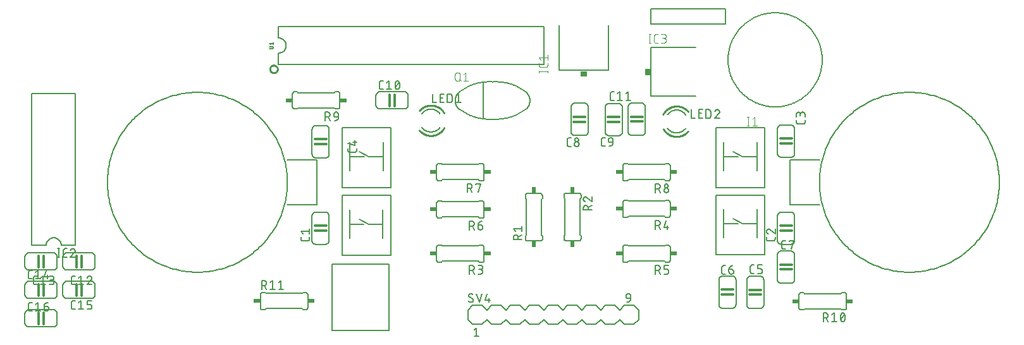
<source format=gbr>
G04 EAGLE Gerber RS-274X export*
G75*
%MOMM*%
%FSLAX34Y34*%
%LPD*%
%INSilkscreen Top*%
%IPPOS*%
%AMOC8*
5,1,8,0,0,1.08239X$1,22.5*%
G01*
%ADD10C,0.152400*%
%ADD11C,0.304800*%
%ADD12C,0.127000*%
%ADD13C,0.101600*%
%ADD14C,0.203200*%
%ADD15R,0.863600X0.762000*%
%ADD16C,0.254000*%
%ADD17R,0.609600X0.863600*%
%ADD18R,0.863600X0.609600*%
%ADD19R,0.762000X0.863600*%


D10*
X-305450Y124510D02*
X-318150Y124510D01*
X-318290Y124512D01*
X-318430Y124518D01*
X-318570Y124527D01*
X-318709Y124541D01*
X-318848Y124558D01*
X-318986Y124579D01*
X-319124Y124604D01*
X-319261Y124633D01*
X-319397Y124665D01*
X-319532Y124702D01*
X-319666Y124742D01*
X-319799Y124785D01*
X-319931Y124833D01*
X-320062Y124883D01*
X-320191Y124938D01*
X-320318Y124996D01*
X-320444Y125057D01*
X-320568Y125122D01*
X-320690Y125191D01*
X-320810Y125262D01*
X-320928Y125337D01*
X-321045Y125415D01*
X-321159Y125497D01*
X-321270Y125581D01*
X-321379Y125669D01*
X-321486Y125759D01*
X-321591Y125853D01*
X-321692Y125949D01*
X-321791Y126048D01*
X-321887Y126149D01*
X-321981Y126254D01*
X-322071Y126361D01*
X-322159Y126470D01*
X-322243Y126581D01*
X-322325Y126695D01*
X-322403Y126812D01*
X-322478Y126930D01*
X-322549Y127050D01*
X-322618Y127172D01*
X-322683Y127296D01*
X-322744Y127422D01*
X-322802Y127549D01*
X-322857Y127678D01*
X-322907Y127809D01*
X-322955Y127941D01*
X-322998Y128074D01*
X-323038Y128208D01*
X-323075Y128343D01*
X-323107Y128479D01*
X-323136Y128616D01*
X-323161Y128754D01*
X-323182Y128892D01*
X-323199Y129031D01*
X-323213Y129170D01*
X-323222Y129310D01*
X-323228Y129450D01*
X-323230Y129590D01*
X-305450Y124510D02*
X-305310Y124512D01*
X-305170Y124518D01*
X-305030Y124527D01*
X-304891Y124541D01*
X-304752Y124558D01*
X-304614Y124579D01*
X-304476Y124604D01*
X-304339Y124633D01*
X-304203Y124665D01*
X-304068Y124702D01*
X-303934Y124742D01*
X-303801Y124785D01*
X-303669Y124833D01*
X-303538Y124883D01*
X-303409Y124938D01*
X-303282Y124996D01*
X-303156Y125057D01*
X-303032Y125122D01*
X-302910Y125191D01*
X-302790Y125262D01*
X-302672Y125337D01*
X-302555Y125415D01*
X-302441Y125497D01*
X-302330Y125581D01*
X-302221Y125669D01*
X-302114Y125759D01*
X-302009Y125853D01*
X-301908Y125949D01*
X-301809Y126048D01*
X-301713Y126149D01*
X-301619Y126254D01*
X-301529Y126361D01*
X-301441Y126470D01*
X-301357Y126581D01*
X-301275Y126695D01*
X-301197Y126812D01*
X-301122Y126930D01*
X-301051Y127050D01*
X-300982Y127172D01*
X-300917Y127296D01*
X-300856Y127422D01*
X-300798Y127549D01*
X-300743Y127678D01*
X-300693Y127809D01*
X-300645Y127941D01*
X-300602Y128074D01*
X-300562Y128208D01*
X-300525Y128343D01*
X-300493Y128479D01*
X-300464Y128616D01*
X-300439Y128754D01*
X-300418Y128892D01*
X-300401Y129031D01*
X-300387Y129170D01*
X-300378Y129310D01*
X-300372Y129450D01*
X-300370Y129590D01*
X-323230Y129590D02*
X-323230Y162610D01*
X-318150Y167690D02*
X-305450Y167690D01*
X-300370Y162610D02*
X-300370Y129590D01*
X-323230Y162610D02*
X-323228Y162750D01*
X-323222Y162890D01*
X-323213Y163030D01*
X-323199Y163169D01*
X-323182Y163308D01*
X-323161Y163446D01*
X-323136Y163584D01*
X-323107Y163721D01*
X-323075Y163857D01*
X-323038Y163992D01*
X-322998Y164126D01*
X-322955Y164259D01*
X-322907Y164391D01*
X-322857Y164522D01*
X-322802Y164651D01*
X-322744Y164778D01*
X-322683Y164904D01*
X-322618Y165028D01*
X-322549Y165150D01*
X-322478Y165270D01*
X-322403Y165388D01*
X-322325Y165505D01*
X-322243Y165619D01*
X-322159Y165730D01*
X-322071Y165839D01*
X-321981Y165946D01*
X-321887Y166051D01*
X-321791Y166152D01*
X-321692Y166251D01*
X-321591Y166347D01*
X-321486Y166441D01*
X-321379Y166531D01*
X-321270Y166619D01*
X-321159Y166703D01*
X-321045Y166785D01*
X-320928Y166863D01*
X-320810Y166938D01*
X-320690Y167009D01*
X-320568Y167078D01*
X-320444Y167143D01*
X-320318Y167204D01*
X-320191Y167262D01*
X-320062Y167317D01*
X-319931Y167367D01*
X-319799Y167415D01*
X-319666Y167458D01*
X-319532Y167498D01*
X-319397Y167535D01*
X-319261Y167567D01*
X-319124Y167596D01*
X-318986Y167621D01*
X-318848Y167642D01*
X-318709Y167659D01*
X-318570Y167673D01*
X-318430Y167682D01*
X-318290Y167688D01*
X-318150Y167690D01*
X-305450Y167690D02*
X-305310Y167688D01*
X-305170Y167682D01*
X-305030Y167673D01*
X-304891Y167659D01*
X-304752Y167642D01*
X-304614Y167621D01*
X-304476Y167596D01*
X-304339Y167567D01*
X-304203Y167535D01*
X-304068Y167498D01*
X-303934Y167458D01*
X-303801Y167415D01*
X-303669Y167367D01*
X-303538Y167317D01*
X-303409Y167262D01*
X-303282Y167204D01*
X-303156Y167143D01*
X-303032Y167078D01*
X-302910Y167009D01*
X-302790Y166938D01*
X-302672Y166863D01*
X-302555Y166785D01*
X-302441Y166703D01*
X-302330Y166619D01*
X-302221Y166531D01*
X-302114Y166441D01*
X-302009Y166347D01*
X-301908Y166251D01*
X-301809Y166152D01*
X-301713Y166051D01*
X-301619Y165946D01*
X-301529Y165839D01*
X-301441Y165730D01*
X-301357Y165619D01*
X-301275Y165505D01*
X-301197Y165388D01*
X-301122Y165270D01*
X-301051Y165150D01*
X-300982Y165028D01*
X-300917Y164904D01*
X-300856Y164778D01*
X-300798Y164651D01*
X-300743Y164522D01*
X-300693Y164391D01*
X-300645Y164259D01*
X-300602Y164126D01*
X-300562Y163992D01*
X-300525Y163857D01*
X-300493Y163721D01*
X-300464Y163584D01*
X-300439Y163446D01*
X-300418Y163308D01*
X-300401Y163169D01*
X-300387Y163030D01*
X-300378Y162890D01*
X-300372Y162750D01*
X-300370Y162610D01*
D11*
X-304180Y143052D02*
X-319420Y143052D01*
X-319420Y149402D02*
X-304180Y149402D01*
D12*
X-326405Y134035D02*
X-326405Y131495D01*
X-326407Y131395D01*
X-326413Y131296D01*
X-326423Y131196D01*
X-326436Y131098D01*
X-326454Y130999D01*
X-326475Y130902D01*
X-326500Y130806D01*
X-326529Y130710D01*
X-326562Y130616D01*
X-326598Y130523D01*
X-326638Y130432D01*
X-326682Y130342D01*
X-326729Y130254D01*
X-326779Y130168D01*
X-326833Y130084D01*
X-326890Y130002D01*
X-326950Y129923D01*
X-327014Y129845D01*
X-327080Y129771D01*
X-327149Y129699D01*
X-327221Y129630D01*
X-327295Y129564D01*
X-327373Y129500D01*
X-327452Y129440D01*
X-327534Y129383D01*
X-327618Y129329D01*
X-327704Y129279D01*
X-327792Y129232D01*
X-327882Y129188D01*
X-327973Y129148D01*
X-328066Y129112D01*
X-328160Y129079D01*
X-328256Y129050D01*
X-328352Y129025D01*
X-328449Y129004D01*
X-328548Y128986D01*
X-328646Y128973D01*
X-328746Y128963D01*
X-328845Y128957D01*
X-328945Y128955D01*
X-335295Y128955D01*
X-335395Y128957D01*
X-335494Y128963D01*
X-335594Y128973D01*
X-335692Y128986D01*
X-335791Y129004D01*
X-335888Y129025D01*
X-335984Y129050D01*
X-336080Y129079D01*
X-336174Y129112D01*
X-336267Y129148D01*
X-336358Y129188D01*
X-336448Y129232D01*
X-336536Y129279D01*
X-336622Y129329D01*
X-336706Y129383D01*
X-336788Y129440D01*
X-336867Y129500D01*
X-336945Y129564D01*
X-337019Y129630D01*
X-337091Y129699D01*
X-337160Y129771D01*
X-337226Y129845D01*
X-337290Y129923D01*
X-337350Y130002D01*
X-337407Y130084D01*
X-337461Y130168D01*
X-337511Y130254D01*
X-337558Y130342D01*
X-337602Y130432D01*
X-337642Y130523D01*
X-337678Y130616D01*
X-337711Y130710D01*
X-337740Y130806D01*
X-337765Y130902D01*
X-337786Y130999D01*
X-337804Y131098D01*
X-337817Y131196D01*
X-337827Y131296D01*
X-337833Y131395D01*
X-337835Y131495D01*
X-337835Y134035D01*
X-335295Y138517D02*
X-337835Y141692D01*
X-326405Y141692D01*
X-326405Y138517D02*
X-326405Y144867D01*
D10*
X305050Y124510D02*
X317750Y124510D01*
X305050Y124510D02*
X304910Y124512D01*
X304770Y124518D01*
X304630Y124527D01*
X304491Y124541D01*
X304352Y124558D01*
X304214Y124579D01*
X304076Y124604D01*
X303939Y124633D01*
X303803Y124665D01*
X303668Y124702D01*
X303534Y124742D01*
X303401Y124785D01*
X303269Y124833D01*
X303138Y124883D01*
X303009Y124938D01*
X302882Y124996D01*
X302756Y125057D01*
X302632Y125122D01*
X302510Y125191D01*
X302390Y125262D01*
X302272Y125337D01*
X302155Y125415D01*
X302041Y125497D01*
X301930Y125581D01*
X301821Y125669D01*
X301714Y125759D01*
X301609Y125853D01*
X301508Y125949D01*
X301409Y126048D01*
X301313Y126149D01*
X301219Y126254D01*
X301129Y126361D01*
X301041Y126470D01*
X300957Y126581D01*
X300875Y126695D01*
X300797Y126812D01*
X300722Y126930D01*
X300651Y127050D01*
X300582Y127172D01*
X300517Y127296D01*
X300456Y127422D01*
X300398Y127549D01*
X300343Y127678D01*
X300293Y127809D01*
X300245Y127941D01*
X300202Y128074D01*
X300162Y128208D01*
X300125Y128343D01*
X300093Y128479D01*
X300064Y128616D01*
X300039Y128754D01*
X300018Y128892D01*
X300001Y129031D01*
X299987Y129170D01*
X299978Y129310D01*
X299972Y129450D01*
X299970Y129590D01*
X317750Y124510D02*
X317890Y124512D01*
X318030Y124518D01*
X318170Y124527D01*
X318309Y124541D01*
X318448Y124558D01*
X318586Y124579D01*
X318724Y124604D01*
X318861Y124633D01*
X318997Y124665D01*
X319132Y124702D01*
X319266Y124742D01*
X319399Y124785D01*
X319531Y124833D01*
X319662Y124883D01*
X319791Y124938D01*
X319918Y124996D01*
X320044Y125057D01*
X320168Y125122D01*
X320290Y125191D01*
X320410Y125262D01*
X320528Y125337D01*
X320645Y125415D01*
X320759Y125497D01*
X320870Y125581D01*
X320979Y125669D01*
X321086Y125759D01*
X321191Y125853D01*
X321292Y125949D01*
X321391Y126048D01*
X321487Y126149D01*
X321581Y126254D01*
X321671Y126361D01*
X321759Y126470D01*
X321843Y126581D01*
X321925Y126695D01*
X322003Y126812D01*
X322078Y126930D01*
X322149Y127050D01*
X322218Y127172D01*
X322283Y127296D01*
X322344Y127422D01*
X322402Y127549D01*
X322457Y127678D01*
X322507Y127809D01*
X322555Y127941D01*
X322598Y128074D01*
X322638Y128208D01*
X322675Y128343D01*
X322707Y128479D01*
X322736Y128616D01*
X322761Y128754D01*
X322782Y128892D01*
X322799Y129031D01*
X322813Y129170D01*
X322822Y129310D01*
X322828Y129450D01*
X322830Y129590D01*
X299970Y129590D02*
X299970Y162610D01*
X305050Y167690D02*
X317750Y167690D01*
X322830Y162610D02*
X322830Y129590D01*
X299970Y162610D02*
X299972Y162750D01*
X299978Y162890D01*
X299987Y163030D01*
X300001Y163169D01*
X300018Y163308D01*
X300039Y163446D01*
X300064Y163584D01*
X300093Y163721D01*
X300125Y163857D01*
X300162Y163992D01*
X300202Y164126D01*
X300245Y164259D01*
X300293Y164391D01*
X300343Y164522D01*
X300398Y164651D01*
X300456Y164778D01*
X300517Y164904D01*
X300582Y165028D01*
X300651Y165150D01*
X300722Y165270D01*
X300797Y165388D01*
X300875Y165505D01*
X300957Y165619D01*
X301041Y165730D01*
X301129Y165839D01*
X301219Y165946D01*
X301313Y166051D01*
X301409Y166152D01*
X301508Y166251D01*
X301609Y166347D01*
X301714Y166441D01*
X301821Y166531D01*
X301930Y166619D01*
X302041Y166703D01*
X302155Y166785D01*
X302272Y166863D01*
X302390Y166938D01*
X302510Y167009D01*
X302632Y167078D01*
X302756Y167143D01*
X302882Y167204D01*
X303009Y167262D01*
X303138Y167317D01*
X303269Y167367D01*
X303401Y167415D01*
X303534Y167458D01*
X303668Y167498D01*
X303803Y167535D01*
X303939Y167567D01*
X304076Y167596D01*
X304214Y167621D01*
X304352Y167642D01*
X304491Y167659D01*
X304630Y167673D01*
X304770Y167682D01*
X304910Y167688D01*
X305050Y167690D01*
X317750Y167690D02*
X317890Y167688D01*
X318030Y167682D01*
X318170Y167673D01*
X318309Y167659D01*
X318448Y167642D01*
X318586Y167621D01*
X318724Y167596D01*
X318861Y167567D01*
X318997Y167535D01*
X319132Y167498D01*
X319266Y167458D01*
X319399Y167415D01*
X319531Y167367D01*
X319662Y167317D01*
X319791Y167262D01*
X319918Y167204D01*
X320044Y167143D01*
X320168Y167078D01*
X320290Y167009D01*
X320410Y166938D01*
X320528Y166863D01*
X320645Y166785D01*
X320759Y166703D01*
X320870Y166619D01*
X320979Y166531D01*
X321086Y166441D01*
X321191Y166347D01*
X321292Y166251D01*
X321391Y166152D01*
X321487Y166051D01*
X321581Y165946D01*
X321671Y165839D01*
X321759Y165730D01*
X321843Y165619D01*
X321925Y165505D01*
X322003Y165388D01*
X322078Y165270D01*
X322149Y165150D01*
X322218Y165028D01*
X322283Y164904D01*
X322344Y164778D01*
X322402Y164651D01*
X322457Y164522D01*
X322507Y164391D01*
X322555Y164259D01*
X322598Y164126D01*
X322638Y163992D01*
X322675Y163857D01*
X322707Y163721D01*
X322736Y163584D01*
X322761Y163446D01*
X322782Y163308D01*
X322799Y163169D01*
X322813Y163030D01*
X322822Y162890D01*
X322828Y162750D01*
X322830Y162610D01*
D11*
X319020Y143052D02*
X303780Y143052D01*
X303780Y149402D02*
X319020Y149402D01*
D12*
X296795Y134035D02*
X296795Y131495D01*
X296793Y131395D01*
X296787Y131296D01*
X296777Y131196D01*
X296764Y131098D01*
X296746Y130999D01*
X296725Y130902D01*
X296700Y130806D01*
X296671Y130710D01*
X296638Y130616D01*
X296602Y130523D01*
X296562Y130432D01*
X296518Y130342D01*
X296471Y130254D01*
X296421Y130168D01*
X296367Y130084D01*
X296310Y130002D01*
X296250Y129923D01*
X296186Y129845D01*
X296120Y129771D01*
X296051Y129699D01*
X295979Y129630D01*
X295905Y129564D01*
X295827Y129500D01*
X295748Y129440D01*
X295666Y129383D01*
X295582Y129329D01*
X295496Y129279D01*
X295408Y129232D01*
X295318Y129188D01*
X295227Y129148D01*
X295134Y129112D01*
X295040Y129079D01*
X294944Y129050D01*
X294848Y129025D01*
X294751Y129004D01*
X294652Y128986D01*
X294554Y128973D01*
X294454Y128963D01*
X294355Y128957D01*
X294255Y128955D01*
X287905Y128955D01*
X287805Y128957D01*
X287706Y128963D01*
X287606Y128973D01*
X287508Y128986D01*
X287409Y129004D01*
X287312Y129025D01*
X287216Y129050D01*
X287120Y129079D01*
X287026Y129112D01*
X286933Y129148D01*
X286842Y129188D01*
X286752Y129232D01*
X286664Y129279D01*
X286578Y129329D01*
X286494Y129383D01*
X286412Y129440D01*
X286333Y129500D01*
X286255Y129564D01*
X286181Y129630D01*
X286109Y129699D01*
X286040Y129771D01*
X285974Y129845D01*
X285910Y129923D01*
X285850Y130002D01*
X285793Y130084D01*
X285739Y130168D01*
X285689Y130254D01*
X285642Y130342D01*
X285598Y130432D01*
X285558Y130523D01*
X285522Y130616D01*
X285489Y130710D01*
X285460Y130806D01*
X285435Y130902D01*
X285414Y130999D01*
X285396Y131098D01*
X285383Y131196D01*
X285373Y131296D01*
X285367Y131395D01*
X285365Y131495D01*
X285365Y134035D01*
X285365Y142010D02*
X285367Y142114D01*
X285373Y142219D01*
X285382Y142323D01*
X285395Y142426D01*
X285413Y142529D01*
X285433Y142631D01*
X285458Y142733D01*
X285486Y142833D01*
X285518Y142933D01*
X285554Y143031D01*
X285593Y143128D01*
X285635Y143223D01*
X285681Y143317D01*
X285731Y143409D01*
X285783Y143499D01*
X285839Y143587D01*
X285899Y143673D01*
X285961Y143757D01*
X286026Y143838D01*
X286094Y143917D01*
X286166Y143994D01*
X286239Y144067D01*
X286316Y144139D01*
X286395Y144207D01*
X286476Y144272D01*
X286560Y144334D01*
X286646Y144394D01*
X286734Y144450D01*
X286824Y144502D01*
X286916Y144552D01*
X287010Y144598D01*
X287105Y144640D01*
X287202Y144679D01*
X287300Y144715D01*
X287400Y144747D01*
X287500Y144775D01*
X287602Y144800D01*
X287704Y144820D01*
X287807Y144838D01*
X287910Y144851D01*
X288014Y144860D01*
X288119Y144866D01*
X288223Y144868D01*
X285365Y142010D02*
X285367Y141892D01*
X285373Y141773D01*
X285382Y141655D01*
X285395Y141538D01*
X285413Y141421D01*
X285433Y141304D01*
X285458Y141188D01*
X285486Y141073D01*
X285519Y140960D01*
X285554Y140847D01*
X285594Y140735D01*
X285636Y140625D01*
X285683Y140516D01*
X285733Y140408D01*
X285786Y140303D01*
X285843Y140199D01*
X285903Y140097D01*
X285966Y139997D01*
X286033Y139899D01*
X286102Y139803D01*
X286175Y139710D01*
X286251Y139619D01*
X286329Y139530D01*
X286411Y139444D01*
X286495Y139361D01*
X286581Y139280D01*
X286671Y139203D01*
X286762Y139128D01*
X286856Y139056D01*
X286953Y138987D01*
X287051Y138922D01*
X287152Y138859D01*
X287255Y138800D01*
X287359Y138744D01*
X287465Y138692D01*
X287573Y138643D01*
X287682Y138598D01*
X287793Y138556D01*
X287905Y138518D01*
X290445Y143915D02*
X290370Y143991D01*
X290291Y144066D01*
X290210Y144137D01*
X290126Y144206D01*
X290040Y144271D01*
X289952Y144333D01*
X289862Y144393D01*
X289770Y144449D01*
X289675Y144502D01*
X289579Y144551D01*
X289481Y144597D01*
X289382Y144640D01*
X289281Y144679D01*
X289179Y144714D01*
X289076Y144746D01*
X288972Y144774D01*
X288867Y144799D01*
X288760Y144820D01*
X288654Y144837D01*
X288547Y144850D01*
X288439Y144859D01*
X288331Y144865D01*
X288223Y144867D01*
X290445Y143915D02*
X296795Y138517D01*
X296795Y144867D01*
D10*
X305050Y241210D02*
X317750Y241210D01*
X305050Y241210D02*
X304910Y241212D01*
X304770Y241218D01*
X304630Y241227D01*
X304491Y241241D01*
X304352Y241258D01*
X304214Y241279D01*
X304076Y241304D01*
X303939Y241333D01*
X303803Y241365D01*
X303668Y241402D01*
X303534Y241442D01*
X303401Y241485D01*
X303269Y241533D01*
X303138Y241583D01*
X303009Y241638D01*
X302882Y241696D01*
X302756Y241757D01*
X302632Y241822D01*
X302510Y241891D01*
X302390Y241962D01*
X302272Y242037D01*
X302155Y242115D01*
X302041Y242197D01*
X301930Y242281D01*
X301821Y242369D01*
X301714Y242459D01*
X301609Y242553D01*
X301508Y242649D01*
X301409Y242748D01*
X301313Y242849D01*
X301219Y242954D01*
X301129Y243061D01*
X301041Y243170D01*
X300957Y243281D01*
X300875Y243395D01*
X300797Y243512D01*
X300722Y243630D01*
X300651Y243750D01*
X300582Y243872D01*
X300517Y243996D01*
X300456Y244122D01*
X300398Y244249D01*
X300343Y244378D01*
X300293Y244509D01*
X300245Y244641D01*
X300202Y244774D01*
X300162Y244908D01*
X300125Y245043D01*
X300093Y245179D01*
X300064Y245316D01*
X300039Y245454D01*
X300018Y245592D01*
X300001Y245731D01*
X299987Y245870D01*
X299978Y246010D01*
X299972Y246150D01*
X299970Y246290D01*
X317750Y241210D02*
X317890Y241212D01*
X318030Y241218D01*
X318170Y241227D01*
X318309Y241241D01*
X318448Y241258D01*
X318586Y241279D01*
X318724Y241304D01*
X318861Y241333D01*
X318997Y241365D01*
X319132Y241402D01*
X319266Y241442D01*
X319399Y241485D01*
X319531Y241533D01*
X319662Y241583D01*
X319791Y241638D01*
X319918Y241696D01*
X320044Y241757D01*
X320168Y241822D01*
X320290Y241891D01*
X320410Y241962D01*
X320528Y242037D01*
X320645Y242115D01*
X320759Y242197D01*
X320870Y242281D01*
X320979Y242369D01*
X321086Y242459D01*
X321191Y242553D01*
X321292Y242649D01*
X321391Y242748D01*
X321487Y242849D01*
X321581Y242954D01*
X321671Y243061D01*
X321759Y243170D01*
X321843Y243281D01*
X321925Y243395D01*
X322003Y243512D01*
X322078Y243630D01*
X322149Y243750D01*
X322218Y243872D01*
X322283Y243996D01*
X322344Y244122D01*
X322402Y244249D01*
X322457Y244378D01*
X322507Y244509D01*
X322555Y244641D01*
X322598Y244774D01*
X322638Y244908D01*
X322675Y245043D01*
X322707Y245179D01*
X322736Y245316D01*
X322761Y245454D01*
X322782Y245592D01*
X322799Y245731D01*
X322813Y245870D01*
X322822Y246010D01*
X322828Y246150D01*
X322830Y246290D01*
X299970Y246290D02*
X299970Y279310D01*
X305050Y284390D02*
X317750Y284390D01*
X322830Y279310D02*
X322830Y246290D01*
X299970Y279310D02*
X299972Y279450D01*
X299978Y279590D01*
X299987Y279730D01*
X300001Y279869D01*
X300018Y280008D01*
X300039Y280146D01*
X300064Y280284D01*
X300093Y280421D01*
X300125Y280557D01*
X300162Y280692D01*
X300202Y280826D01*
X300245Y280959D01*
X300293Y281091D01*
X300343Y281222D01*
X300398Y281351D01*
X300456Y281478D01*
X300517Y281604D01*
X300582Y281728D01*
X300651Y281850D01*
X300722Y281970D01*
X300797Y282088D01*
X300875Y282205D01*
X300957Y282319D01*
X301041Y282430D01*
X301129Y282539D01*
X301219Y282646D01*
X301313Y282751D01*
X301409Y282852D01*
X301508Y282951D01*
X301609Y283047D01*
X301714Y283141D01*
X301821Y283231D01*
X301930Y283319D01*
X302041Y283403D01*
X302155Y283485D01*
X302272Y283563D01*
X302390Y283638D01*
X302510Y283709D01*
X302632Y283778D01*
X302756Y283843D01*
X302882Y283904D01*
X303009Y283962D01*
X303138Y284017D01*
X303269Y284067D01*
X303401Y284115D01*
X303534Y284158D01*
X303668Y284198D01*
X303803Y284235D01*
X303939Y284267D01*
X304076Y284296D01*
X304214Y284321D01*
X304352Y284342D01*
X304491Y284359D01*
X304630Y284373D01*
X304770Y284382D01*
X304910Y284388D01*
X305050Y284390D01*
X317750Y284390D02*
X317890Y284388D01*
X318030Y284382D01*
X318170Y284373D01*
X318309Y284359D01*
X318448Y284342D01*
X318586Y284321D01*
X318724Y284296D01*
X318861Y284267D01*
X318997Y284235D01*
X319132Y284198D01*
X319266Y284158D01*
X319399Y284115D01*
X319531Y284067D01*
X319662Y284017D01*
X319791Y283962D01*
X319918Y283904D01*
X320044Y283843D01*
X320168Y283778D01*
X320290Y283709D01*
X320410Y283638D01*
X320528Y283563D01*
X320645Y283485D01*
X320759Y283403D01*
X320870Y283319D01*
X320979Y283231D01*
X321086Y283141D01*
X321191Y283047D01*
X321292Y282951D01*
X321391Y282852D01*
X321487Y282751D01*
X321581Y282646D01*
X321671Y282539D01*
X321759Y282430D01*
X321843Y282319D01*
X321925Y282205D01*
X322003Y282088D01*
X322078Y281970D01*
X322149Y281850D01*
X322218Y281728D01*
X322283Y281604D01*
X322344Y281478D01*
X322402Y281351D01*
X322457Y281222D01*
X322507Y281091D01*
X322555Y280959D01*
X322598Y280826D01*
X322638Y280692D01*
X322675Y280557D01*
X322707Y280421D01*
X322736Y280284D01*
X322761Y280146D01*
X322782Y280008D01*
X322799Y279869D01*
X322813Y279730D01*
X322822Y279590D01*
X322828Y279450D01*
X322830Y279310D01*
D11*
X319020Y259752D02*
X303780Y259752D01*
X303780Y266102D02*
X319020Y266102D01*
D12*
X336795Y288195D02*
X336795Y290735D01*
X336795Y288195D02*
X336793Y288095D01*
X336787Y287996D01*
X336777Y287896D01*
X336764Y287798D01*
X336746Y287699D01*
X336725Y287602D01*
X336700Y287506D01*
X336671Y287410D01*
X336638Y287316D01*
X336602Y287223D01*
X336562Y287132D01*
X336518Y287042D01*
X336471Y286954D01*
X336421Y286868D01*
X336367Y286784D01*
X336310Y286702D01*
X336250Y286623D01*
X336186Y286545D01*
X336120Y286471D01*
X336051Y286399D01*
X335979Y286330D01*
X335905Y286264D01*
X335827Y286200D01*
X335748Y286140D01*
X335666Y286083D01*
X335582Y286029D01*
X335496Y285979D01*
X335408Y285932D01*
X335318Y285888D01*
X335227Y285848D01*
X335134Y285812D01*
X335040Y285779D01*
X334944Y285750D01*
X334848Y285725D01*
X334751Y285704D01*
X334652Y285686D01*
X334554Y285673D01*
X334454Y285663D01*
X334355Y285657D01*
X334255Y285655D01*
X327905Y285655D01*
X327805Y285657D01*
X327706Y285663D01*
X327606Y285673D01*
X327508Y285686D01*
X327409Y285704D01*
X327312Y285725D01*
X327216Y285750D01*
X327120Y285779D01*
X327026Y285812D01*
X326933Y285848D01*
X326842Y285888D01*
X326752Y285932D01*
X326664Y285979D01*
X326578Y286029D01*
X326494Y286083D01*
X326412Y286140D01*
X326333Y286200D01*
X326255Y286264D01*
X326181Y286330D01*
X326109Y286399D01*
X326040Y286471D01*
X325974Y286545D01*
X325910Y286623D01*
X325850Y286702D01*
X325793Y286784D01*
X325739Y286868D01*
X325689Y286954D01*
X325642Y287042D01*
X325598Y287132D01*
X325558Y287223D01*
X325522Y287316D01*
X325489Y287410D01*
X325460Y287506D01*
X325435Y287602D01*
X325414Y287699D01*
X325396Y287798D01*
X325383Y287896D01*
X325373Y287996D01*
X325367Y288095D01*
X325365Y288195D01*
X325365Y290735D01*
X336795Y295217D02*
X336795Y298392D01*
X336793Y298503D01*
X336787Y298613D01*
X336778Y298724D01*
X336764Y298834D01*
X336747Y298943D01*
X336726Y299052D01*
X336701Y299160D01*
X336672Y299267D01*
X336640Y299373D01*
X336604Y299478D01*
X336564Y299581D01*
X336521Y299683D01*
X336474Y299784D01*
X336423Y299883D01*
X336370Y299980D01*
X336313Y300074D01*
X336252Y300167D01*
X336189Y300258D01*
X336122Y300347D01*
X336052Y300433D01*
X335979Y300516D01*
X335904Y300598D01*
X335826Y300676D01*
X335744Y300751D01*
X335661Y300824D01*
X335575Y300894D01*
X335486Y300961D01*
X335395Y301024D01*
X335302Y301085D01*
X335208Y301142D01*
X335111Y301195D01*
X335012Y301246D01*
X334911Y301293D01*
X334809Y301336D01*
X334706Y301376D01*
X334601Y301412D01*
X334495Y301444D01*
X334388Y301473D01*
X334280Y301498D01*
X334171Y301519D01*
X334062Y301536D01*
X333952Y301550D01*
X333841Y301559D01*
X333731Y301565D01*
X333620Y301567D01*
X333509Y301565D01*
X333399Y301559D01*
X333288Y301550D01*
X333178Y301536D01*
X333069Y301519D01*
X332960Y301498D01*
X332852Y301473D01*
X332745Y301444D01*
X332639Y301412D01*
X332534Y301376D01*
X332431Y301336D01*
X332329Y301293D01*
X332228Y301246D01*
X332129Y301195D01*
X332033Y301142D01*
X331938Y301085D01*
X331845Y301024D01*
X331754Y300961D01*
X331665Y300894D01*
X331579Y300824D01*
X331496Y300751D01*
X331414Y300676D01*
X331336Y300598D01*
X331261Y300516D01*
X331188Y300433D01*
X331118Y300347D01*
X331051Y300258D01*
X330988Y300167D01*
X330927Y300074D01*
X330870Y299980D01*
X330817Y299883D01*
X330766Y299784D01*
X330719Y299683D01*
X330676Y299581D01*
X330636Y299478D01*
X330600Y299373D01*
X330568Y299267D01*
X330539Y299160D01*
X330514Y299052D01*
X330493Y298943D01*
X330476Y298834D01*
X330462Y298724D01*
X330453Y298613D01*
X330447Y298503D01*
X330445Y298392D01*
X325365Y299027D02*
X325365Y295217D01*
X325365Y299027D02*
X325367Y299127D01*
X325373Y299226D01*
X325383Y299326D01*
X325396Y299424D01*
X325414Y299523D01*
X325435Y299620D01*
X325460Y299716D01*
X325489Y299812D01*
X325522Y299906D01*
X325558Y299999D01*
X325598Y300090D01*
X325642Y300180D01*
X325689Y300268D01*
X325739Y300354D01*
X325793Y300438D01*
X325850Y300520D01*
X325910Y300599D01*
X325974Y300677D01*
X326040Y300751D01*
X326109Y300823D01*
X326181Y300892D01*
X326255Y300958D01*
X326333Y301022D01*
X326412Y301082D01*
X326494Y301139D01*
X326578Y301193D01*
X326664Y301243D01*
X326752Y301290D01*
X326842Y301334D01*
X326933Y301374D01*
X327026Y301410D01*
X327120Y301443D01*
X327216Y301472D01*
X327312Y301497D01*
X327409Y301518D01*
X327508Y301536D01*
X327606Y301549D01*
X327706Y301559D01*
X327805Y301565D01*
X327905Y301567D01*
X328005Y301565D01*
X328104Y301559D01*
X328204Y301549D01*
X328302Y301536D01*
X328401Y301518D01*
X328498Y301497D01*
X328594Y301472D01*
X328690Y301443D01*
X328784Y301410D01*
X328877Y301374D01*
X328968Y301334D01*
X329058Y301290D01*
X329146Y301243D01*
X329232Y301193D01*
X329316Y301139D01*
X329398Y301082D01*
X329477Y301022D01*
X329555Y300958D01*
X329629Y300892D01*
X329701Y300823D01*
X329770Y300751D01*
X329836Y300677D01*
X329900Y300599D01*
X329960Y300520D01*
X330017Y300438D01*
X330071Y300354D01*
X330121Y300268D01*
X330168Y300180D01*
X330212Y300090D01*
X330252Y299999D01*
X330288Y299906D01*
X330321Y299812D01*
X330350Y299716D01*
X330375Y299620D01*
X330396Y299523D01*
X330414Y299424D01*
X330427Y299326D01*
X330437Y299226D01*
X330443Y299127D01*
X330445Y299027D01*
X330445Y296487D01*
D10*
X-305250Y240410D02*
X-317950Y240410D01*
X-318090Y240412D01*
X-318230Y240418D01*
X-318370Y240427D01*
X-318509Y240441D01*
X-318648Y240458D01*
X-318786Y240479D01*
X-318924Y240504D01*
X-319061Y240533D01*
X-319197Y240565D01*
X-319332Y240602D01*
X-319466Y240642D01*
X-319599Y240685D01*
X-319731Y240733D01*
X-319862Y240783D01*
X-319991Y240838D01*
X-320118Y240896D01*
X-320244Y240957D01*
X-320368Y241022D01*
X-320490Y241091D01*
X-320610Y241162D01*
X-320728Y241237D01*
X-320845Y241315D01*
X-320959Y241397D01*
X-321070Y241481D01*
X-321179Y241569D01*
X-321286Y241659D01*
X-321391Y241753D01*
X-321492Y241849D01*
X-321591Y241948D01*
X-321687Y242049D01*
X-321781Y242154D01*
X-321871Y242261D01*
X-321959Y242370D01*
X-322043Y242481D01*
X-322125Y242595D01*
X-322203Y242712D01*
X-322278Y242830D01*
X-322349Y242950D01*
X-322418Y243072D01*
X-322483Y243196D01*
X-322544Y243322D01*
X-322602Y243449D01*
X-322657Y243578D01*
X-322707Y243709D01*
X-322755Y243841D01*
X-322798Y243974D01*
X-322838Y244108D01*
X-322875Y244243D01*
X-322907Y244379D01*
X-322936Y244516D01*
X-322961Y244654D01*
X-322982Y244792D01*
X-322999Y244931D01*
X-323013Y245070D01*
X-323022Y245210D01*
X-323028Y245350D01*
X-323030Y245490D01*
X-305250Y240410D02*
X-305110Y240412D01*
X-304970Y240418D01*
X-304830Y240427D01*
X-304691Y240441D01*
X-304552Y240458D01*
X-304414Y240479D01*
X-304276Y240504D01*
X-304139Y240533D01*
X-304003Y240565D01*
X-303868Y240602D01*
X-303734Y240642D01*
X-303601Y240685D01*
X-303469Y240733D01*
X-303338Y240783D01*
X-303209Y240838D01*
X-303082Y240896D01*
X-302956Y240957D01*
X-302832Y241022D01*
X-302710Y241091D01*
X-302590Y241162D01*
X-302472Y241237D01*
X-302355Y241315D01*
X-302241Y241397D01*
X-302130Y241481D01*
X-302021Y241569D01*
X-301914Y241659D01*
X-301809Y241753D01*
X-301708Y241849D01*
X-301609Y241948D01*
X-301513Y242049D01*
X-301419Y242154D01*
X-301329Y242261D01*
X-301241Y242370D01*
X-301157Y242481D01*
X-301075Y242595D01*
X-300997Y242712D01*
X-300922Y242830D01*
X-300851Y242950D01*
X-300782Y243072D01*
X-300717Y243196D01*
X-300656Y243322D01*
X-300598Y243449D01*
X-300543Y243578D01*
X-300493Y243709D01*
X-300445Y243841D01*
X-300402Y243974D01*
X-300362Y244108D01*
X-300325Y244243D01*
X-300293Y244379D01*
X-300264Y244516D01*
X-300239Y244654D01*
X-300218Y244792D01*
X-300201Y244931D01*
X-300187Y245070D01*
X-300178Y245210D01*
X-300172Y245350D01*
X-300170Y245490D01*
X-323030Y245490D02*
X-323030Y278510D01*
X-317950Y283590D02*
X-305250Y283590D01*
X-300170Y278510D02*
X-300170Y245490D01*
X-323030Y278510D02*
X-323028Y278650D01*
X-323022Y278790D01*
X-323013Y278930D01*
X-322999Y279069D01*
X-322982Y279208D01*
X-322961Y279346D01*
X-322936Y279484D01*
X-322907Y279621D01*
X-322875Y279757D01*
X-322838Y279892D01*
X-322798Y280026D01*
X-322755Y280159D01*
X-322707Y280291D01*
X-322657Y280422D01*
X-322602Y280551D01*
X-322544Y280678D01*
X-322483Y280804D01*
X-322418Y280928D01*
X-322349Y281050D01*
X-322278Y281170D01*
X-322203Y281288D01*
X-322125Y281405D01*
X-322043Y281519D01*
X-321959Y281630D01*
X-321871Y281739D01*
X-321781Y281846D01*
X-321687Y281951D01*
X-321591Y282052D01*
X-321492Y282151D01*
X-321391Y282247D01*
X-321286Y282341D01*
X-321179Y282431D01*
X-321070Y282519D01*
X-320959Y282603D01*
X-320845Y282685D01*
X-320728Y282763D01*
X-320610Y282838D01*
X-320490Y282909D01*
X-320368Y282978D01*
X-320244Y283043D01*
X-320118Y283104D01*
X-319991Y283162D01*
X-319862Y283217D01*
X-319731Y283267D01*
X-319599Y283315D01*
X-319466Y283358D01*
X-319332Y283398D01*
X-319197Y283435D01*
X-319061Y283467D01*
X-318924Y283496D01*
X-318786Y283521D01*
X-318648Y283542D01*
X-318509Y283559D01*
X-318370Y283573D01*
X-318230Y283582D01*
X-318090Y283588D01*
X-317950Y283590D01*
X-305250Y283590D02*
X-305110Y283588D01*
X-304970Y283582D01*
X-304830Y283573D01*
X-304691Y283559D01*
X-304552Y283542D01*
X-304414Y283521D01*
X-304276Y283496D01*
X-304139Y283467D01*
X-304003Y283435D01*
X-303868Y283398D01*
X-303734Y283358D01*
X-303601Y283315D01*
X-303469Y283267D01*
X-303338Y283217D01*
X-303209Y283162D01*
X-303082Y283104D01*
X-302956Y283043D01*
X-302832Y282978D01*
X-302710Y282909D01*
X-302590Y282838D01*
X-302472Y282763D01*
X-302355Y282685D01*
X-302241Y282603D01*
X-302130Y282519D01*
X-302021Y282431D01*
X-301914Y282341D01*
X-301809Y282247D01*
X-301708Y282151D01*
X-301609Y282052D01*
X-301513Y281951D01*
X-301419Y281846D01*
X-301329Y281739D01*
X-301241Y281630D01*
X-301157Y281519D01*
X-301075Y281405D01*
X-300997Y281288D01*
X-300922Y281170D01*
X-300851Y281050D01*
X-300782Y280928D01*
X-300717Y280804D01*
X-300656Y280678D01*
X-300598Y280551D01*
X-300543Y280422D01*
X-300493Y280291D01*
X-300445Y280159D01*
X-300402Y280026D01*
X-300362Y279892D01*
X-300325Y279757D01*
X-300293Y279621D01*
X-300264Y279484D01*
X-300239Y279346D01*
X-300218Y279208D01*
X-300201Y279069D01*
X-300187Y278930D01*
X-300178Y278790D01*
X-300172Y278650D01*
X-300170Y278510D01*
D11*
X-303980Y258952D02*
X-319220Y258952D01*
X-319220Y265302D02*
X-303980Y265302D01*
D12*
X-263505Y252753D02*
X-263505Y250213D01*
X-263507Y250113D01*
X-263513Y250014D01*
X-263523Y249914D01*
X-263536Y249816D01*
X-263554Y249717D01*
X-263575Y249620D01*
X-263600Y249524D01*
X-263629Y249428D01*
X-263662Y249334D01*
X-263698Y249241D01*
X-263738Y249150D01*
X-263782Y249060D01*
X-263829Y248972D01*
X-263879Y248886D01*
X-263933Y248802D01*
X-263990Y248720D01*
X-264050Y248641D01*
X-264114Y248563D01*
X-264180Y248489D01*
X-264249Y248417D01*
X-264321Y248348D01*
X-264395Y248282D01*
X-264473Y248218D01*
X-264552Y248158D01*
X-264634Y248101D01*
X-264718Y248047D01*
X-264804Y247997D01*
X-264892Y247950D01*
X-264982Y247906D01*
X-265073Y247866D01*
X-265166Y247830D01*
X-265260Y247797D01*
X-265356Y247768D01*
X-265452Y247743D01*
X-265549Y247722D01*
X-265648Y247704D01*
X-265746Y247691D01*
X-265846Y247681D01*
X-265945Y247675D01*
X-266045Y247673D01*
X-272395Y247673D01*
X-272495Y247675D01*
X-272594Y247681D01*
X-272694Y247691D01*
X-272792Y247704D01*
X-272891Y247722D01*
X-272988Y247743D01*
X-273084Y247768D01*
X-273180Y247797D01*
X-273274Y247830D01*
X-273367Y247866D01*
X-273458Y247906D01*
X-273548Y247950D01*
X-273636Y247997D01*
X-273722Y248047D01*
X-273806Y248101D01*
X-273888Y248158D01*
X-273967Y248218D01*
X-274045Y248282D01*
X-274119Y248348D01*
X-274191Y248417D01*
X-274260Y248489D01*
X-274326Y248563D01*
X-274390Y248641D01*
X-274450Y248720D01*
X-274507Y248802D01*
X-274561Y248886D01*
X-274611Y248972D01*
X-274658Y249060D01*
X-274702Y249150D01*
X-274742Y249241D01*
X-274778Y249334D01*
X-274811Y249428D01*
X-274840Y249524D01*
X-274865Y249620D01*
X-274886Y249717D01*
X-274904Y249816D01*
X-274917Y249914D01*
X-274927Y250014D01*
X-274933Y250113D01*
X-274935Y250213D01*
X-274935Y252753D01*
X-274935Y259775D02*
X-266045Y257235D01*
X-266045Y263585D01*
X-268585Y261680D02*
X-263505Y261680D01*
D10*
X263850Y38610D02*
X276550Y38610D01*
X263850Y38610D02*
X263710Y38612D01*
X263570Y38618D01*
X263430Y38627D01*
X263291Y38641D01*
X263152Y38658D01*
X263014Y38679D01*
X262876Y38704D01*
X262739Y38733D01*
X262603Y38765D01*
X262468Y38802D01*
X262334Y38842D01*
X262201Y38885D01*
X262069Y38933D01*
X261938Y38983D01*
X261809Y39038D01*
X261682Y39096D01*
X261556Y39157D01*
X261432Y39222D01*
X261310Y39291D01*
X261190Y39362D01*
X261072Y39437D01*
X260955Y39515D01*
X260841Y39597D01*
X260730Y39681D01*
X260621Y39769D01*
X260514Y39859D01*
X260409Y39953D01*
X260308Y40049D01*
X260209Y40148D01*
X260113Y40249D01*
X260019Y40354D01*
X259929Y40461D01*
X259841Y40570D01*
X259757Y40681D01*
X259675Y40795D01*
X259597Y40912D01*
X259522Y41030D01*
X259451Y41150D01*
X259382Y41272D01*
X259317Y41396D01*
X259256Y41522D01*
X259198Y41649D01*
X259143Y41778D01*
X259093Y41909D01*
X259045Y42041D01*
X259002Y42174D01*
X258962Y42308D01*
X258925Y42443D01*
X258893Y42579D01*
X258864Y42716D01*
X258839Y42854D01*
X258818Y42992D01*
X258801Y43131D01*
X258787Y43270D01*
X258778Y43410D01*
X258772Y43550D01*
X258770Y43690D01*
X276550Y38610D02*
X276690Y38612D01*
X276830Y38618D01*
X276970Y38627D01*
X277109Y38641D01*
X277248Y38658D01*
X277386Y38679D01*
X277524Y38704D01*
X277661Y38733D01*
X277797Y38765D01*
X277932Y38802D01*
X278066Y38842D01*
X278199Y38885D01*
X278331Y38933D01*
X278462Y38983D01*
X278591Y39038D01*
X278718Y39096D01*
X278844Y39157D01*
X278968Y39222D01*
X279090Y39291D01*
X279210Y39362D01*
X279328Y39437D01*
X279445Y39515D01*
X279559Y39597D01*
X279670Y39681D01*
X279779Y39769D01*
X279886Y39859D01*
X279991Y39953D01*
X280092Y40049D01*
X280191Y40148D01*
X280287Y40249D01*
X280381Y40354D01*
X280471Y40461D01*
X280559Y40570D01*
X280643Y40681D01*
X280725Y40795D01*
X280803Y40912D01*
X280878Y41030D01*
X280949Y41150D01*
X281018Y41272D01*
X281083Y41396D01*
X281144Y41522D01*
X281202Y41649D01*
X281257Y41778D01*
X281307Y41909D01*
X281355Y42041D01*
X281398Y42174D01*
X281438Y42308D01*
X281475Y42443D01*
X281507Y42579D01*
X281536Y42716D01*
X281561Y42854D01*
X281582Y42992D01*
X281599Y43131D01*
X281613Y43270D01*
X281622Y43410D01*
X281628Y43550D01*
X281630Y43690D01*
X258770Y43690D02*
X258770Y76710D01*
X263850Y81790D02*
X276550Y81790D01*
X281630Y76710D02*
X281630Y43690D01*
X258770Y76710D02*
X258772Y76850D01*
X258778Y76990D01*
X258787Y77130D01*
X258801Y77269D01*
X258818Y77408D01*
X258839Y77546D01*
X258864Y77684D01*
X258893Y77821D01*
X258925Y77957D01*
X258962Y78092D01*
X259002Y78226D01*
X259045Y78359D01*
X259093Y78491D01*
X259143Y78622D01*
X259198Y78751D01*
X259256Y78878D01*
X259317Y79004D01*
X259382Y79128D01*
X259451Y79250D01*
X259522Y79370D01*
X259597Y79488D01*
X259675Y79605D01*
X259757Y79719D01*
X259841Y79830D01*
X259929Y79939D01*
X260019Y80046D01*
X260113Y80151D01*
X260209Y80252D01*
X260308Y80351D01*
X260409Y80447D01*
X260514Y80541D01*
X260621Y80631D01*
X260730Y80719D01*
X260841Y80803D01*
X260955Y80885D01*
X261072Y80963D01*
X261190Y81038D01*
X261310Y81109D01*
X261432Y81178D01*
X261556Y81243D01*
X261682Y81304D01*
X261809Y81362D01*
X261938Y81417D01*
X262069Y81467D01*
X262201Y81515D01*
X262334Y81558D01*
X262468Y81598D01*
X262603Y81635D01*
X262739Y81667D01*
X262876Y81696D01*
X263014Y81721D01*
X263152Y81742D01*
X263291Y81759D01*
X263430Y81773D01*
X263570Y81782D01*
X263710Y81788D01*
X263850Y81790D01*
X276550Y81790D02*
X276690Y81788D01*
X276830Y81782D01*
X276970Y81773D01*
X277109Y81759D01*
X277248Y81742D01*
X277386Y81721D01*
X277524Y81696D01*
X277661Y81667D01*
X277797Y81635D01*
X277932Y81598D01*
X278066Y81558D01*
X278199Y81515D01*
X278331Y81467D01*
X278462Y81417D01*
X278591Y81362D01*
X278718Y81304D01*
X278844Y81243D01*
X278968Y81178D01*
X279090Y81109D01*
X279210Y81038D01*
X279328Y80963D01*
X279445Y80885D01*
X279559Y80803D01*
X279670Y80719D01*
X279779Y80631D01*
X279886Y80541D01*
X279991Y80447D01*
X280092Y80351D01*
X280191Y80252D01*
X280287Y80151D01*
X280381Y80046D01*
X280471Y79939D01*
X280559Y79830D01*
X280643Y79719D01*
X280725Y79605D01*
X280803Y79488D01*
X280878Y79370D01*
X280949Y79250D01*
X281018Y79128D01*
X281083Y79004D01*
X281144Y78878D01*
X281202Y78751D01*
X281257Y78622D01*
X281307Y78491D01*
X281355Y78359D01*
X281398Y78226D01*
X281438Y78092D01*
X281475Y77957D01*
X281507Y77821D01*
X281536Y77684D01*
X281561Y77546D01*
X281582Y77408D01*
X281599Y77269D01*
X281613Y77130D01*
X281622Y76990D01*
X281628Y76850D01*
X281630Y76710D01*
D11*
X277820Y57152D02*
X262580Y57152D01*
X262580Y63502D02*
X277820Y63502D01*
D12*
X268763Y85355D02*
X266223Y85355D01*
X266123Y85357D01*
X266024Y85363D01*
X265924Y85373D01*
X265826Y85386D01*
X265727Y85404D01*
X265630Y85425D01*
X265534Y85450D01*
X265438Y85479D01*
X265344Y85512D01*
X265251Y85548D01*
X265160Y85588D01*
X265070Y85632D01*
X264982Y85679D01*
X264896Y85729D01*
X264812Y85783D01*
X264730Y85840D01*
X264651Y85900D01*
X264573Y85964D01*
X264499Y86030D01*
X264427Y86099D01*
X264358Y86171D01*
X264292Y86245D01*
X264228Y86323D01*
X264168Y86402D01*
X264111Y86484D01*
X264057Y86568D01*
X264007Y86654D01*
X263960Y86742D01*
X263916Y86832D01*
X263876Y86923D01*
X263840Y87016D01*
X263807Y87110D01*
X263778Y87206D01*
X263753Y87302D01*
X263732Y87399D01*
X263714Y87498D01*
X263701Y87596D01*
X263691Y87696D01*
X263685Y87795D01*
X263683Y87895D01*
X263683Y94245D01*
X263685Y94345D01*
X263691Y94444D01*
X263701Y94544D01*
X263714Y94642D01*
X263732Y94741D01*
X263753Y94838D01*
X263778Y94934D01*
X263807Y95030D01*
X263840Y95124D01*
X263876Y95217D01*
X263916Y95308D01*
X263960Y95398D01*
X264007Y95486D01*
X264057Y95572D01*
X264111Y95656D01*
X264168Y95738D01*
X264228Y95817D01*
X264292Y95895D01*
X264358Y95969D01*
X264427Y96041D01*
X264499Y96110D01*
X264573Y96176D01*
X264651Y96240D01*
X264730Y96300D01*
X264812Y96357D01*
X264896Y96411D01*
X264982Y96461D01*
X265070Y96508D01*
X265160Y96552D01*
X265251Y96592D01*
X265344Y96628D01*
X265438Y96661D01*
X265534Y96690D01*
X265630Y96715D01*
X265727Y96736D01*
X265826Y96754D01*
X265924Y96767D01*
X266024Y96777D01*
X266123Y96783D01*
X266223Y96785D01*
X268763Y96785D01*
X273245Y85355D02*
X277055Y85355D01*
X277155Y85357D01*
X277254Y85363D01*
X277354Y85373D01*
X277452Y85386D01*
X277551Y85404D01*
X277648Y85425D01*
X277744Y85450D01*
X277840Y85479D01*
X277934Y85512D01*
X278027Y85548D01*
X278118Y85588D01*
X278208Y85632D01*
X278296Y85679D01*
X278382Y85729D01*
X278466Y85783D01*
X278548Y85840D01*
X278627Y85900D01*
X278705Y85964D01*
X278779Y86030D01*
X278851Y86099D01*
X278920Y86171D01*
X278986Y86245D01*
X279050Y86323D01*
X279110Y86402D01*
X279167Y86484D01*
X279221Y86568D01*
X279271Y86654D01*
X279318Y86742D01*
X279362Y86832D01*
X279402Y86923D01*
X279438Y87016D01*
X279471Y87110D01*
X279500Y87206D01*
X279525Y87302D01*
X279546Y87399D01*
X279564Y87498D01*
X279577Y87596D01*
X279587Y87696D01*
X279593Y87795D01*
X279595Y87895D01*
X279595Y89165D01*
X279593Y89265D01*
X279587Y89364D01*
X279577Y89464D01*
X279564Y89562D01*
X279546Y89661D01*
X279525Y89758D01*
X279500Y89854D01*
X279471Y89950D01*
X279438Y90044D01*
X279402Y90137D01*
X279362Y90228D01*
X279318Y90318D01*
X279271Y90406D01*
X279221Y90492D01*
X279167Y90576D01*
X279110Y90658D01*
X279050Y90737D01*
X278986Y90815D01*
X278920Y90889D01*
X278851Y90961D01*
X278779Y91030D01*
X278705Y91096D01*
X278627Y91160D01*
X278548Y91220D01*
X278466Y91277D01*
X278382Y91331D01*
X278296Y91381D01*
X278208Y91428D01*
X278118Y91472D01*
X278027Y91512D01*
X277934Y91548D01*
X277840Y91581D01*
X277744Y91610D01*
X277648Y91635D01*
X277551Y91656D01*
X277452Y91674D01*
X277354Y91687D01*
X277254Y91697D01*
X277155Y91703D01*
X277055Y91705D01*
X273245Y91705D01*
X273245Y96785D01*
X279595Y96785D01*
D10*
X239250Y38810D02*
X226550Y38810D01*
X226410Y38812D01*
X226270Y38818D01*
X226130Y38827D01*
X225991Y38841D01*
X225852Y38858D01*
X225714Y38879D01*
X225576Y38904D01*
X225439Y38933D01*
X225303Y38965D01*
X225168Y39002D01*
X225034Y39042D01*
X224901Y39085D01*
X224769Y39133D01*
X224638Y39183D01*
X224509Y39238D01*
X224382Y39296D01*
X224256Y39357D01*
X224132Y39422D01*
X224010Y39491D01*
X223890Y39562D01*
X223772Y39637D01*
X223655Y39715D01*
X223541Y39797D01*
X223430Y39881D01*
X223321Y39969D01*
X223214Y40059D01*
X223109Y40153D01*
X223008Y40249D01*
X222909Y40348D01*
X222813Y40449D01*
X222719Y40554D01*
X222629Y40661D01*
X222541Y40770D01*
X222457Y40881D01*
X222375Y40995D01*
X222297Y41112D01*
X222222Y41230D01*
X222151Y41350D01*
X222082Y41472D01*
X222017Y41596D01*
X221956Y41722D01*
X221898Y41849D01*
X221843Y41978D01*
X221793Y42109D01*
X221745Y42241D01*
X221702Y42374D01*
X221662Y42508D01*
X221625Y42643D01*
X221593Y42779D01*
X221564Y42916D01*
X221539Y43054D01*
X221518Y43192D01*
X221501Y43331D01*
X221487Y43470D01*
X221478Y43610D01*
X221472Y43750D01*
X221470Y43890D01*
X239250Y38810D02*
X239390Y38812D01*
X239530Y38818D01*
X239670Y38827D01*
X239809Y38841D01*
X239948Y38858D01*
X240086Y38879D01*
X240224Y38904D01*
X240361Y38933D01*
X240497Y38965D01*
X240632Y39002D01*
X240766Y39042D01*
X240899Y39085D01*
X241031Y39133D01*
X241162Y39183D01*
X241291Y39238D01*
X241418Y39296D01*
X241544Y39357D01*
X241668Y39422D01*
X241790Y39491D01*
X241910Y39562D01*
X242028Y39637D01*
X242145Y39715D01*
X242259Y39797D01*
X242370Y39881D01*
X242479Y39969D01*
X242586Y40059D01*
X242691Y40153D01*
X242792Y40249D01*
X242891Y40348D01*
X242987Y40449D01*
X243081Y40554D01*
X243171Y40661D01*
X243259Y40770D01*
X243343Y40881D01*
X243425Y40995D01*
X243503Y41112D01*
X243578Y41230D01*
X243649Y41350D01*
X243718Y41472D01*
X243783Y41596D01*
X243844Y41722D01*
X243902Y41849D01*
X243957Y41978D01*
X244007Y42109D01*
X244055Y42241D01*
X244098Y42374D01*
X244138Y42508D01*
X244175Y42643D01*
X244207Y42779D01*
X244236Y42916D01*
X244261Y43054D01*
X244282Y43192D01*
X244299Y43331D01*
X244313Y43470D01*
X244322Y43610D01*
X244328Y43750D01*
X244330Y43890D01*
X221470Y43890D02*
X221470Y76910D01*
X226550Y81990D02*
X239250Y81990D01*
X244330Y76910D02*
X244330Y43890D01*
X221470Y76910D02*
X221472Y77050D01*
X221478Y77190D01*
X221487Y77330D01*
X221501Y77469D01*
X221518Y77608D01*
X221539Y77746D01*
X221564Y77884D01*
X221593Y78021D01*
X221625Y78157D01*
X221662Y78292D01*
X221702Y78426D01*
X221745Y78559D01*
X221793Y78691D01*
X221843Y78822D01*
X221898Y78951D01*
X221956Y79078D01*
X222017Y79204D01*
X222082Y79328D01*
X222151Y79450D01*
X222222Y79570D01*
X222297Y79688D01*
X222375Y79805D01*
X222457Y79919D01*
X222541Y80030D01*
X222629Y80139D01*
X222719Y80246D01*
X222813Y80351D01*
X222909Y80452D01*
X223008Y80551D01*
X223109Y80647D01*
X223214Y80741D01*
X223321Y80831D01*
X223430Y80919D01*
X223541Y81003D01*
X223655Y81085D01*
X223772Y81163D01*
X223890Y81238D01*
X224010Y81309D01*
X224132Y81378D01*
X224256Y81443D01*
X224382Y81504D01*
X224509Y81562D01*
X224638Y81617D01*
X224769Y81667D01*
X224901Y81715D01*
X225034Y81758D01*
X225168Y81798D01*
X225303Y81835D01*
X225439Y81867D01*
X225576Y81896D01*
X225714Y81921D01*
X225852Y81942D01*
X225991Y81959D01*
X226130Y81973D01*
X226270Y81982D01*
X226410Y81988D01*
X226550Y81990D01*
X239250Y81990D02*
X239390Y81988D01*
X239530Y81982D01*
X239670Y81973D01*
X239809Y81959D01*
X239948Y81942D01*
X240086Y81921D01*
X240224Y81896D01*
X240361Y81867D01*
X240497Y81835D01*
X240632Y81798D01*
X240766Y81758D01*
X240899Y81715D01*
X241031Y81667D01*
X241162Y81617D01*
X241291Y81562D01*
X241418Y81504D01*
X241544Y81443D01*
X241668Y81378D01*
X241790Y81309D01*
X241910Y81238D01*
X242028Y81163D01*
X242145Y81085D01*
X242259Y81003D01*
X242370Y80919D01*
X242479Y80831D01*
X242586Y80741D01*
X242691Y80647D01*
X242792Y80551D01*
X242891Y80452D01*
X242987Y80351D01*
X243081Y80246D01*
X243171Y80139D01*
X243259Y80030D01*
X243343Y79919D01*
X243425Y79805D01*
X243503Y79688D01*
X243578Y79570D01*
X243649Y79450D01*
X243718Y79328D01*
X243783Y79204D01*
X243844Y79078D01*
X243902Y78951D01*
X243957Y78822D01*
X244007Y78691D01*
X244055Y78559D01*
X244098Y78426D01*
X244138Y78292D01*
X244175Y78157D01*
X244207Y78021D01*
X244236Y77884D01*
X244261Y77746D01*
X244282Y77608D01*
X244299Y77469D01*
X244313Y77330D01*
X244322Y77190D01*
X244328Y77050D01*
X244330Y76910D01*
D11*
X240520Y57352D02*
X225280Y57352D01*
X225280Y63702D02*
X240520Y63702D01*
D12*
X230463Y84555D02*
X227923Y84555D01*
X227823Y84557D01*
X227724Y84563D01*
X227624Y84573D01*
X227526Y84586D01*
X227427Y84604D01*
X227330Y84625D01*
X227234Y84650D01*
X227138Y84679D01*
X227044Y84712D01*
X226951Y84748D01*
X226860Y84788D01*
X226770Y84832D01*
X226682Y84879D01*
X226596Y84929D01*
X226512Y84983D01*
X226430Y85040D01*
X226351Y85100D01*
X226273Y85164D01*
X226199Y85230D01*
X226127Y85299D01*
X226058Y85371D01*
X225992Y85445D01*
X225928Y85523D01*
X225868Y85602D01*
X225811Y85684D01*
X225757Y85768D01*
X225707Y85854D01*
X225660Y85942D01*
X225616Y86032D01*
X225576Y86123D01*
X225540Y86216D01*
X225507Y86310D01*
X225478Y86406D01*
X225453Y86502D01*
X225432Y86599D01*
X225414Y86698D01*
X225401Y86796D01*
X225391Y86896D01*
X225385Y86995D01*
X225383Y87095D01*
X225383Y93445D01*
X225385Y93545D01*
X225391Y93644D01*
X225401Y93744D01*
X225414Y93842D01*
X225432Y93941D01*
X225453Y94038D01*
X225478Y94134D01*
X225507Y94230D01*
X225540Y94324D01*
X225576Y94417D01*
X225616Y94508D01*
X225660Y94598D01*
X225707Y94686D01*
X225757Y94772D01*
X225811Y94856D01*
X225868Y94938D01*
X225928Y95017D01*
X225992Y95095D01*
X226058Y95169D01*
X226127Y95241D01*
X226199Y95310D01*
X226273Y95376D01*
X226351Y95440D01*
X226430Y95500D01*
X226512Y95557D01*
X226596Y95611D01*
X226682Y95661D01*
X226770Y95708D01*
X226860Y95752D01*
X226951Y95792D01*
X227044Y95828D01*
X227138Y95861D01*
X227234Y95890D01*
X227330Y95915D01*
X227427Y95936D01*
X227526Y95954D01*
X227624Y95967D01*
X227724Y95977D01*
X227823Y95983D01*
X227923Y95985D01*
X230463Y95985D01*
X234945Y90905D02*
X238755Y90905D01*
X238855Y90903D01*
X238954Y90897D01*
X239054Y90887D01*
X239152Y90874D01*
X239251Y90856D01*
X239348Y90835D01*
X239444Y90810D01*
X239540Y90781D01*
X239634Y90748D01*
X239727Y90712D01*
X239818Y90672D01*
X239908Y90628D01*
X239996Y90581D01*
X240082Y90531D01*
X240166Y90477D01*
X240248Y90420D01*
X240327Y90360D01*
X240405Y90296D01*
X240479Y90230D01*
X240551Y90161D01*
X240620Y90089D01*
X240686Y90015D01*
X240750Y89937D01*
X240810Y89858D01*
X240867Y89776D01*
X240921Y89692D01*
X240971Y89606D01*
X241018Y89518D01*
X241062Y89428D01*
X241102Y89337D01*
X241138Y89244D01*
X241171Y89150D01*
X241200Y89054D01*
X241225Y88958D01*
X241246Y88861D01*
X241264Y88762D01*
X241277Y88664D01*
X241287Y88564D01*
X241293Y88465D01*
X241295Y88365D01*
X241295Y87730D01*
X241293Y87619D01*
X241287Y87509D01*
X241278Y87398D01*
X241264Y87288D01*
X241247Y87179D01*
X241226Y87070D01*
X241201Y86962D01*
X241172Y86855D01*
X241140Y86749D01*
X241104Y86644D01*
X241064Y86541D01*
X241021Y86439D01*
X240974Y86338D01*
X240923Y86239D01*
X240870Y86142D01*
X240813Y86048D01*
X240752Y85955D01*
X240689Y85864D01*
X240622Y85775D01*
X240552Y85689D01*
X240479Y85606D01*
X240404Y85524D01*
X240326Y85446D01*
X240244Y85371D01*
X240161Y85298D01*
X240075Y85228D01*
X239986Y85161D01*
X239895Y85098D01*
X239802Y85037D01*
X239707Y84980D01*
X239611Y84927D01*
X239512Y84876D01*
X239411Y84829D01*
X239309Y84786D01*
X239206Y84746D01*
X239101Y84710D01*
X238995Y84678D01*
X238888Y84649D01*
X238780Y84624D01*
X238671Y84603D01*
X238562Y84586D01*
X238452Y84572D01*
X238341Y84563D01*
X238231Y84557D01*
X238120Y84555D01*
X238009Y84557D01*
X237899Y84563D01*
X237788Y84572D01*
X237678Y84586D01*
X237569Y84603D01*
X237460Y84624D01*
X237352Y84649D01*
X237245Y84678D01*
X237139Y84710D01*
X237034Y84746D01*
X236931Y84786D01*
X236829Y84829D01*
X236728Y84876D01*
X236629Y84927D01*
X236533Y84980D01*
X236438Y85037D01*
X236345Y85098D01*
X236254Y85161D01*
X236165Y85228D01*
X236079Y85298D01*
X235996Y85371D01*
X235914Y85446D01*
X235836Y85524D01*
X235761Y85606D01*
X235688Y85689D01*
X235618Y85775D01*
X235551Y85864D01*
X235488Y85955D01*
X235427Y86048D01*
X235370Y86143D01*
X235317Y86239D01*
X235266Y86338D01*
X235219Y86439D01*
X235176Y86541D01*
X235136Y86644D01*
X235100Y86749D01*
X235068Y86855D01*
X235039Y86962D01*
X235014Y87070D01*
X234993Y87179D01*
X234976Y87288D01*
X234962Y87398D01*
X234953Y87509D01*
X234947Y87619D01*
X234945Y87730D01*
X234945Y90905D01*
X234947Y91045D01*
X234953Y91185D01*
X234962Y91325D01*
X234976Y91464D01*
X234993Y91603D01*
X235014Y91741D01*
X235039Y91879D01*
X235068Y92016D01*
X235100Y92152D01*
X235137Y92287D01*
X235177Y92421D01*
X235220Y92554D01*
X235268Y92686D01*
X235318Y92817D01*
X235373Y92946D01*
X235431Y93073D01*
X235492Y93199D01*
X235557Y93323D01*
X235626Y93445D01*
X235697Y93565D01*
X235772Y93683D01*
X235850Y93800D01*
X235932Y93914D01*
X236016Y94025D01*
X236104Y94134D01*
X236194Y94241D01*
X236288Y94346D01*
X236384Y94447D01*
X236483Y94546D01*
X236584Y94642D01*
X236689Y94736D01*
X236796Y94826D01*
X236905Y94914D01*
X237016Y94998D01*
X237130Y95080D01*
X237247Y95158D01*
X237365Y95233D01*
X237485Y95304D01*
X237607Y95373D01*
X237731Y95438D01*
X237857Y95499D01*
X237984Y95557D01*
X238113Y95612D01*
X238244Y95662D01*
X238376Y95710D01*
X238509Y95753D01*
X238643Y95793D01*
X238778Y95830D01*
X238914Y95862D01*
X239051Y95891D01*
X239189Y95916D01*
X239327Y95937D01*
X239466Y95954D01*
X239605Y95968D01*
X239745Y95977D01*
X239885Y95983D01*
X240025Y95985D01*
D10*
X305050Y72310D02*
X317750Y72310D01*
X305050Y72310D02*
X304910Y72312D01*
X304770Y72318D01*
X304630Y72327D01*
X304491Y72341D01*
X304352Y72358D01*
X304214Y72379D01*
X304076Y72404D01*
X303939Y72433D01*
X303803Y72465D01*
X303668Y72502D01*
X303534Y72542D01*
X303401Y72585D01*
X303269Y72633D01*
X303138Y72683D01*
X303009Y72738D01*
X302882Y72796D01*
X302756Y72857D01*
X302632Y72922D01*
X302510Y72991D01*
X302390Y73062D01*
X302272Y73137D01*
X302155Y73215D01*
X302041Y73297D01*
X301930Y73381D01*
X301821Y73469D01*
X301714Y73559D01*
X301609Y73653D01*
X301508Y73749D01*
X301409Y73848D01*
X301313Y73949D01*
X301219Y74054D01*
X301129Y74161D01*
X301041Y74270D01*
X300957Y74381D01*
X300875Y74495D01*
X300797Y74612D01*
X300722Y74730D01*
X300651Y74850D01*
X300582Y74972D01*
X300517Y75096D01*
X300456Y75222D01*
X300398Y75349D01*
X300343Y75478D01*
X300293Y75609D01*
X300245Y75741D01*
X300202Y75874D01*
X300162Y76008D01*
X300125Y76143D01*
X300093Y76279D01*
X300064Y76416D01*
X300039Y76554D01*
X300018Y76692D01*
X300001Y76831D01*
X299987Y76970D01*
X299978Y77110D01*
X299972Y77250D01*
X299970Y77390D01*
X317750Y72310D02*
X317890Y72312D01*
X318030Y72318D01*
X318170Y72327D01*
X318309Y72341D01*
X318448Y72358D01*
X318586Y72379D01*
X318724Y72404D01*
X318861Y72433D01*
X318997Y72465D01*
X319132Y72502D01*
X319266Y72542D01*
X319399Y72585D01*
X319531Y72633D01*
X319662Y72683D01*
X319791Y72738D01*
X319918Y72796D01*
X320044Y72857D01*
X320168Y72922D01*
X320290Y72991D01*
X320410Y73062D01*
X320528Y73137D01*
X320645Y73215D01*
X320759Y73297D01*
X320870Y73381D01*
X320979Y73469D01*
X321086Y73559D01*
X321191Y73653D01*
X321292Y73749D01*
X321391Y73848D01*
X321487Y73949D01*
X321581Y74054D01*
X321671Y74161D01*
X321759Y74270D01*
X321843Y74381D01*
X321925Y74495D01*
X322003Y74612D01*
X322078Y74730D01*
X322149Y74850D01*
X322218Y74972D01*
X322283Y75096D01*
X322344Y75222D01*
X322402Y75349D01*
X322457Y75478D01*
X322507Y75609D01*
X322555Y75741D01*
X322598Y75874D01*
X322638Y76008D01*
X322675Y76143D01*
X322707Y76279D01*
X322736Y76416D01*
X322761Y76554D01*
X322782Y76692D01*
X322799Y76831D01*
X322813Y76970D01*
X322822Y77110D01*
X322828Y77250D01*
X322830Y77390D01*
X299970Y77390D02*
X299970Y110410D01*
X305050Y115490D02*
X317750Y115490D01*
X322830Y110410D02*
X322830Y77390D01*
X299970Y110410D02*
X299972Y110550D01*
X299978Y110690D01*
X299987Y110830D01*
X300001Y110969D01*
X300018Y111108D01*
X300039Y111246D01*
X300064Y111384D01*
X300093Y111521D01*
X300125Y111657D01*
X300162Y111792D01*
X300202Y111926D01*
X300245Y112059D01*
X300293Y112191D01*
X300343Y112322D01*
X300398Y112451D01*
X300456Y112578D01*
X300517Y112704D01*
X300582Y112828D01*
X300651Y112950D01*
X300722Y113070D01*
X300797Y113188D01*
X300875Y113305D01*
X300957Y113419D01*
X301041Y113530D01*
X301129Y113639D01*
X301219Y113746D01*
X301313Y113851D01*
X301409Y113952D01*
X301508Y114051D01*
X301609Y114147D01*
X301714Y114241D01*
X301821Y114331D01*
X301930Y114419D01*
X302041Y114503D01*
X302155Y114585D01*
X302272Y114663D01*
X302390Y114738D01*
X302510Y114809D01*
X302632Y114878D01*
X302756Y114943D01*
X302882Y115004D01*
X303009Y115062D01*
X303138Y115117D01*
X303269Y115167D01*
X303401Y115215D01*
X303534Y115258D01*
X303668Y115298D01*
X303803Y115335D01*
X303939Y115367D01*
X304076Y115396D01*
X304214Y115421D01*
X304352Y115442D01*
X304491Y115459D01*
X304630Y115473D01*
X304770Y115482D01*
X304910Y115488D01*
X305050Y115490D01*
X317750Y115490D02*
X317890Y115488D01*
X318030Y115482D01*
X318170Y115473D01*
X318309Y115459D01*
X318448Y115442D01*
X318586Y115421D01*
X318724Y115396D01*
X318861Y115367D01*
X318997Y115335D01*
X319132Y115298D01*
X319266Y115258D01*
X319399Y115215D01*
X319531Y115167D01*
X319662Y115117D01*
X319791Y115062D01*
X319918Y115004D01*
X320044Y114943D01*
X320168Y114878D01*
X320290Y114809D01*
X320410Y114738D01*
X320528Y114663D01*
X320645Y114585D01*
X320759Y114503D01*
X320870Y114419D01*
X320979Y114331D01*
X321086Y114241D01*
X321191Y114147D01*
X321292Y114051D01*
X321391Y113952D01*
X321487Y113851D01*
X321581Y113746D01*
X321671Y113639D01*
X321759Y113530D01*
X321843Y113419D01*
X321925Y113305D01*
X322003Y113188D01*
X322078Y113070D01*
X322149Y112950D01*
X322218Y112828D01*
X322283Y112704D01*
X322344Y112578D01*
X322402Y112451D01*
X322457Y112322D01*
X322507Y112191D01*
X322555Y112059D01*
X322598Y111926D01*
X322638Y111792D01*
X322675Y111657D01*
X322707Y111521D01*
X322736Y111384D01*
X322761Y111246D01*
X322782Y111108D01*
X322799Y110969D01*
X322813Y110830D01*
X322822Y110690D01*
X322828Y110550D01*
X322830Y110410D01*
D11*
X319020Y90852D02*
X303780Y90852D01*
X303780Y97202D02*
X319020Y97202D01*
D12*
X310963Y118055D02*
X308423Y118055D01*
X308323Y118057D01*
X308224Y118063D01*
X308124Y118073D01*
X308026Y118086D01*
X307927Y118104D01*
X307830Y118125D01*
X307734Y118150D01*
X307638Y118179D01*
X307544Y118212D01*
X307451Y118248D01*
X307360Y118288D01*
X307270Y118332D01*
X307182Y118379D01*
X307096Y118429D01*
X307012Y118483D01*
X306930Y118540D01*
X306851Y118600D01*
X306773Y118664D01*
X306699Y118730D01*
X306627Y118799D01*
X306558Y118871D01*
X306492Y118945D01*
X306428Y119023D01*
X306368Y119102D01*
X306311Y119184D01*
X306257Y119268D01*
X306207Y119354D01*
X306160Y119442D01*
X306116Y119532D01*
X306076Y119623D01*
X306040Y119716D01*
X306007Y119810D01*
X305978Y119906D01*
X305953Y120002D01*
X305932Y120099D01*
X305914Y120198D01*
X305901Y120296D01*
X305891Y120396D01*
X305885Y120495D01*
X305883Y120595D01*
X305883Y126945D01*
X305885Y127045D01*
X305891Y127144D01*
X305901Y127244D01*
X305914Y127342D01*
X305932Y127441D01*
X305953Y127538D01*
X305978Y127634D01*
X306007Y127730D01*
X306040Y127824D01*
X306076Y127917D01*
X306116Y128008D01*
X306160Y128098D01*
X306207Y128186D01*
X306257Y128272D01*
X306311Y128356D01*
X306368Y128438D01*
X306428Y128517D01*
X306492Y128595D01*
X306558Y128669D01*
X306627Y128741D01*
X306699Y128810D01*
X306773Y128876D01*
X306851Y128940D01*
X306930Y129000D01*
X307012Y129057D01*
X307096Y129111D01*
X307182Y129161D01*
X307270Y129208D01*
X307360Y129252D01*
X307451Y129292D01*
X307544Y129328D01*
X307638Y129361D01*
X307734Y129390D01*
X307830Y129415D01*
X307927Y129436D01*
X308026Y129454D01*
X308124Y129467D01*
X308224Y129477D01*
X308323Y129483D01*
X308423Y129485D01*
X310963Y129485D01*
X315445Y129485D02*
X315445Y128215D01*
X315445Y129485D02*
X321795Y129485D01*
X318620Y118055D01*
X-282700Y109800D02*
X-282700Y189800D01*
X-217700Y189800D01*
X-217700Y109800D01*
X-282700Y109800D01*
X-272700Y151550D02*
X-272700Y170600D01*
X-272700Y151550D02*
X-272700Y132500D01*
X-228250Y151550D02*
X-228250Y170600D01*
X-228250Y151550D02*
X-228250Y132500D01*
X-253650Y151550D02*
X-272700Y151550D01*
X-260000Y157900D02*
X-247300Y151550D01*
X-228250Y151550D01*
X218000Y190400D02*
X218000Y110400D01*
X218000Y190400D02*
X283000Y190400D01*
X283000Y110400D01*
X218000Y110400D01*
X228000Y152150D02*
X228000Y171200D01*
X228000Y152150D02*
X228000Y133100D01*
X272450Y152150D02*
X272450Y171200D01*
X272450Y152150D02*
X272450Y133100D01*
X247050Y152150D02*
X228000Y152150D01*
X240700Y158500D02*
X253400Y152150D01*
X272450Y152150D01*
X217800Y200400D02*
X217800Y280400D01*
X282800Y280400D01*
X282800Y200400D01*
X217800Y200400D01*
X227800Y242150D02*
X227800Y261200D01*
X227800Y242150D02*
X227800Y223100D01*
X272250Y242150D02*
X272250Y261200D01*
X272250Y242150D02*
X272250Y223100D01*
X246850Y242150D02*
X227800Y242150D01*
X240500Y248500D02*
X253200Y242150D01*
X272250Y242150D01*
X-282400Y280400D02*
X-282400Y200400D01*
X-282400Y280400D02*
X-217400Y280400D01*
X-217400Y200400D01*
X-282400Y200400D01*
X-272400Y242150D02*
X-272400Y261200D01*
X-272400Y242150D02*
X-272400Y223100D01*
X-227950Y242150D02*
X-227950Y261200D01*
X-227950Y242150D02*
X-227950Y223100D01*
X-253350Y242150D02*
X-272400Y242150D01*
X-259700Y248500D02*
X-247000Y242150D01*
X-227950Y242150D01*
X233800Y371600D02*
X233819Y373146D01*
X233876Y374691D01*
X233971Y376235D01*
X234103Y377775D01*
X234274Y379312D01*
X234482Y380844D01*
X234728Y382371D01*
X235011Y383891D01*
X235331Y385403D01*
X235688Y386908D01*
X236082Y388403D01*
X236513Y389888D01*
X236980Y391362D01*
X237483Y392824D01*
X238021Y394273D01*
X238596Y395709D01*
X239205Y397130D01*
X239849Y398536D01*
X240527Y399926D01*
X241239Y401298D01*
X241985Y402653D01*
X242763Y403988D01*
X243574Y405305D01*
X244417Y406601D01*
X245292Y407876D01*
X246198Y409129D01*
X247134Y410360D01*
X248100Y411567D01*
X249096Y412750D01*
X250120Y413908D01*
X251172Y415041D01*
X252252Y416148D01*
X253359Y417228D01*
X254492Y418280D01*
X255650Y419304D01*
X256833Y420300D01*
X258040Y421266D01*
X259271Y422202D01*
X260524Y423108D01*
X261799Y423983D01*
X263095Y424826D01*
X264412Y425637D01*
X265747Y426415D01*
X267102Y427161D01*
X268474Y427873D01*
X269864Y428551D01*
X271270Y429195D01*
X272691Y429804D01*
X274127Y430379D01*
X275576Y430917D01*
X277038Y431420D01*
X278512Y431887D01*
X279997Y432318D01*
X281492Y432712D01*
X282997Y433069D01*
X284509Y433389D01*
X286029Y433672D01*
X287556Y433918D01*
X289088Y434126D01*
X290625Y434297D01*
X292165Y434429D01*
X293709Y434524D01*
X295254Y434581D01*
X296800Y434600D01*
X298346Y434581D01*
X299891Y434524D01*
X301435Y434429D01*
X302975Y434297D01*
X304512Y434126D01*
X306044Y433918D01*
X307571Y433672D01*
X309091Y433389D01*
X310603Y433069D01*
X312108Y432712D01*
X313603Y432318D01*
X315088Y431887D01*
X316562Y431420D01*
X318024Y430917D01*
X319473Y430379D01*
X320909Y429804D01*
X322330Y429195D01*
X323736Y428551D01*
X325126Y427873D01*
X326498Y427161D01*
X327853Y426415D01*
X329188Y425637D01*
X330505Y424826D01*
X331801Y423983D01*
X333076Y423108D01*
X334329Y422202D01*
X335560Y421266D01*
X336767Y420300D01*
X337950Y419304D01*
X339108Y418280D01*
X340241Y417228D01*
X341348Y416148D01*
X342428Y415041D01*
X343480Y413908D01*
X344504Y412750D01*
X345500Y411567D01*
X346466Y410360D01*
X347402Y409129D01*
X348308Y407876D01*
X349183Y406601D01*
X350026Y405305D01*
X350837Y403988D01*
X351615Y402653D01*
X352361Y401298D01*
X353073Y399926D01*
X353751Y398536D01*
X354395Y397130D01*
X355004Y395709D01*
X355579Y394273D01*
X356117Y392824D01*
X356620Y391362D01*
X357087Y389888D01*
X357518Y388403D01*
X357912Y386908D01*
X358269Y385403D01*
X358589Y383891D01*
X358872Y382371D01*
X359118Y380844D01*
X359326Y379312D01*
X359497Y377775D01*
X359629Y376235D01*
X359724Y374691D01*
X359781Y373146D01*
X359800Y371600D01*
X359781Y370054D01*
X359724Y368509D01*
X359629Y366965D01*
X359497Y365425D01*
X359326Y363888D01*
X359118Y362356D01*
X358872Y360829D01*
X358589Y359309D01*
X358269Y357797D01*
X357912Y356292D01*
X357518Y354797D01*
X357087Y353312D01*
X356620Y351838D01*
X356117Y350376D01*
X355579Y348927D01*
X355004Y347491D01*
X354395Y346070D01*
X353751Y344664D01*
X353073Y343274D01*
X352361Y341902D01*
X351615Y340547D01*
X350837Y339212D01*
X350026Y337895D01*
X349183Y336599D01*
X348308Y335324D01*
X347402Y334071D01*
X346466Y332840D01*
X345500Y331633D01*
X344504Y330450D01*
X343480Y329292D01*
X342428Y328159D01*
X341348Y327052D01*
X340241Y325972D01*
X339108Y324920D01*
X337950Y323896D01*
X336767Y322900D01*
X335560Y321934D01*
X334329Y320998D01*
X333076Y320092D01*
X331801Y319217D01*
X330505Y318374D01*
X329188Y317563D01*
X327853Y316785D01*
X326498Y316039D01*
X325126Y315327D01*
X323736Y314649D01*
X322330Y314005D01*
X320909Y313396D01*
X319473Y312821D01*
X318024Y312283D01*
X316562Y311780D01*
X315088Y311313D01*
X313603Y310882D01*
X312108Y310488D01*
X310603Y310131D01*
X309091Y309811D01*
X307571Y309528D01*
X306044Y309282D01*
X304512Y309074D01*
X302975Y308903D01*
X301435Y308771D01*
X299891Y308676D01*
X298346Y308619D01*
X296800Y308600D01*
X295254Y308619D01*
X293709Y308676D01*
X292165Y308771D01*
X290625Y308903D01*
X289088Y309074D01*
X287556Y309282D01*
X286029Y309528D01*
X284509Y309811D01*
X282997Y310131D01*
X281492Y310488D01*
X279997Y310882D01*
X278512Y311313D01*
X277038Y311780D01*
X275576Y312283D01*
X274127Y312821D01*
X272691Y313396D01*
X271270Y314005D01*
X269864Y314649D01*
X268474Y315327D01*
X267102Y316039D01*
X265747Y316785D01*
X264412Y317563D01*
X263095Y318374D01*
X261799Y319217D01*
X260524Y320092D01*
X259271Y320998D01*
X258040Y321934D01*
X256833Y322900D01*
X255650Y323896D01*
X254492Y324920D01*
X253359Y325972D01*
X252252Y327052D01*
X251172Y328159D01*
X250120Y329292D01*
X249096Y330450D01*
X248100Y331633D01*
X247134Y332840D01*
X246198Y334071D01*
X245292Y335324D01*
X244417Y336599D01*
X243574Y337895D01*
X242763Y339212D01*
X241985Y340547D01*
X241239Y341902D01*
X240527Y343274D01*
X239849Y344664D01*
X239205Y346070D01*
X238596Y347491D01*
X238021Y348927D01*
X237483Y350376D01*
X236980Y351838D01*
X236513Y353312D01*
X236082Y354797D01*
X235688Y356292D01*
X235331Y357797D01*
X235011Y359309D01*
X234728Y360829D01*
X234482Y362356D01*
X234274Y363888D01*
X234103Y365425D01*
X233971Y366965D01*
X233876Y368509D01*
X233819Y370054D01*
X233800Y371600D01*
D13*
X260506Y294892D02*
X260506Y283208D01*
X259208Y283208D02*
X261804Y283208D01*
X261804Y294892D02*
X259208Y294892D01*
X266405Y292296D02*
X269650Y294892D01*
X269650Y283208D01*
X266405Y283208D02*
X272896Y283208D01*
D14*
X73470Y357910D02*
X73466Y417854D01*
X73470Y357910D02*
X7930Y357910D01*
X7934Y417854D01*
D15*
X40700Y353084D03*
D13*
X-7908Y355906D02*
X-19592Y355906D01*
X-7908Y354608D02*
X-7908Y357204D01*
X-19592Y357204D02*
X-19592Y354608D01*
X-7908Y364368D02*
X-7908Y366964D01*
X-7908Y364368D02*
X-7910Y364269D01*
X-7916Y364169D01*
X-7925Y364070D01*
X-7938Y363972D01*
X-7955Y363874D01*
X-7976Y363776D01*
X-8001Y363680D01*
X-8029Y363585D01*
X-8061Y363491D01*
X-8096Y363398D01*
X-8135Y363306D01*
X-8178Y363216D01*
X-8223Y363128D01*
X-8273Y363041D01*
X-8325Y362957D01*
X-8381Y362874D01*
X-8439Y362794D01*
X-8501Y362716D01*
X-8566Y362641D01*
X-8634Y362568D01*
X-8704Y362498D01*
X-8777Y362430D01*
X-8852Y362365D01*
X-8930Y362303D01*
X-9010Y362245D01*
X-9093Y362189D01*
X-9177Y362137D01*
X-9264Y362087D01*
X-9352Y362042D01*
X-9442Y361999D01*
X-9534Y361960D01*
X-9627Y361925D01*
X-9721Y361893D01*
X-9816Y361865D01*
X-9912Y361840D01*
X-10010Y361819D01*
X-10108Y361802D01*
X-10206Y361789D01*
X-10305Y361780D01*
X-10405Y361774D01*
X-10504Y361772D01*
X-10504Y361771D02*
X-16996Y361771D01*
X-16996Y361772D02*
X-17095Y361774D01*
X-17195Y361780D01*
X-17294Y361789D01*
X-17392Y361802D01*
X-17490Y361819D01*
X-17588Y361840D01*
X-17684Y361865D01*
X-17779Y361893D01*
X-17873Y361925D01*
X-17966Y361960D01*
X-18058Y361999D01*
X-18148Y362042D01*
X-18236Y362087D01*
X-18323Y362137D01*
X-18407Y362189D01*
X-18490Y362245D01*
X-18570Y362303D01*
X-18648Y362365D01*
X-18723Y362430D01*
X-18796Y362498D01*
X-18866Y362568D01*
X-18934Y362641D01*
X-18999Y362716D01*
X-19061Y362794D01*
X-19119Y362874D01*
X-19175Y362957D01*
X-19227Y363041D01*
X-19277Y363128D01*
X-19322Y363216D01*
X-19365Y363306D01*
X-19404Y363398D01*
X-19439Y363490D01*
X-19471Y363585D01*
X-19499Y363680D01*
X-19524Y363776D01*
X-19545Y363874D01*
X-19562Y363972D01*
X-19575Y364070D01*
X-19584Y364169D01*
X-19590Y364269D01*
X-19592Y364368D01*
X-19592Y366964D01*
X-16996Y371330D02*
X-19592Y374575D01*
X-7908Y374575D01*
X-7908Y371330D02*
X-7908Y377821D01*
D10*
X-164000Y275060D02*
X-164372Y275065D01*
X-164743Y275078D01*
X-165114Y275101D01*
X-165484Y275132D01*
X-165853Y275173D01*
X-166221Y275223D01*
X-166588Y275281D01*
X-166953Y275349D01*
X-167317Y275425D01*
X-167678Y275510D01*
X-168037Y275605D01*
X-168394Y275707D01*
X-168749Y275819D01*
X-169100Y275939D01*
X-169449Y276067D01*
X-169794Y276204D01*
X-170136Y276350D01*
X-170474Y276503D01*
X-170808Y276665D01*
X-171138Y276835D01*
X-171464Y277013D01*
X-171786Y277199D01*
X-172103Y277393D01*
X-172415Y277594D01*
X-172722Y277803D01*
X-173024Y278019D01*
X-173321Y278243D01*
X-173612Y278473D01*
X-173897Y278711D01*
X-174177Y278956D01*
X-174450Y279207D01*
X-174717Y279465D01*
X-174978Y279729D01*
X-175233Y280000D01*
X-175480Y280277D01*
X-175721Y280560D01*
X-175955Y280848D01*
X-176182Y281142D01*
X-176401Y281442D01*
X-164000Y275060D02*
X-163628Y275065D01*
X-163257Y275078D01*
X-162885Y275101D01*
X-162515Y275133D01*
X-162145Y275173D01*
X-161777Y275223D01*
X-161409Y275282D01*
X-161044Y275349D01*
X-160680Y275426D01*
X-160318Y275512D01*
X-159958Y275606D01*
X-159601Y275709D01*
X-159246Y275820D01*
X-158894Y275941D01*
X-158545Y276070D01*
X-158200Y276207D01*
X-157858Y276353D01*
X-157519Y276507D01*
X-157184Y276669D01*
X-156854Y276839D01*
X-156528Y277018D01*
X-156206Y277204D01*
X-155888Y277398D01*
X-155576Y277600D01*
X-155269Y277809D01*
X-154967Y278026D01*
X-154670Y278250D01*
X-154378Y278481D01*
X-154093Y278719D01*
X-153813Y278965D01*
X-153540Y279217D01*
X-153272Y279475D01*
X-153012Y279740D01*
X-152757Y280011D01*
X-152509Y280289D01*
X-152269Y280572D01*
X-152035Y280861D01*
X-151808Y281156D01*
X-164000Y305540D02*
X-164365Y305536D01*
X-164730Y305523D01*
X-165094Y305501D01*
X-165457Y305470D01*
X-165820Y305431D01*
X-166182Y305383D01*
X-166542Y305326D01*
X-166901Y305261D01*
X-167259Y305188D01*
X-167614Y305105D01*
X-167967Y305015D01*
X-168319Y304915D01*
X-168667Y304808D01*
X-169013Y304692D01*
X-169356Y304568D01*
X-169696Y304435D01*
X-170033Y304295D01*
X-170366Y304147D01*
X-170696Y303990D01*
X-171022Y303826D01*
X-171344Y303654D01*
X-171661Y303474D01*
X-171974Y303287D01*
X-172283Y303093D01*
X-172587Y302891D01*
X-172886Y302681D01*
X-173180Y302465D01*
X-173468Y302242D01*
X-173751Y302012D01*
X-174029Y301775D01*
X-174301Y301532D01*
X-174567Y301282D01*
X-174827Y301026D01*
X-175080Y300763D01*
X-175328Y300495D01*
X-175568Y300221D01*
X-175803Y299941D01*
X-176030Y299656D01*
X-164000Y305540D02*
X-163635Y305536D01*
X-163270Y305523D01*
X-162906Y305501D01*
X-162543Y305470D01*
X-162180Y305431D01*
X-161818Y305383D01*
X-161458Y305326D01*
X-161099Y305261D01*
X-160741Y305188D01*
X-160386Y305105D01*
X-160033Y305015D01*
X-159681Y304915D01*
X-159333Y304808D01*
X-158987Y304692D01*
X-158644Y304568D01*
X-158304Y304435D01*
X-157967Y304295D01*
X-157634Y304147D01*
X-157304Y303990D01*
X-156978Y303826D01*
X-156656Y303654D01*
X-156339Y303474D01*
X-156026Y303287D01*
X-155717Y303093D01*
X-155413Y302891D01*
X-155114Y302681D01*
X-154820Y302465D01*
X-154532Y302242D01*
X-154249Y302012D01*
X-153971Y301775D01*
X-153699Y301532D01*
X-153433Y301282D01*
X-153173Y301026D01*
X-152920Y300763D01*
X-152672Y300495D01*
X-152432Y300221D01*
X-152197Y299941D01*
X-151970Y299656D01*
D16*
X-164000Y269980D02*
X-164494Y269986D01*
X-164988Y270004D01*
X-165482Y270034D01*
X-165975Y270076D01*
X-166466Y270130D01*
X-166956Y270196D01*
X-167444Y270274D01*
X-167931Y270364D01*
X-168415Y270465D01*
X-168896Y270579D01*
X-169374Y270704D01*
X-169850Y270840D01*
X-170321Y270988D01*
X-170789Y271148D01*
X-171253Y271319D01*
X-171713Y271501D01*
X-172168Y271694D01*
X-172619Y271898D01*
X-173064Y272113D01*
X-173504Y272339D01*
X-173938Y272576D01*
X-174366Y272823D01*
X-174788Y273080D01*
X-175204Y273348D01*
X-175613Y273626D01*
X-176015Y273913D01*
X-176411Y274210D01*
X-176798Y274517D01*
X-177179Y274833D01*
X-177551Y275158D01*
X-177916Y275493D01*
X-178272Y275836D01*
X-178619Y276187D01*
X-178959Y276547D01*
X-179289Y276915D01*
X-179610Y277291D01*
X-164000Y269980D02*
X-163512Y269986D01*
X-163025Y270003D01*
X-162538Y270033D01*
X-162051Y270074D01*
X-161566Y270126D01*
X-161082Y270191D01*
X-160600Y270267D01*
X-160120Y270354D01*
X-159642Y270453D01*
X-159167Y270563D01*
X-158694Y270685D01*
X-158225Y270818D01*
X-157758Y270963D01*
X-157296Y271118D01*
X-156837Y271285D01*
X-156382Y271462D01*
X-155932Y271651D01*
X-155487Y271850D01*
X-155046Y272060D01*
X-154610Y272280D01*
X-154180Y272511D01*
X-153756Y272752D01*
X-153338Y273003D01*
X-152925Y273264D01*
X-152519Y273535D01*
X-152120Y273815D01*
X-151727Y274105D01*
X-151342Y274405D01*
X-150964Y274714D01*
X-150593Y275031D01*
X-150231Y275358D01*
X-149876Y275693D01*
X-149529Y276036D01*
X-149191Y276388D01*
X-148861Y276747D01*
X-148540Y277115D01*
X-148227Y277490D01*
X-147924Y277873D01*
X-147630Y278262D01*
X-147346Y278659D01*
X-147071Y279062D01*
X-146806Y279472D01*
X-146551Y279888D01*
X-146306Y280310D01*
X-146071Y280738D01*
X-164000Y310620D02*
X-164490Y310614D01*
X-164980Y310596D01*
X-165469Y310567D01*
X-165958Y310525D01*
X-166445Y310472D01*
X-166931Y310408D01*
X-167415Y310331D01*
X-167897Y310243D01*
X-168377Y310143D01*
X-168855Y310032D01*
X-169329Y309909D01*
X-169801Y309774D01*
X-170269Y309629D01*
X-170733Y309472D01*
X-171194Y309304D01*
X-171650Y309125D01*
X-172102Y308935D01*
X-172549Y308734D01*
X-172991Y308522D01*
X-173428Y308300D01*
X-173860Y308068D01*
X-174286Y307825D01*
X-174705Y307571D01*
X-175119Y307308D01*
X-175526Y307035D01*
X-175926Y306752D01*
X-176320Y306459D01*
X-176706Y306158D01*
X-177085Y305846D01*
X-177456Y305526D01*
X-177819Y305197D01*
X-178175Y304860D01*
X-178522Y304513D01*
X-178860Y304159D01*
X-179190Y303796D01*
X-179512Y303426D01*
X-164000Y310620D02*
X-163503Y310614D01*
X-163006Y310596D01*
X-162510Y310565D01*
X-162015Y310523D01*
X-161521Y310468D01*
X-161028Y310402D01*
X-160538Y310323D01*
X-160049Y310232D01*
X-159563Y310130D01*
X-159079Y310015D01*
X-158599Y309889D01*
X-158121Y309751D01*
X-157647Y309602D01*
X-157177Y309441D01*
X-156711Y309268D01*
X-156249Y309084D01*
X-155792Y308889D01*
X-155340Y308683D01*
X-154893Y308466D01*
X-154452Y308237D01*
X-154016Y307999D01*
X-153586Y307749D01*
X-153163Y307489D01*
X-152745Y307219D01*
X-152335Y306939D01*
X-151932Y306649D01*
X-151535Y306349D01*
X-151147Y306039D01*
X-150766Y305720D01*
X-150393Y305392D01*
X-150028Y305055D01*
X-149671Y304709D01*
X-149323Y304354D01*
X-148984Y303991D01*
X-148653Y303620D01*
X-148332Y303240D01*
X-148020Y302853D01*
X-147718Y302459D01*
X-147426Y302057D01*
X-147143Y301648D01*
X-146871Y301233D01*
X-146608Y300810D01*
X-146357Y300382D01*
D12*
X-161633Y314425D02*
X-161633Y325855D01*
X-161633Y314425D02*
X-156553Y314425D01*
X-151727Y314425D02*
X-146647Y314425D01*
X-151727Y314425D02*
X-151727Y325855D01*
X-146647Y325855D01*
X-147917Y320775D02*
X-151727Y320775D01*
X-141846Y325855D02*
X-141846Y314425D01*
X-141846Y325855D02*
X-138671Y325855D01*
X-138560Y325853D01*
X-138450Y325847D01*
X-138339Y325838D01*
X-138229Y325824D01*
X-138120Y325807D01*
X-138011Y325786D01*
X-137903Y325761D01*
X-137796Y325732D01*
X-137690Y325700D01*
X-137585Y325664D01*
X-137482Y325624D01*
X-137380Y325581D01*
X-137279Y325534D01*
X-137180Y325483D01*
X-137084Y325430D01*
X-136989Y325373D01*
X-136896Y325312D01*
X-136805Y325249D01*
X-136716Y325182D01*
X-136630Y325112D01*
X-136547Y325039D01*
X-136465Y324964D01*
X-136387Y324886D01*
X-136312Y324804D01*
X-136239Y324721D01*
X-136169Y324635D01*
X-136102Y324546D01*
X-136039Y324455D01*
X-135978Y324362D01*
X-135921Y324268D01*
X-135868Y324171D01*
X-135817Y324072D01*
X-135770Y323971D01*
X-135727Y323869D01*
X-135687Y323766D01*
X-135651Y323661D01*
X-135619Y323555D01*
X-135590Y323448D01*
X-135565Y323340D01*
X-135544Y323231D01*
X-135527Y323122D01*
X-135513Y323012D01*
X-135504Y322901D01*
X-135498Y322791D01*
X-135496Y322680D01*
X-135496Y317600D01*
X-135498Y317489D01*
X-135504Y317379D01*
X-135513Y317268D01*
X-135527Y317158D01*
X-135544Y317049D01*
X-135565Y316940D01*
X-135590Y316832D01*
X-135619Y316725D01*
X-135651Y316619D01*
X-135687Y316514D01*
X-135727Y316411D01*
X-135770Y316309D01*
X-135817Y316208D01*
X-135868Y316109D01*
X-135921Y316012D01*
X-135978Y315918D01*
X-136039Y315825D01*
X-136102Y315734D01*
X-136169Y315645D01*
X-136239Y315559D01*
X-136312Y315476D01*
X-136387Y315394D01*
X-136465Y315316D01*
X-136547Y315241D01*
X-136630Y315168D01*
X-136716Y315098D01*
X-136805Y315031D01*
X-136896Y314968D01*
X-136989Y314907D01*
X-137084Y314850D01*
X-137180Y314797D01*
X-137279Y314746D01*
X-137380Y314699D01*
X-137482Y314656D01*
X-137585Y314616D01*
X-137690Y314580D01*
X-137796Y314548D01*
X-137903Y314519D01*
X-138011Y314494D01*
X-138120Y314473D01*
X-138229Y314456D01*
X-138339Y314442D01*
X-138450Y314433D01*
X-138560Y314427D01*
X-138671Y314425D01*
X-141846Y314425D01*
X-130035Y323315D02*
X-126860Y325855D01*
X-126860Y314425D01*
X-130035Y314425D02*
X-123685Y314425D01*
D10*
X164800Y304340D02*
X165172Y304335D01*
X165543Y304322D01*
X165914Y304299D01*
X166284Y304268D01*
X166653Y304227D01*
X167021Y304177D01*
X167388Y304119D01*
X167753Y304051D01*
X168117Y303975D01*
X168478Y303890D01*
X168837Y303795D01*
X169194Y303693D01*
X169549Y303581D01*
X169900Y303461D01*
X170249Y303333D01*
X170594Y303196D01*
X170936Y303050D01*
X171274Y302897D01*
X171608Y302735D01*
X171938Y302565D01*
X172264Y302387D01*
X172586Y302201D01*
X172903Y302007D01*
X173215Y301806D01*
X173522Y301597D01*
X173824Y301381D01*
X174121Y301157D01*
X174412Y300927D01*
X174697Y300689D01*
X174977Y300444D01*
X175250Y300193D01*
X175517Y299935D01*
X175778Y299671D01*
X176033Y299400D01*
X176280Y299123D01*
X176521Y298840D01*
X176755Y298552D01*
X176982Y298258D01*
X177201Y297958D01*
X164800Y304340D02*
X164428Y304335D01*
X164057Y304322D01*
X163685Y304299D01*
X163315Y304267D01*
X162945Y304227D01*
X162577Y304177D01*
X162209Y304118D01*
X161844Y304051D01*
X161480Y303974D01*
X161118Y303888D01*
X160758Y303794D01*
X160401Y303691D01*
X160046Y303580D01*
X159694Y303459D01*
X159345Y303330D01*
X159000Y303193D01*
X158658Y303047D01*
X158319Y302893D01*
X157984Y302731D01*
X157654Y302561D01*
X157328Y302382D01*
X157006Y302196D01*
X156688Y302002D01*
X156376Y301800D01*
X156069Y301591D01*
X155767Y301374D01*
X155470Y301150D01*
X155178Y300919D01*
X154893Y300681D01*
X154613Y300435D01*
X154340Y300183D01*
X154072Y299925D01*
X153812Y299660D01*
X153557Y299389D01*
X153309Y299111D01*
X153069Y298828D01*
X152835Y298539D01*
X152608Y298244D01*
X164800Y273860D02*
X165165Y273864D01*
X165530Y273877D01*
X165894Y273899D01*
X166257Y273930D01*
X166620Y273969D01*
X166982Y274017D01*
X167342Y274074D01*
X167701Y274139D01*
X168059Y274212D01*
X168414Y274295D01*
X168767Y274385D01*
X169119Y274485D01*
X169467Y274592D01*
X169813Y274708D01*
X170156Y274832D01*
X170496Y274965D01*
X170833Y275105D01*
X171166Y275253D01*
X171496Y275410D01*
X171822Y275574D01*
X172144Y275746D01*
X172461Y275926D01*
X172774Y276113D01*
X173083Y276307D01*
X173387Y276509D01*
X173686Y276719D01*
X173980Y276935D01*
X174268Y277158D01*
X174551Y277388D01*
X174829Y277625D01*
X175101Y277868D01*
X175367Y278118D01*
X175627Y278374D01*
X175880Y278637D01*
X176128Y278905D01*
X176368Y279179D01*
X176603Y279459D01*
X176830Y279744D01*
X164800Y273860D02*
X164435Y273864D01*
X164070Y273877D01*
X163706Y273899D01*
X163343Y273930D01*
X162980Y273969D01*
X162618Y274017D01*
X162258Y274074D01*
X161899Y274139D01*
X161541Y274212D01*
X161186Y274295D01*
X160833Y274385D01*
X160481Y274485D01*
X160133Y274592D01*
X159787Y274708D01*
X159444Y274832D01*
X159104Y274965D01*
X158767Y275105D01*
X158434Y275253D01*
X158104Y275410D01*
X157778Y275574D01*
X157456Y275746D01*
X157139Y275926D01*
X156826Y276113D01*
X156517Y276307D01*
X156213Y276509D01*
X155914Y276719D01*
X155620Y276935D01*
X155332Y277158D01*
X155049Y277388D01*
X154771Y277625D01*
X154499Y277868D01*
X154233Y278118D01*
X153973Y278374D01*
X153720Y278637D01*
X153472Y278905D01*
X153232Y279179D01*
X152997Y279459D01*
X152770Y279744D01*
D16*
X164800Y309420D02*
X165294Y309414D01*
X165788Y309396D01*
X166282Y309366D01*
X166775Y309324D01*
X167266Y309270D01*
X167756Y309204D01*
X168244Y309126D01*
X168731Y309036D01*
X169215Y308935D01*
X169696Y308821D01*
X170174Y308696D01*
X170650Y308560D01*
X171121Y308412D01*
X171589Y308252D01*
X172053Y308081D01*
X172513Y307899D01*
X172968Y307706D01*
X173419Y307502D01*
X173864Y307287D01*
X174304Y307061D01*
X174738Y306824D01*
X175166Y306577D01*
X175588Y306320D01*
X176004Y306052D01*
X176413Y305774D01*
X176815Y305487D01*
X177211Y305190D01*
X177598Y304883D01*
X177979Y304567D01*
X178351Y304242D01*
X178716Y303907D01*
X179072Y303564D01*
X179419Y303213D01*
X179759Y302853D01*
X180089Y302485D01*
X180410Y302109D01*
X164800Y309420D02*
X164312Y309414D01*
X163825Y309397D01*
X163338Y309367D01*
X162851Y309326D01*
X162366Y309274D01*
X161882Y309209D01*
X161400Y309133D01*
X160920Y309046D01*
X160442Y308947D01*
X159967Y308837D01*
X159494Y308715D01*
X159025Y308582D01*
X158558Y308437D01*
X158096Y308282D01*
X157637Y308115D01*
X157182Y307938D01*
X156732Y307749D01*
X156287Y307550D01*
X155846Y307340D01*
X155410Y307120D01*
X154980Y306889D01*
X154556Y306648D01*
X154138Y306397D01*
X153725Y306136D01*
X153319Y305865D01*
X152920Y305585D01*
X152527Y305295D01*
X152142Y304995D01*
X151764Y304686D01*
X151393Y304369D01*
X151031Y304042D01*
X150676Y303707D01*
X150329Y303364D01*
X149991Y303012D01*
X149661Y302653D01*
X149340Y302285D01*
X149027Y301910D01*
X148724Y301527D01*
X148430Y301138D01*
X148146Y300741D01*
X147871Y300338D01*
X147606Y299928D01*
X147351Y299512D01*
X147106Y299090D01*
X146871Y298662D01*
X164800Y268780D02*
X165290Y268786D01*
X165780Y268804D01*
X166269Y268833D01*
X166758Y268875D01*
X167245Y268928D01*
X167731Y268992D01*
X168215Y269069D01*
X168697Y269157D01*
X169177Y269257D01*
X169655Y269368D01*
X170129Y269491D01*
X170601Y269626D01*
X171069Y269771D01*
X171533Y269928D01*
X171994Y270096D01*
X172450Y270275D01*
X172902Y270465D01*
X173349Y270666D01*
X173791Y270878D01*
X174228Y271100D01*
X174660Y271332D01*
X175086Y271575D01*
X175505Y271829D01*
X175919Y272092D01*
X176326Y272365D01*
X176726Y272648D01*
X177120Y272941D01*
X177506Y273242D01*
X177885Y273554D01*
X178256Y273874D01*
X178619Y274203D01*
X178975Y274540D01*
X179322Y274887D01*
X179660Y275241D01*
X179990Y275604D01*
X180312Y275974D01*
X164800Y268780D02*
X164303Y268786D01*
X163806Y268804D01*
X163310Y268835D01*
X162815Y268877D01*
X162321Y268932D01*
X161828Y268998D01*
X161338Y269077D01*
X160849Y269168D01*
X160363Y269270D01*
X159879Y269385D01*
X159399Y269511D01*
X158921Y269649D01*
X158447Y269798D01*
X157977Y269959D01*
X157511Y270132D01*
X157049Y270316D01*
X156592Y270511D01*
X156140Y270717D01*
X155693Y270934D01*
X155252Y271163D01*
X154816Y271401D01*
X154386Y271651D01*
X153963Y271911D01*
X153545Y272181D01*
X153135Y272461D01*
X152732Y272751D01*
X152335Y273051D01*
X151947Y273361D01*
X151566Y273680D01*
X151193Y274008D01*
X150828Y274345D01*
X150471Y274691D01*
X150123Y275046D01*
X149784Y275409D01*
X149453Y275780D01*
X149132Y276160D01*
X148820Y276547D01*
X148518Y276941D01*
X148226Y277343D01*
X147943Y277752D01*
X147671Y278167D01*
X147408Y278590D01*
X147157Y279018D01*
D12*
X184485Y293545D02*
X184485Y304975D01*
X184485Y293545D02*
X189565Y293545D01*
X194391Y293545D02*
X199471Y293545D01*
X194391Y293545D02*
X194391Y304975D01*
X199471Y304975D01*
X198201Y299895D02*
X194391Y299895D01*
X204272Y304975D02*
X204272Y293545D01*
X204272Y304975D02*
X207447Y304975D01*
X207558Y304973D01*
X207668Y304967D01*
X207779Y304958D01*
X207889Y304944D01*
X207998Y304927D01*
X208107Y304906D01*
X208215Y304881D01*
X208322Y304852D01*
X208428Y304820D01*
X208533Y304784D01*
X208636Y304744D01*
X208738Y304701D01*
X208839Y304654D01*
X208938Y304603D01*
X209035Y304550D01*
X209129Y304493D01*
X209222Y304432D01*
X209313Y304369D01*
X209402Y304302D01*
X209488Y304232D01*
X209571Y304159D01*
X209653Y304084D01*
X209731Y304006D01*
X209806Y303924D01*
X209879Y303841D01*
X209949Y303755D01*
X210016Y303666D01*
X210079Y303575D01*
X210140Y303482D01*
X210197Y303388D01*
X210250Y303291D01*
X210301Y303192D01*
X210348Y303091D01*
X210391Y302989D01*
X210431Y302886D01*
X210467Y302781D01*
X210499Y302675D01*
X210528Y302568D01*
X210553Y302460D01*
X210574Y302351D01*
X210591Y302242D01*
X210605Y302132D01*
X210614Y302021D01*
X210620Y301911D01*
X210622Y301800D01*
X210622Y296720D01*
X210620Y296609D01*
X210614Y296499D01*
X210605Y296388D01*
X210591Y296278D01*
X210574Y296169D01*
X210553Y296060D01*
X210528Y295952D01*
X210499Y295845D01*
X210467Y295739D01*
X210431Y295634D01*
X210391Y295531D01*
X210348Y295429D01*
X210301Y295328D01*
X210250Y295229D01*
X210197Y295132D01*
X210140Y295038D01*
X210079Y294945D01*
X210016Y294854D01*
X209949Y294765D01*
X209879Y294679D01*
X209806Y294596D01*
X209731Y294514D01*
X209653Y294436D01*
X209571Y294361D01*
X209488Y294288D01*
X209402Y294218D01*
X209313Y294151D01*
X209222Y294088D01*
X209129Y294027D01*
X209034Y293970D01*
X208938Y293917D01*
X208839Y293866D01*
X208738Y293819D01*
X208636Y293776D01*
X208533Y293736D01*
X208428Y293700D01*
X208322Y293668D01*
X208215Y293639D01*
X208107Y293614D01*
X207998Y293593D01*
X207889Y293576D01*
X207779Y293562D01*
X207668Y293553D01*
X207558Y293547D01*
X207447Y293545D01*
X204272Y293545D01*
X219575Y304976D02*
X219679Y304974D01*
X219784Y304968D01*
X219888Y304959D01*
X219991Y304946D01*
X220094Y304928D01*
X220196Y304908D01*
X220298Y304883D01*
X220398Y304855D01*
X220498Y304823D01*
X220596Y304787D01*
X220693Y304748D01*
X220788Y304706D01*
X220882Y304660D01*
X220974Y304610D01*
X221064Y304558D01*
X221152Y304502D01*
X221238Y304442D01*
X221322Y304380D01*
X221403Y304315D01*
X221482Y304247D01*
X221559Y304175D01*
X221632Y304102D01*
X221704Y304025D01*
X221772Y303946D01*
X221837Y303865D01*
X221899Y303781D01*
X221959Y303695D01*
X222015Y303607D01*
X222067Y303517D01*
X222117Y303425D01*
X222163Y303331D01*
X222205Y303236D01*
X222244Y303139D01*
X222280Y303041D01*
X222312Y302941D01*
X222340Y302841D01*
X222365Y302739D01*
X222385Y302637D01*
X222403Y302534D01*
X222416Y302431D01*
X222425Y302327D01*
X222431Y302222D01*
X222433Y302118D01*
X219575Y304975D02*
X219457Y304973D01*
X219338Y304967D01*
X219220Y304958D01*
X219103Y304945D01*
X218986Y304927D01*
X218869Y304907D01*
X218753Y304882D01*
X218638Y304854D01*
X218525Y304821D01*
X218412Y304786D01*
X218300Y304746D01*
X218190Y304704D01*
X218081Y304657D01*
X217973Y304607D01*
X217868Y304554D01*
X217764Y304497D01*
X217662Y304437D01*
X217562Y304374D01*
X217464Y304307D01*
X217368Y304238D01*
X217275Y304165D01*
X217184Y304089D01*
X217095Y304011D01*
X217009Y303929D01*
X216926Y303845D01*
X216845Y303759D01*
X216768Y303669D01*
X216693Y303578D01*
X216621Y303484D01*
X216552Y303387D01*
X216487Y303289D01*
X216424Y303188D01*
X216365Y303085D01*
X216309Y302981D01*
X216257Y302875D01*
X216208Y302767D01*
X216163Y302658D01*
X216121Y302547D01*
X216083Y302435D01*
X221480Y299896D02*
X221556Y299971D01*
X221631Y300050D01*
X221702Y300131D01*
X221771Y300215D01*
X221836Y300301D01*
X221898Y300389D01*
X221958Y300479D01*
X222014Y300571D01*
X222067Y300666D01*
X222116Y300762D01*
X222162Y300860D01*
X222205Y300959D01*
X222244Y301060D01*
X222279Y301162D01*
X222311Y301265D01*
X222339Y301369D01*
X222364Y301474D01*
X222385Y301581D01*
X222402Y301687D01*
X222415Y301794D01*
X222424Y301902D01*
X222430Y302010D01*
X222432Y302118D01*
X221480Y299895D02*
X216083Y293545D01*
X222433Y293545D01*
X-220400Y97600D02*
X-220400Y8700D01*
X-220400Y97600D02*
X-296600Y97600D01*
X-296600Y8700D01*
X-220400Y8700D01*
X-93900Y293100D02*
X-93900Y341100D01*
X-81400Y342100D02*
X-79787Y342180D01*
X-78173Y342221D01*
X-76559Y342223D01*
X-74945Y342187D01*
X-73332Y342111D01*
X-71721Y341997D01*
X-70114Y341844D01*
X-68511Y341652D01*
X-66913Y341422D01*
X-65321Y341154D01*
X-63735Y340847D01*
X-62158Y340503D01*
X-60589Y340120D01*
X-59030Y339700D01*
X-57482Y339243D01*
X-55945Y338748D01*
X-54420Y338217D01*
X-52909Y337649D01*
X-51412Y337045D01*
X-49929Y336405D01*
X-48463Y335729D01*
X-47013Y335019D01*
X-45581Y334274D01*
X-44167Y333494D01*
X-42772Y332681D01*
X-41397Y331834D01*
X-40043Y330955D01*
X-38710Y330044D01*
X-37400Y329100D01*
X-81400Y342100D02*
X-83013Y342180D01*
X-84627Y342221D01*
X-86241Y342223D01*
X-87855Y342187D01*
X-89468Y342111D01*
X-91079Y341997D01*
X-92686Y341844D01*
X-94289Y341652D01*
X-95887Y341422D01*
X-97479Y341154D01*
X-99065Y340847D01*
X-100642Y340503D01*
X-102211Y340120D01*
X-103770Y339700D01*
X-105318Y339243D01*
X-106855Y338748D01*
X-108380Y338217D01*
X-109891Y337649D01*
X-111388Y337045D01*
X-112871Y336405D01*
X-114337Y335729D01*
X-115787Y335019D01*
X-117219Y334274D01*
X-118633Y333494D01*
X-120028Y332681D01*
X-121403Y331834D01*
X-122757Y330955D01*
X-124090Y330044D01*
X-125400Y329100D01*
X-81400Y292100D02*
X-79787Y292020D01*
X-78173Y291979D01*
X-76559Y291977D01*
X-74945Y292013D01*
X-73332Y292089D01*
X-71721Y292203D01*
X-70114Y292356D01*
X-68511Y292548D01*
X-66913Y292778D01*
X-65321Y293046D01*
X-63735Y293353D01*
X-62158Y293697D01*
X-60589Y294080D01*
X-59030Y294500D01*
X-57482Y294957D01*
X-55945Y295452D01*
X-54420Y295983D01*
X-52909Y296551D01*
X-51412Y297155D01*
X-49929Y297795D01*
X-48463Y298471D01*
X-47013Y299181D01*
X-45581Y299926D01*
X-44167Y300706D01*
X-42772Y301519D01*
X-41397Y302366D01*
X-40043Y303245D01*
X-38710Y304156D01*
X-37400Y305100D01*
X-81400Y292100D02*
X-83013Y292020D01*
X-84627Y291979D01*
X-86241Y291977D01*
X-87855Y292013D01*
X-89468Y292089D01*
X-91079Y292203D01*
X-92686Y292356D01*
X-94289Y292548D01*
X-95887Y292778D01*
X-97479Y293046D01*
X-99065Y293353D01*
X-100642Y293697D01*
X-102211Y294080D01*
X-103770Y294500D01*
X-105318Y294957D01*
X-106855Y295452D01*
X-108380Y295983D01*
X-109891Y296551D01*
X-111388Y297155D01*
X-112871Y297795D01*
X-114337Y298471D01*
X-115787Y299181D01*
X-117219Y299926D01*
X-118633Y300706D01*
X-120028Y301519D01*
X-121403Y302366D01*
X-122757Y303245D01*
X-124090Y304156D01*
X-125400Y305100D01*
X-131400Y317100D02*
X-131396Y317466D01*
X-131382Y317832D01*
X-131360Y318197D01*
X-131329Y318562D01*
X-131288Y318926D01*
X-131240Y319288D01*
X-131182Y319650D01*
X-131115Y320010D01*
X-131040Y320368D01*
X-130956Y320724D01*
X-130863Y321078D01*
X-130761Y321430D01*
X-130652Y321779D01*
X-130533Y322125D01*
X-130406Y322469D01*
X-130271Y322809D01*
X-130128Y323146D01*
X-129976Y323479D01*
X-129816Y323808D01*
X-129649Y324134D01*
X-129473Y324455D01*
X-129290Y324772D01*
X-129099Y325084D01*
X-128900Y325391D01*
X-128694Y325694D01*
X-128481Y325991D01*
X-128260Y326283D01*
X-128033Y326570D01*
X-127798Y326851D01*
X-127557Y327126D01*
X-127309Y327395D01*
X-127054Y327659D01*
X-126794Y327915D01*
X-126527Y328166D01*
X-126254Y328410D01*
X-125975Y328647D01*
X-125690Y328877D01*
X-125400Y329100D01*
X-131400Y317100D02*
X-131396Y316734D01*
X-131382Y316368D01*
X-131360Y316003D01*
X-131329Y315638D01*
X-131288Y315274D01*
X-131240Y314912D01*
X-131182Y314550D01*
X-131115Y314190D01*
X-131040Y313832D01*
X-130956Y313476D01*
X-130863Y313122D01*
X-130761Y312770D01*
X-130652Y312421D01*
X-130533Y312075D01*
X-130406Y311731D01*
X-130271Y311391D01*
X-130128Y311054D01*
X-129976Y310721D01*
X-129816Y310392D01*
X-129649Y310066D01*
X-129473Y309745D01*
X-129290Y309428D01*
X-129099Y309116D01*
X-128900Y308809D01*
X-128694Y308506D01*
X-128481Y308209D01*
X-128260Y307917D01*
X-128033Y307630D01*
X-127798Y307349D01*
X-127557Y307074D01*
X-127309Y306805D01*
X-127054Y306541D01*
X-126794Y306285D01*
X-126527Y306034D01*
X-126254Y305790D01*
X-125975Y305553D01*
X-125690Y305323D01*
X-125400Y305100D01*
X-37400Y305100D02*
X-37110Y305323D01*
X-36825Y305553D01*
X-36546Y305790D01*
X-36273Y306034D01*
X-36006Y306285D01*
X-35746Y306541D01*
X-35491Y306805D01*
X-35243Y307074D01*
X-35002Y307349D01*
X-34767Y307630D01*
X-34540Y307917D01*
X-34319Y308209D01*
X-34106Y308506D01*
X-33900Y308809D01*
X-33701Y309116D01*
X-33510Y309428D01*
X-33327Y309745D01*
X-33151Y310066D01*
X-32984Y310392D01*
X-32824Y310721D01*
X-32672Y311054D01*
X-32529Y311391D01*
X-32394Y311731D01*
X-32267Y312075D01*
X-32148Y312421D01*
X-32039Y312770D01*
X-31937Y313122D01*
X-31844Y313476D01*
X-31760Y313832D01*
X-31685Y314190D01*
X-31618Y314550D01*
X-31560Y314912D01*
X-31512Y315274D01*
X-31471Y315638D01*
X-31440Y316003D01*
X-31418Y316368D01*
X-31404Y316734D01*
X-31400Y317100D01*
X-31404Y317466D01*
X-31418Y317832D01*
X-31440Y318197D01*
X-31471Y318562D01*
X-31512Y318926D01*
X-31560Y319288D01*
X-31618Y319650D01*
X-31685Y320010D01*
X-31760Y320368D01*
X-31844Y320724D01*
X-31937Y321078D01*
X-32039Y321430D01*
X-32148Y321779D01*
X-32267Y322125D01*
X-32394Y322469D01*
X-32529Y322809D01*
X-32672Y323146D01*
X-32824Y323479D01*
X-32984Y323808D01*
X-33151Y324134D01*
X-33327Y324455D01*
X-33510Y324772D01*
X-33701Y325084D01*
X-33900Y325391D01*
X-34106Y325694D01*
X-34319Y325991D01*
X-34540Y326283D01*
X-34767Y326570D01*
X-35002Y326851D01*
X-35243Y327126D01*
X-35491Y327395D01*
X-35746Y327659D01*
X-36006Y327915D01*
X-36273Y328166D01*
X-36546Y328410D01*
X-36825Y328647D01*
X-37110Y328877D01*
X-37400Y329100D01*
D13*
X-131692Y346254D02*
X-131692Y351446D01*
X-131690Y351559D01*
X-131684Y351672D01*
X-131674Y351785D01*
X-131660Y351898D01*
X-131643Y352010D01*
X-131621Y352121D01*
X-131596Y352231D01*
X-131566Y352341D01*
X-131533Y352449D01*
X-131496Y352556D01*
X-131456Y352662D01*
X-131411Y352766D01*
X-131363Y352869D01*
X-131312Y352970D01*
X-131257Y353069D01*
X-131199Y353166D01*
X-131137Y353261D01*
X-131072Y353354D01*
X-131004Y353444D01*
X-130933Y353532D01*
X-130858Y353618D01*
X-130781Y353701D01*
X-130701Y353781D01*
X-130618Y353858D01*
X-130532Y353933D01*
X-130444Y354004D01*
X-130354Y354072D01*
X-130261Y354137D01*
X-130166Y354199D01*
X-130069Y354257D01*
X-129970Y354312D01*
X-129869Y354363D01*
X-129766Y354411D01*
X-129662Y354456D01*
X-129556Y354496D01*
X-129449Y354533D01*
X-129341Y354566D01*
X-129231Y354596D01*
X-129121Y354621D01*
X-129010Y354643D01*
X-128898Y354660D01*
X-128785Y354674D01*
X-128672Y354684D01*
X-128559Y354690D01*
X-128446Y354692D01*
X-128333Y354690D01*
X-128220Y354684D01*
X-128107Y354674D01*
X-127994Y354660D01*
X-127882Y354643D01*
X-127771Y354621D01*
X-127661Y354596D01*
X-127551Y354566D01*
X-127443Y354533D01*
X-127336Y354496D01*
X-127230Y354456D01*
X-127126Y354411D01*
X-127023Y354363D01*
X-126922Y354312D01*
X-126823Y354257D01*
X-126726Y354199D01*
X-126631Y354137D01*
X-126538Y354072D01*
X-126448Y354004D01*
X-126360Y353933D01*
X-126274Y353858D01*
X-126191Y353781D01*
X-126111Y353701D01*
X-126034Y353618D01*
X-125959Y353532D01*
X-125888Y353444D01*
X-125820Y353354D01*
X-125755Y353261D01*
X-125693Y353166D01*
X-125635Y353069D01*
X-125580Y352970D01*
X-125529Y352869D01*
X-125481Y352766D01*
X-125436Y352662D01*
X-125396Y352556D01*
X-125359Y352449D01*
X-125326Y352341D01*
X-125296Y352231D01*
X-125271Y352121D01*
X-125249Y352010D01*
X-125232Y351898D01*
X-125218Y351785D01*
X-125208Y351672D01*
X-125202Y351559D01*
X-125200Y351446D01*
X-125201Y351446D02*
X-125201Y346254D01*
X-125200Y346254D02*
X-125202Y346141D01*
X-125208Y346028D01*
X-125218Y345915D01*
X-125232Y345802D01*
X-125249Y345690D01*
X-125271Y345579D01*
X-125296Y345469D01*
X-125326Y345359D01*
X-125359Y345251D01*
X-125396Y345144D01*
X-125436Y345038D01*
X-125481Y344934D01*
X-125529Y344831D01*
X-125580Y344730D01*
X-125635Y344631D01*
X-125693Y344534D01*
X-125755Y344439D01*
X-125820Y344346D01*
X-125888Y344256D01*
X-125959Y344168D01*
X-126034Y344082D01*
X-126111Y343999D01*
X-126191Y343919D01*
X-126274Y343842D01*
X-126360Y343767D01*
X-126448Y343696D01*
X-126538Y343628D01*
X-126631Y343563D01*
X-126726Y343501D01*
X-126823Y343443D01*
X-126922Y343388D01*
X-127023Y343337D01*
X-127126Y343289D01*
X-127230Y343244D01*
X-127336Y343204D01*
X-127443Y343167D01*
X-127551Y343134D01*
X-127661Y343104D01*
X-127771Y343079D01*
X-127882Y343057D01*
X-127994Y343040D01*
X-128107Y343026D01*
X-128220Y343016D01*
X-128333Y343010D01*
X-128446Y343008D01*
X-128559Y343010D01*
X-128672Y343016D01*
X-128785Y343026D01*
X-128898Y343040D01*
X-129010Y343057D01*
X-129121Y343079D01*
X-129231Y343104D01*
X-129341Y343134D01*
X-129449Y343167D01*
X-129556Y343204D01*
X-129662Y343244D01*
X-129766Y343289D01*
X-129869Y343337D01*
X-129970Y343388D01*
X-130069Y343443D01*
X-130166Y343501D01*
X-130261Y343563D01*
X-130354Y343628D01*
X-130444Y343696D01*
X-130532Y343767D01*
X-130618Y343842D01*
X-130701Y343919D01*
X-130781Y343999D01*
X-130858Y344082D01*
X-130933Y344168D01*
X-131004Y344256D01*
X-131072Y344346D01*
X-131137Y344439D01*
X-131199Y344534D01*
X-131257Y344631D01*
X-131312Y344730D01*
X-131363Y344831D01*
X-131411Y344934D01*
X-131456Y345038D01*
X-131496Y345144D01*
X-131533Y345251D01*
X-131566Y345359D01*
X-131596Y345469D01*
X-131621Y345579D01*
X-131643Y345690D01*
X-131660Y345802D01*
X-131674Y345915D01*
X-131684Y346028D01*
X-131690Y346141D01*
X-131692Y346254D01*
X-126499Y345604D02*
X-123903Y343008D01*
X-120548Y352096D02*
X-117303Y354692D01*
X-117303Y343008D01*
X-120548Y343008D02*
X-114057Y343008D01*
D10*
X-37630Y131490D02*
X-37628Y131390D01*
X-37622Y131291D01*
X-37612Y131191D01*
X-37599Y131093D01*
X-37581Y130994D01*
X-37560Y130897D01*
X-37535Y130801D01*
X-37506Y130705D01*
X-37473Y130611D01*
X-37437Y130518D01*
X-37397Y130427D01*
X-37353Y130337D01*
X-37306Y130249D01*
X-37256Y130163D01*
X-37202Y130079D01*
X-37145Y129997D01*
X-37085Y129918D01*
X-37021Y129840D01*
X-36955Y129766D01*
X-36886Y129694D01*
X-36814Y129625D01*
X-36740Y129559D01*
X-36662Y129495D01*
X-36583Y129435D01*
X-36501Y129378D01*
X-36417Y129324D01*
X-36331Y129274D01*
X-36243Y129227D01*
X-36153Y129183D01*
X-36062Y129143D01*
X-35969Y129107D01*
X-35875Y129074D01*
X-35779Y129045D01*
X-35683Y129020D01*
X-35586Y128999D01*
X-35487Y128981D01*
X-35389Y128968D01*
X-35289Y128958D01*
X-35190Y128952D01*
X-35090Y128950D01*
X-17310Y128950D02*
X-17210Y128952D01*
X-17111Y128958D01*
X-17011Y128968D01*
X-16913Y128981D01*
X-16814Y128999D01*
X-16717Y129020D01*
X-16621Y129045D01*
X-16525Y129074D01*
X-16431Y129107D01*
X-16338Y129143D01*
X-16247Y129183D01*
X-16157Y129227D01*
X-16069Y129274D01*
X-15983Y129324D01*
X-15899Y129378D01*
X-15817Y129435D01*
X-15738Y129495D01*
X-15660Y129559D01*
X-15586Y129625D01*
X-15514Y129694D01*
X-15445Y129766D01*
X-15379Y129840D01*
X-15315Y129918D01*
X-15255Y129997D01*
X-15198Y130079D01*
X-15144Y130163D01*
X-15094Y130249D01*
X-15047Y130337D01*
X-15003Y130427D01*
X-14963Y130518D01*
X-14927Y130611D01*
X-14894Y130705D01*
X-14865Y130801D01*
X-14840Y130897D01*
X-14819Y130994D01*
X-14801Y131093D01*
X-14788Y131191D01*
X-14778Y131291D01*
X-14772Y131390D01*
X-14770Y131490D01*
X-14770Y189910D02*
X-14772Y190010D01*
X-14778Y190109D01*
X-14788Y190209D01*
X-14801Y190307D01*
X-14819Y190406D01*
X-14840Y190503D01*
X-14865Y190599D01*
X-14894Y190695D01*
X-14927Y190789D01*
X-14963Y190882D01*
X-15003Y190973D01*
X-15047Y191063D01*
X-15094Y191151D01*
X-15144Y191237D01*
X-15198Y191321D01*
X-15255Y191403D01*
X-15315Y191482D01*
X-15379Y191560D01*
X-15445Y191634D01*
X-15514Y191706D01*
X-15586Y191775D01*
X-15660Y191841D01*
X-15738Y191905D01*
X-15817Y191965D01*
X-15899Y192022D01*
X-15983Y192076D01*
X-16069Y192126D01*
X-16157Y192173D01*
X-16247Y192217D01*
X-16338Y192257D01*
X-16431Y192293D01*
X-16525Y192326D01*
X-16621Y192355D01*
X-16717Y192380D01*
X-16814Y192401D01*
X-16913Y192419D01*
X-17011Y192432D01*
X-17111Y192442D01*
X-17210Y192448D01*
X-17310Y192450D01*
X-35090Y192450D02*
X-35190Y192448D01*
X-35289Y192442D01*
X-35389Y192432D01*
X-35487Y192419D01*
X-35586Y192401D01*
X-35683Y192380D01*
X-35779Y192355D01*
X-35875Y192326D01*
X-35969Y192293D01*
X-36062Y192257D01*
X-36153Y192217D01*
X-36243Y192173D01*
X-36331Y192126D01*
X-36417Y192076D01*
X-36501Y192022D01*
X-36583Y191965D01*
X-36662Y191905D01*
X-36740Y191841D01*
X-36814Y191775D01*
X-36886Y191706D01*
X-36955Y191634D01*
X-37021Y191560D01*
X-37085Y191482D01*
X-37145Y191403D01*
X-37202Y191321D01*
X-37256Y191237D01*
X-37306Y191151D01*
X-37353Y191063D01*
X-37397Y190973D01*
X-37437Y190882D01*
X-37473Y190789D01*
X-37506Y190695D01*
X-37535Y190599D01*
X-37560Y190503D01*
X-37581Y190406D01*
X-37599Y190307D01*
X-37612Y190209D01*
X-37622Y190109D01*
X-37628Y190010D01*
X-37630Y189910D01*
X-35090Y128950D02*
X-17310Y128950D01*
X-37630Y131490D02*
X-37630Y135300D01*
X-36360Y136570D01*
X-14770Y135300D02*
X-14770Y131490D01*
X-14770Y135300D02*
X-16040Y136570D01*
X-36360Y184830D02*
X-37630Y186100D01*
X-36360Y184830D02*
X-36360Y136570D01*
X-16040Y184830D02*
X-14770Y186100D01*
X-16040Y184830D02*
X-16040Y136570D01*
X-37630Y186100D02*
X-37630Y189910D01*
X-14770Y189910D02*
X-14770Y186100D01*
X-17310Y192450D02*
X-35090Y192450D01*
D17*
X-26200Y196768D03*
X-26200Y124632D03*
D12*
X-42075Y130855D02*
X-53505Y130855D01*
X-53505Y134030D01*
X-53503Y134141D01*
X-53497Y134251D01*
X-53488Y134362D01*
X-53474Y134472D01*
X-53457Y134581D01*
X-53436Y134690D01*
X-53411Y134798D01*
X-53382Y134905D01*
X-53350Y135011D01*
X-53314Y135116D01*
X-53274Y135219D01*
X-53231Y135321D01*
X-53184Y135422D01*
X-53133Y135521D01*
X-53080Y135618D01*
X-53023Y135712D01*
X-52962Y135805D01*
X-52899Y135896D01*
X-52832Y135985D01*
X-52762Y136071D01*
X-52689Y136154D01*
X-52614Y136236D01*
X-52536Y136314D01*
X-52454Y136389D01*
X-52371Y136462D01*
X-52285Y136532D01*
X-52196Y136599D01*
X-52105Y136662D01*
X-52012Y136723D01*
X-51918Y136780D01*
X-51821Y136833D01*
X-51722Y136884D01*
X-51621Y136931D01*
X-51519Y136974D01*
X-51416Y137014D01*
X-51311Y137050D01*
X-51205Y137082D01*
X-51098Y137111D01*
X-50990Y137136D01*
X-50881Y137157D01*
X-50772Y137174D01*
X-50662Y137188D01*
X-50551Y137197D01*
X-50441Y137203D01*
X-50330Y137205D01*
X-50219Y137203D01*
X-50109Y137197D01*
X-49998Y137188D01*
X-49888Y137174D01*
X-49779Y137157D01*
X-49670Y137136D01*
X-49562Y137111D01*
X-49455Y137082D01*
X-49349Y137050D01*
X-49244Y137014D01*
X-49141Y136974D01*
X-49039Y136931D01*
X-48938Y136884D01*
X-48839Y136833D01*
X-48743Y136780D01*
X-48648Y136723D01*
X-48555Y136662D01*
X-48464Y136599D01*
X-48375Y136532D01*
X-48289Y136462D01*
X-48206Y136389D01*
X-48124Y136314D01*
X-48046Y136236D01*
X-47971Y136154D01*
X-47898Y136071D01*
X-47828Y135985D01*
X-47761Y135896D01*
X-47698Y135805D01*
X-47637Y135712D01*
X-47580Y135618D01*
X-47527Y135521D01*
X-47476Y135422D01*
X-47429Y135321D01*
X-47386Y135219D01*
X-47346Y135116D01*
X-47310Y135011D01*
X-47278Y134905D01*
X-47249Y134798D01*
X-47224Y134690D01*
X-47203Y134581D01*
X-47186Y134472D01*
X-47172Y134362D01*
X-47163Y134251D01*
X-47157Y134141D01*
X-47155Y134030D01*
X-47155Y130855D01*
X-47155Y134665D02*
X-42075Y137205D01*
X-50965Y142202D02*
X-53505Y145377D01*
X-42075Y145377D01*
X-42075Y142202D02*
X-42075Y148552D01*
D10*
X14070Y131990D02*
X14072Y131890D01*
X14078Y131791D01*
X14088Y131691D01*
X14101Y131593D01*
X14119Y131494D01*
X14140Y131397D01*
X14165Y131301D01*
X14194Y131205D01*
X14227Y131111D01*
X14263Y131018D01*
X14303Y130927D01*
X14347Y130837D01*
X14394Y130749D01*
X14444Y130663D01*
X14498Y130579D01*
X14555Y130497D01*
X14615Y130418D01*
X14679Y130340D01*
X14745Y130266D01*
X14814Y130194D01*
X14886Y130125D01*
X14960Y130059D01*
X15038Y129995D01*
X15117Y129935D01*
X15199Y129878D01*
X15283Y129824D01*
X15369Y129774D01*
X15457Y129727D01*
X15547Y129683D01*
X15638Y129643D01*
X15731Y129607D01*
X15825Y129574D01*
X15921Y129545D01*
X16017Y129520D01*
X16114Y129499D01*
X16213Y129481D01*
X16311Y129468D01*
X16411Y129458D01*
X16510Y129452D01*
X16610Y129450D01*
X34390Y129450D02*
X34490Y129452D01*
X34589Y129458D01*
X34689Y129468D01*
X34787Y129481D01*
X34886Y129499D01*
X34983Y129520D01*
X35079Y129545D01*
X35175Y129574D01*
X35269Y129607D01*
X35362Y129643D01*
X35453Y129683D01*
X35543Y129727D01*
X35631Y129774D01*
X35717Y129824D01*
X35801Y129878D01*
X35883Y129935D01*
X35962Y129995D01*
X36040Y130059D01*
X36114Y130125D01*
X36186Y130194D01*
X36255Y130266D01*
X36321Y130340D01*
X36385Y130418D01*
X36445Y130497D01*
X36502Y130579D01*
X36556Y130663D01*
X36606Y130749D01*
X36653Y130837D01*
X36697Y130927D01*
X36737Y131018D01*
X36773Y131111D01*
X36806Y131205D01*
X36835Y131301D01*
X36860Y131397D01*
X36881Y131494D01*
X36899Y131593D01*
X36912Y131691D01*
X36922Y131791D01*
X36928Y131890D01*
X36930Y131990D01*
X36930Y190410D02*
X36928Y190510D01*
X36922Y190609D01*
X36912Y190709D01*
X36899Y190807D01*
X36881Y190906D01*
X36860Y191003D01*
X36835Y191099D01*
X36806Y191195D01*
X36773Y191289D01*
X36737Y191382D01*
X36697Y191473D01*
X36653Y191563D01*
X36606Y191651D01*
X36556Y191737D01*
X36502Y191821D01*
X36445Y191903D01*
X36385Y191982D01*
X36321Y192060D01*
X36255Y192134D01*
X36186Y192206D01*
X36114Y192275D01*
X36040Y192341D01*
X35962Y192405D01*
X35883Y192465D01*
X35801Y192522D01*
X35717Y192576D01*
X35631Y192626D01*
X35543Y192673D01*
X35453Y192717D01*
X35362Y192757D01*
X35269Y192793D01*
X35175Y192826D01*
X35079Y192855D01*
X34983Y192880D01*
X34886Y192901D01*
X34787Y192919D01*
X34689Y192932D01*
X34589Y192942D01*
X34490Y192948D01*
X34390Y192950D01*
X16610Y192950D02*
X16510Y192948D01*
X16411Y192942D01*
X16311Y192932D01*
X16213Y192919D01*
X16114Y192901D01*
X16017Y192880D01*
X15921Y192855D01*
X15825Y192826D01*
X15731Y192793D01*
X15638Y192757D01*
X15547Y192717D01*
X15457Y192673D01*
X15369Y192626D01*
X15283Y192576D01*
X15199Y192522D01*
X15117Y192465D01*
X15038Y192405D01*
X14960Y192341D01*
X14886Y192275D01*
X14814Y192206D01*
X14745Y192134D01*
X14679Y192060D01*
X14615Y191982D01*
X14555Y191903D01*
X14498Y191821D01*
X14444Y191737D01*
X14394Y191651D01*
X14347Y191563D01*
X14303Y191473D01*
X14263Y191382D01*
X14227Y191289D01*
X14194Y191195D01*
X14165Y191099D01*
X14140Y191003D01*
X14119Y190906D01*
X14101Y190807D01*
X14088Y190709D01*
X14078Y190609D01*
X14072Y190510D01*
X14070Y190410D01*
X16610Y129450D02*
X34390Y129450D01*
X14070Y131990D02*
X14070Y135800D01*
X15340Y137070D01*
X36930Y135800D02*
X36930Y131990D01*
X36930Y135800D02*
X35660Y137070D01*
X15340Y185330D02*
X14070Y186600D01*
X15340Y185330D02*
X15340Y137070D01*
X35660Y185330D02*
X36930Y186600D01*
X35660Y185330D02*
X35660Y137070D01*
X14070Y186600D02*
X14070Y190410D01*
X36930Y190410D02*
X36930Y186600D01*
X34390Y192950D02*
X16610Y192950D01*
D17*
X25500Y197268D03*
X25500Y125132D03*
D12*
X40195Y170355D02*
X51625Y170355D01*
X40195Y170355D02*
X40195Y173530D01*
X40197Y173641D01*
X40203Y173751D01*
X40212Y173862D01*
X40226Y173972D01*
X40243Y174081D01*
X40264Y174190D01*
X40289Y174298D01*
X40318Y174405D01*
X40350Y174511D01*
X40386Y174616D01*
X40426Y174719D01*
X40469Y174821D01*
X40516Y174922D01*
X40567Y175021D01*
X40620Y175118D01*
X40677Y175212D01*
X40738Y175305D01*
X40801Y175396D01*
X40868Y175485D01*
X40938Y175571D01*
X41011Y175654D01*
X41086Y175736D01*
X41164Y175814D01*
X41246Y175889D01*
X41329Y175962D01*
X41415Y176032D01*
X41504Y176099D01*
X41595Y176162D01*
X41688Y176223D01*
X41782Y176280D01*
X41879Y176333D01*
X41978Y176384D01*
X42079Y176431D01*
X42181Y176474D01*
X42284Y176514D01*
X42389Y176550D01*
X42495Y176582D01*
X42602Y176611D01*
X42710Y176636D01*
X42819Y176657D01*
X42928Y176674D01*
X43038Y176688D01*
X43149Y176697D01*
X43259Y176703D01*
X43370Y176705D01*
X43481Y176703D01*
X43591Y176697D01*
X43702Y176688D01*
X43812Y176674D01*
X43921Y176657D01*
X44030Y176636D01*
X44138Y176611D01*
X44245Y176582D01*
X44351Y176550D01*
X44456Y176514D01*
X44559Y176474D01*
X44661Y176431D01*
X44762Y176384D01*
X44861Y176333D01*
X44958Y176280D01*
X45052Y176223D01*
X45145Y176162D01*
X45236Y176099D01*
X45325Y176032D01*
X45411Y175962D01*
X45494Y175889D01*
X45576Y175814D01*
X45654Y175736D01*
X45729Y175654D01*
X45802Y175571D01*
X45872Y175485D01*
X45939Y175396D01*
X46002Y175305D01*
X46063Y175212D01*
X46120Y175118D01*
X46173Y175021D01*
X46224Y174922D01*
X46271Y174821D01*
X46314Y174719D01*
X46354Y174616D01*
X46390Y174511D01*
X46422Y174405D01*
X46451Y174298D01*
X46476Y174190D01*
X46497Y174081D01*
X46514Y173972D01*
X46528Y173862D01*
X46537Y173751D01*
X46543Y173641D01*
X46545Y173530D01*
X46545Y170355D01*
X46545Y174165D02*
X51625Y176705D01*
X43053Y188053D02*
X42949Y188051D01*
X42844Y188045D01*
X42740Y188036D01*
X42637Y188023D01*
X42534Y188005D01*
X42432Y187985D01*
X42330Y187960D01*
X42230Y187932D01*
X42130Y187900D01*
X42032Y187864D01*
X41935Y187825D01*
X41840Y187783D01*
X41746Y187737D01*
X41654Y187687D01*
X41564Y187635D01*
X41476Y187579D01*
X41390Y187519D01*
X41306Y187457D01*
X41225Y187392D01*
X41146Y187324D01*
X41069Y187252D01*
X40996Y187179D01*
X40924Y187102D01*
X40856Y187023D01*
X40791Y186942D01*
X40729Y186858D01*
X40669Y186772D01*
X40613Y186684D01*
X40561Y186594D01*
X40511Y186502D01*
X40465Y186408D01*
X40423Y186313D01*
X40384Y186216D01*
X40348Y186118D01*
X40316Y186018D01*
X40288Y185918D01*
X40263Y185816D01*
X40243Y185714D01*
X40225Y185611D01*
X40212Y185508D01*
X40203Y185404D01*
X40197Y185299D01*
X40195Y185195D01*
X40197Y185077D01*
X40203Y184958D01*
X40212Y184840D01*
X40225Y184723D01*
X40243Y184606D01*
X40263Y184489D01*
X40288Y184373D01*
X40316Y184258D01*
X40349Y184145D01*
X40384Y184032D01*
X40424Y183920D01*
X40466Y183810D01*
X40513Y183701D01*
X40563Y183593D01*
X40616Y183488D01*
X40673Y183384D01*
X40733Y183282D01*
X40796Y183182D01*
X40863Y183084D01*
X40932Y182988D01*
X41005Y182895D01*
X41081Y182804D01*
X41159Y182715D01*
X41241Y182629D01*
X41325Y182546D01*
X41411Y182465D01*
X41501Y182388D01*
X41592Y182313D01*
X41686Y182241D01*
X41783Y182172D01*
X41881Y182107D01*
X41982Y182044D01*
X42085Y181985D01*
X42189Y181929D01*
X42295Y181877D01*
X42403Y181828D01*
X42512Y181783D01*
X42623Y181741D01*
X42735Y181703D01*
X45275Y187100D02*
X45200Y187176D01*
X45121Y187251D01*
X45040Y187322D01*
X44956Y187391D01*
X44870Y187456D01*
X44782Y187518D01*
X44692Y187578D01*
X44600Y187634D01*
X44505Y187687D01*
X44409Y187736D01*
X44311Y187782D01*
X44212Y187825D01*
X44111Y187864D01*
X44009Y187899D01*
X43906Y187931D01*
X43802Y187959D01*
X43697Y187984D01*
X43590Y188005D01*
X43484Y188022D01*
X43377Y188035D01*
X43269Y188044D01*
X43161Y188050D01*
X43053Y188052D01*
X45275Y187100D02*
X51625Y181702D01*
X51625Y188052D01*
D10*
X-92750Y103110D02*
X-92752Y103010D01*
X-92758Y102911D01*
X-92768Y102811D01*
X-92781Y102713D01*
X-92799Y102614D01*
X-92820Y102517D01*
X-92845Y102421D01*
X-92874Y102325D01*
X-92907Y102231D01*
X-92943Y102138D01*
X-92983Y102047D01*
X-93027Y101957D01*
X-93074Y101869D01*
X-93124Y101783D01*
X-93178Y101699D01*
X-93235Y101617D01*
X-93295Y101538D01*
X-93359Y101460D01*
X-93425Y101386D01*
X-93494Y101314D01*
X-93566Y101245D01*
X-93640Y101179D01*
X-93718Y101115D01*
X-93797Y101055D01*
X-93879Y100998D01*
X-93963Y100944D01*
X-94049Y100894D01*
X-94137Y100847D01*
X-94227Y100803D01*
X-94318Y100763D01*
X-94411Y100727D01*
X-94505Y100694D01*
X-94601Y100665D01*
X-94697Y100640D01*
X-94794Y100619D01*
X-94893Y100601D01*
X-94991Y100588D01*
X-95091Y100578D01*
X-95190Y100572D01*
X-95290Y100570D01*
X-92750Y120890D02*
X-92752Y120990D01*
X-92758Y121089D01*
X-92768Y121189D01*
X-92781Y121287D01*
X-92799Y121386D01*
X-92820Y121483D01*
X-92845Y121579D01*
X-92874Y121675D01*
X-92907Y121769D01*
X-92943Y121862D01*
X-92983Y121953D01*
X-93027Y122043D01*
X-93074Y122131D01*
X-93124Y122217D01*
X-93178Y122301D01*
X-93235Y122383D01*
X-93295Y122462D01*
X-93359Y122540D01*
X-93425Y122614D01*
X-93494Y122686D01*
X-93566Y122755D01*
X-93640Y122821D01*
X-93718Y122885D01*
X-93797Y122945D01*
X-93879Y123002D01*
X-93963Y123056D01*
X-94049Y123106D01*
X-94137Y123153D01*
X-94227Y123197D01*
X-94318Y123237D01*
X-94411Y123273D01*
X-94505Y123306D01*
X-94601Y123335D01*
X-94697Y123360D01*
X-94794Y123381D01*
X-94893Y123399D01*
X-94991Y123412D01*
X-95091Y123422D01*
X-95190Y123428D01*
X-95290Y123430D01*
X-153710Y123430D02*
X-153810Y123428D01*
X-153909Y123422D01*
X-154009Y123412D01*
X-154107Y123399D01*
X-154206Y123381D01*
X-154303Y123360D01*
X-154399Y123335D01*
X-154495Y123306D01*
X-154589Y123273D01*
X-154682Y123237D01*
X-154773Y123197D01*
X-154863Y123153D01*
X-154951Y123106D01*
X-155037Y123056D01*
X-155121Y123002D01*
X-155203Y122945D01*
X-155282Y122885D01*
X-155360Y122821D01*
X-155434Y122755D01*
X-155506Y122686D01*
X-155575Y122614D01*
X-155641Y122540D01*
X-155705Y122462D01*
X-155765Y122383D01*
X-155822Y122301D01*
X-155876Y122217D01*
X-155926Y122131D01*
X-155973Y122043D01*
X-156017Y121953D01*
X-156057Y121862D01*
X-156093Y121769D01*
X-156126Y121675D01*
X-156155Y121579D01*
X-156180Y121483D01*
X-156201Y121386D01*
X-156219Y121287D01*
X-156232Y121189D01*
X-156242Y121089D01*
X-156248Y120990D01*
X-156250Y120890D01*
X-156250Y103110D02*
X-156248Y103010D01*
X-156242Y102911D01*
X-156232Y102811D01*
X-156219Y102713D01*
X-156201Y102614D01*
X-156180Y102517D01*
X-156155Y102421D01*
X-156126Y102325D01*
X-156093Y102231D01*
X-156057Y102138D01*
X-156017Y102047D01*
X-155973Y101957D01*
X-155926Y101869D01*
X-155876Y101783D01*
X-155822Y101699D01*
X-155765Y101617D01*
X-155705Y101538D01*
X-155641Y101460D01*
X-155575Y101386D01*
X-155506Y101314D01*
X-155434Y101245D01*
X-155360Y101179D01*
X-155282Y101115D01*
X-155203Y101055D01*
X-155121Y100998D01*
X-155037Y100944D01*
X-154951Y100894D01*
X-154863Y100847D01*
X-154773Y100803D01*
X-154682Y100763D01*
X-154589Y100727D01*
X-154495Y100694D01*
X-154399Y100665D01*
X-154303Y100640D01*
X-154206Y100619D01*
X-154107Y100601D01*
X-154009Y100588D01*
X-153909Y100578D01*
X-153810Y100572D01*
X-153710Y100570D01*
X-92750Y103110D02*
X-92750Y120890D01*
X-95290Y100570D02*
X-99100Y100570D01*
X-100370Y101840D01*
X-99100Y123430D02*
X-95290Y123430D01*
X-99100Y123430D02*
X-100370Y122160D01*
X-148630Y101840D02*
X-149900Y100570D01*
X-148630Y101840D02*
X-100370Y101840D01*
X-148630Y122160D02*
X-149900Y123430D01*
X-148630Y122160D02*
X-100370Y122160D01*
X-149900Y100570D02*
X-153710Y100570D01*
X-153710Y123430D02*
X-149900Y123430D01*
X-156250Y120890D02*
X-156250Y103110D01*
D18*
X-160568Y112000D03*
X-88432Y112000D03*
D12*
X-112352Y96125D02*
X-112352Y84695D01*
X-112352Y96125D02*
X-109177Y96125D01*
X-109066Y96123D01*
X-108956Y96117D01*
X-108845Y96108D01*
X-108735Y96094D01*
X-108626Y96077D01*
X-108517Y96056D01*
X-108409Y96031D01*
X-108302Y96002D01*
X-108196Y95970D01*
X-108091Y95934D01*
X-107988Y95894D01*
X-107886Y95851D01*
X-107785Y95804D01*
X-107686Y95753D01*
X-107589Y95700D01*
X-107495Y95643D01*
X-107402Y95582D01*
X-107311Y95519D01*
X-107222Y95452D01*
X-107136Y95382D01*
X-107053Y95309D01*
X-106971Y95234D01*
X-106893Y95156D01*
X-106818Y95074D01*
X-106745Y94991D01*
X-106675Y94905D01*
X-106608Y94816D01*
X-106545Y94725D01*
X-106484Y94632D01*
X-106427Y94537D01*
X-106374Y94441D01*
X-106323Y94342D01*
X-106276Y94241D01*
X-106233Y94139D01*
X-106193Y94036D01*
X-106157Y93931D01*
X-106125Y93825D01*
X-106096Y93718D01*
X-106071Y93610D01*
X-106050Y93501D01*
X-106033Y93392D01*
X-106019Y93282D01*
X-106010Y93171D01*
X-106004Y93061D01*
X-106002Y92950D01*
X-106004Y92839D01*
X-106010Y92729D01*
X-106019Y92618D01*
X-106033Y92508D01*
X-106050Y92399D01*
X-106071Y92290D01*
X-106096Y92182D01*
X-106125Y92075D01*
X-106157Y91969D01*
X-106193Y91864D01*
X-106233Y91761D01*
X-106276Y91659D01*
X-106323Y91558D01*
X-106374Y91459D01*
X-106427Y91362D01*
X-106484Y91268D01*
X-106545Y91175D01*
X-106608Y91084D01*
X-106675Y90995D01*
X-106745Y90909D01*
X-106818Y90826D01*
X-106893Y90744D01*
X-106971Y90666D01*
X-107053Y90591D01*
X-107136Y90518D01*
X-107222Y90448D01*
X-107311Y90381D01*
X-107402Y90318D01*
X-107495Y90257D01*
X-107590Y90200D01*
X-107686Y90147D01*
X-107785Y90096D01*
X-107886Y90049D01*
X-107988Y90006D01*
X-108091Y89966D01*
X-108196Y89930D01*
X-108302Y89898D01*
X-108409Y89869D01*
X-108517Y89844D01*
X-108626Y89823D01*
X-108735Y89806D01*
X-108845Y89792D01*
X-108956Y89783D01*
X-109066Y89777D01*
X-109177Y89775D01*
X-112352Y89775D01*
X-108542Y89775D02*
X-106002Y84695D01*
X-101005Y84695D02*
X-97830Y84695D01*
X-97719Y84697D01*
X-97609Y84703D01*
X-97498Y84712D01*
X-97388Y84726D01*
X-97279Y84743D01*
X-97170Y84764D01*
X-97062Y84789D01*
X-96955Y84818D01*
X-96849Y84850D01*
X-96744Y84886D01*
X-96641Y84926D01*
X-96539Y84969D01*
X-96438Y85016D01*
X-96339Y85067D01*
X-96243Y85120D01*
X-96148Y85177D01*
X-96055Y85238D01*
X-95964Y85301D01*
X-95875Y85368D01*
X-95789Y85438D01*
X-95706Y85511D01*
X-95624Y85586D01*
X-95546Y85664D01*
X-95471Y85746D01*
X-95398Y85829D01*
X-95328Y85915D01*
X-95261Y86004D01*
X-95198Y86095D01*
X-95137Y86188D01*
X-95080Y86282D01*
X-95027Y86379D01*
X-94976Y86478D01*
X-94929Y86579D01*
X-94886Y86681D01*
X-94846Y86784D01*
X-94810Y86889D01*
X-94778Y86995D01*
X-94749Y87102D01*
X-94724Y87210D01*
X-94703Y87319D01*
X-94686Y87428D01*
X-94672Y87538D01*
X-94663Y87649D01*
X-94657Y87759D01*
X-94655Y87870D01*
X-94657Y87981D01*
X-94663Y88091D01*
X-94672Y88202D01*
X-94686Y88312D01*
X-94703Y88421D01*
X-94724Y88530D01*
X-94749Y88638D01*
X-94778Y88745D01*
X-94810Y88851D01*
X-94846Y88956D01*
X-94886Y89059D01*
X-94929Y89161D01*
X-94976Y89262D01*
X-95027Y89361D01*
X-95080Y89457D01*
X-95137Y89552D01*
X-95198Y89645D01*
X-95261Y89736D01*
X-95328Y89825D01*
X-95398Y89911D01*
X-95471Y89994D01*
X-95546Y90076D01*
X-95624Y90154D01*
X-95706Y90229D01*
X-95789Y90302D01*
X-95875Y90372D01*
X-95964Y90439D01*
X-96055Y90502D01*
X-96148Y90563D01*
X-96242Y90620D01*
X-96339Y90673D01*
X-96438Y90724D01*
X-96539Y90771D01*
X-96641Y90814D01*
X-96744Y90854D01*
X-96849Y90890D01*
X-96955Y90922D01*
X-97062Y90951D01*
X-97170Y90976D01*
X-97279Y90997D01*
X-97388Y91014D01*
X-97498Y91028D01*
X-97609Y91037D01*
X-97719Y91043D01*
X-97830Y91045D01*
X-97195Y96125D02*
X-101005Y96125D01*
X-97195Y96125D02*
X-97095Y96123D01*
X-96996Y96117D01*
X-96896Y96107D01*
X-96798Y96094D01*
X-96699Y96076D01*
X-96602Y96055D01*
X-96506Y96030D01*
X-96410Y96001D01*
X-96316Y95968D01*
X-96223Y95932D01*
X-96132Y95892D01*
X-96042Y95848D01*
X-95954Y95801D01*
X-95868Y95751D01*
X-95784Y95697D01*
X-95702Y95640D01*
X-95623Y95580D01*
X-95545Y95516D01*
X-95471Y95450D01*
X-95399Y95381D01*
X-95330Y95309D01*
X-95264Y95235D01*
X-95200Y95157D01*
X-95140Y95078D01*
X-95083Y94996D01*
X-95029Y94912D01*
X-94979Y94826D01*
X-94932Y94738D01*
X-94888Y94648D01*
X-94848Y94557D01*
X-94812Y94464D01*
X-94779Y94370D01*
X-94750Y94274D01*
X-94725Y94178D01*
X-94704Y94081D01*
X-94686Y93982D01*
X-94673Y93884D01*
X-94663Y93784D01*
X-94657Y93685D01*
X-94655Y93585D01*
X-94657Y93485D01*
X-94663Y93386D01*
X-94673Y93286D01*
X-94686Y93188D01*
X-94704Y93089D01*
X-94725Y92992D01*
X-94750Y92896D01*
X-94779Y92800D01*
X-94812Y92706D01*
X-94848Y92613D01*
X-94888Y92522D01*
X-94932Y92432D01*
X-94979Y92344D01*
X-95029Y92258D01*
X-95083Y92174D01*
X-95140Y92092D01*
X-95200Y92013D01*
X-95264Y91935D01*
X-95330Y91861D01*
X-95399Y91789D01*
X-95471Y91720D01*
X-95545Y91654D01*
X-95623Y91590D01*
X-95702Y91530D01*
X-95784Y91473D01*
X-95868Y91419D01*
X-95954Y91369D01*
X-96042Y91322D01*
X-96132Y91278D01*
X-96223Y91238D01*
X-96316Y91202D01*
X-96410Y91169D01*
X-96506Y91140D01*
X-96602Y91115D01*
X-96699Y91094D01*
X-96798Y91076D01*
X-96896Y91063D01*
X-96996Y91053D01*
X-97095Y91047D01*
X-97195Y91045D01*
X-99735Y91045D01*
D10*
X153710Y160570D02*
X153810Y160572D01*
X153909Y160578D01*
X154009Y160588D01*
X154107Y160601D01*
X154206Y160619D01*
X154303Y160640D01*
X154399Y160665D01*
X154495Y160694D01*
X154589Y160727D01*
X154682Y160763D01*
X154773Y160803D01*
X154863Y160847D01*
X154951Y160894D01*
X155037Y160944D01*
X155121Y160998D01*
X155203Y161055D01*
X155282Y161115D01*
X155360Y161179D01*
X155434Y161245D01*
X155506Y161314D01*
X155575Y161386D01*
X155641Y161460D01*
X155705Y161538D01*
X155765Y161617D01*
X155822Y161699D01*
X155876Y161783D01*
X155926Y161869D01*
X155973Y161957D01*
X156017Y162047D01*
X156057Y162138D01*
X156093Y162231D01*
X156126Y162325D01*
X156155Y162421D01*
X156180Y162517D01*
X156201Y162614D01*
X156219Y162713D01*
X156232Y162811D01*
X156242Y162911D01*
X156248Y163010D01*
X156250Y163110D01*
X156250Y180890D02*
X156248Y180990D01*
X156242Y181089D01*
X156232Y181189D01*
X156219Y181287D01*
X156201Y181386D01*
X156180Y181483D01*
X156155Y181579D01*
X156126Y181675D01*
X156093Y181769D01*
X156057Y181862D01*
X156017Y181953D01*
X155973Y182043D01*
X155926Y182131D01*
X155876Y182217D01*
X155822Y182301D01*
X155765Y182383D01*
X155705Y182462D01*
X155641Y182540D01*
X155575Y182614D01*
X155506Y182686D01*
X155434Y182755D01*
X155360Y182821D01*
X155282Y182885D01*
X155203Y182945D01*
X155121Y183002D01*
X155037Y183056D01*
X154951Y183106D01*
X154863Y183153D01*
X154773Y183197D01*
X154682Y183237D01*
X154589Y183273D01*
X154495Y183306D01*
X154399Y183335D01*
X154303Y183360D01*
X154206Y183381D01*
X154107Y183399D01*
X154009Y183412D01*
X153909Y183422D01*
X153810Y183428D01*
X153710Y183430D01*
X95290Y183430D02*
X95190Y183428D01*
X95091Y183422D01*
X94991Y183412D01*
X94893Y183399D01*
X94794Y183381D01*
X94697Y183360D01*
X94601Y183335D01*
X94505Y183306D01*
X94411Y183273D01*
X94318Y183237D01*
X94227Y183197D01*
X94137Y183153D01*
X94049Y183106D01*
X93963Y183056D01*
X93879Y183002D01*
X93797Y182945D01*
X93718Y182885D01*
X93640Y182821D01*
X93566Y182755D01*
X93494Y182686D01*
X93425Y182614D01*
X93359Y182540D01*
X93295Y182462D01*
X93235Y182383D01*
X93178Y182301D01*
X93124Y182217D01*
X93074Y182131D01*
X93027Y182043D01*
X92983Y181953D01*
X92943Y181862D01*
X92907Y181769D01*
X92874Y181675D01*
X92845Y181579D01*
X92820Y181483D01*
X92799Y181386D01*
X92781Y181287D01*
X92768Y181189D01*
X92758Y181089D01*
X92752Y180990D01*
X92750Y180890D01*
X92750Y163110D02*
X92752Y163010D01*
X92758Y162911D01*
X92768Y162811D01*
X92781Y162713D01*
X92799Y162614D01*
X92820Y162517D01*
X92845Y162421D01*
X92874Y162325D01*
X92907Y162231D01*
X92943Y162138D01*
X92983Y162047D01*
X93027Y161957D01*
X93074Y161869D01*
X93124Y161783D01*
X93178Y161699D01*
X93235Y161617D01*
X93295Y161538D01*
X93359Y161460D01*
X93425Y161386D01*
X93494Y161314D01*
X93566Y161245D01*
X93640Y161179D01*
X93718Y161115D01*
X93797Y161055D01*
X93879Y160998D01*
X93963Y160944D01*
X94049Y160894D01*
X94137Y160847D01*
X94227Y160803D01*
X94318Y160763D01*
X94411Y160727D01*
X94505Y160694D01*
X94601Y160665D01*
X94697Y160640D01*
X94794Y160619D01*
X94893Y160601D01*
X94991Y160588D01*
X95091Y160578D01*
X95190Y160572D01*
X95290Y160570D01*
X156250Y163110D02*
X156250Y180890D01*
X153710Y160570D02*
X149900Y160570D01*
X148630Y161840D01*
X149900Y183430D02*
X153710Y183430D01*
X149900Y183430D02*
X148630Y182160D01*
X100370Y161840D02*
X99100Y160570D01*
X100370Y161840D02*
X148630Y161840D01*
X100370Y182160D02*
X99100Y183430D01*
X100370Y182160D02*
X148630Y182160D01*
X99100Y160570D02*
X95290Y160570D01*
X95290Y183430D02*
X99100Y183430D01*
X92750Y180890D02*
X92750Y163110D01*
D18*
X88432Y172000D03*
X160568Y172000D03*
D12*
X136648Y156125D02*
X136648Y144695D01*
X136648Y156125D02*
X139823Y156125D01*
X139934Y156123D01*
X140044Y156117D01*
X140155Y156108D01*
X140265Y156094D01*
X140374Y156077D01*
X140483Y156056D01*
X140591Y156031D01*
X140698Y156002D01*
X140804Y155970D01*
X140909Y155934D01*
X141012Y155894D01*
X141114Y155851D01*
X141215Y155804D01*
X141314Y155753D01*
X141411Y155700D01*
X141505Y155643D01*
X141598Y155582D01*
X141689Y155519D01*
X141778Y155452D01*
X141864Y155382D01*
X141947Y155309D01*
X142029Y155234D01*
X142107Y155156D01*
X142182Y155074D01*
X142255Y154991D01*
X142325Y154905D01*
X142392Y154816D01*
X142455Y154725D01*
X142516Y154632D01*
X142573Y154537D01*
X142626Y154441D01*
X142677Y154342D01*
X142724Y154241D01*
X142767Y154139D01*
X142807Y154036D01*
X142843Y153931D01*
X142875Y153825D01*
X142904Y153718D01*
X142929Y153610D01*
X142950Y153501D01*
X142967Y153392D01*
X142981Y153282D01*
X142990Y153171D01*
X142996Y153061D01*
X142998Y152950D01*
X142996Y152839D01*
X142990Y152729D01*
X142981Y152618D01*
X142967Y152508D01*
X142950Y152399D01*
X142929Y152290D01*
X142904Y152182D01*
X142875Y152075D01*
X142843Y151969D01*
X142807Y151864D01*
X142767Y151761D01*
X142724Y151659D01*
X142677Y151558D01*
X142626Y151459D01*
X142573Y151362D01*
X142516Y151268D01*
X142455Y151175D01*
X142392Y151084D01*
X142325Y150995D01*
X142255Y150909D01*
X142182Y150826D01*
X142107Y150744D01*
X142029Y150666D01*
X141947Y150591D01*
X141864Y150518D01*
X141778Y150448D01*
X141689Y150381D01*
X141598Y150318D01*
X141505Y150257D01*
X141410Y150200D01*
X141314Y150147D01*
X141215Y150096D01*
X141114Y150049D01*
X141012Y150006D01*
X140909Y149966D01*
X140804Y149930D01*
X140698Y149898D01*
X140591Y149869D01*
X140483Y149844D01*
X140374Y149823D01*
X140265Y149806D01*
X140155Y149792D01*
X140044Y149783D01*
X139934Y149777D01*
X139823Y149775D01*
X136648Y149775D01*
X140458Y149775D02*
X142998Y144695D01*
X147995Y147235D02*
X150535Y156125D01*
X147995Y147235D02*
X154345Y147235D01*
X152440Y149775D02*
X152440Y144695D01*
D10*
X156250Y103110D02*
X156248Y103010D01*
X156242Y102911D01*
X156232Y102811D01*
X156219Y102713D01*
X156201Y102614D01*
X156180Y102517D01*
X156155Y102421D01*
X156126Y102325D01*
X156093Y102231D01*
X156057Y102138D01*
X156017Y102047D01*
X155973Y101957D01*
X155926Y101869D01*
X155876Y101783D01*
X155822Y101699D01*
X155765Y101617D01*
X155705Y101538D01*
X155641Y101460D01*
X155575Y101386D01*
X155506Y101314D01*
X155434Y101245D01*
X155360Y101179D01*
X155282Y101115D01*
X155203Y101055D01*
X155121Y100998D01*
X155037Y100944D01*
X154951Y100894D01*
X154863Y100847D01*
X154773Y100803D01*
X154682Y100763D01*
X154589Y100727D01*
X154495Y100694D01*
X154399Y100665D01*
X154303Y100640D01*
X154206Y100619D01*
X154107Y100601D01*
X154009Y100588D01*
X153909Y100578D01*
X153810Y100572D01*
X153710Y100570D01*
X156250Y120890D02*
X156248Y120990D01*
X156242Y121089D01*
X156232Y121189D01*
X156219Y121287D01*
X156201Y121386D01*
X156180Y121483D01*
X156155Y121579D01*
X156126Y121675D01*
X156093Y121769D01*
X156057Y121862D01*
X156017Y121953D01*
X155973Y122043D01*
X155926Y122131D01*
X155876Y122217D01*
X155822Y122301D01*
X155765Y122383D01*
X155705Y122462D01*
X155641Y122540D01*
X155575Y122614D01*
X155506Y122686D01*
X155434Y122755D01*
X155360Y122821D01*
X155282Y122885D01*
X155203Y122945D01*
X155121Y123002D01*
X155037Y123056D01*
X154951Y123106D01*
X154863Y123153D01*
X154773Y123197D01*
X154682Y123237D01*
X154589Y123273D01*
X154495Y123306D01*
X154399Y123335D01*
X154303Y123360D01*
X154206Y123381D01*
X154107Y123399D01*
X154009Y123412D01*
X153909Y123422D01*
X153810Y123428D01*
X153710Y123430D01*
X95290Y123430D02*
X95190Y123428D01*
X95091Y123422D01*
X94991Y123412D01*
X94893Y123399D01*
X94794Y123381D01*
X94697Y123360D01*
X94601Y123335D01*
X94505Y123306D01*
X94411Y123273D01*
X94318Y123237D01*
X94227Y123197D01*
X94137Y123153D01*
X94049Y123106D01*
X93963Y123056D01*
X93879Y123002D01*
X93797Y122945D01*
X93718Y122885D01*
X93640Y122821D01*
X93566Y122755D01*
X93494Y122686D01*
X93425Y122614D01*
X93359Y122540D01*
X93295Y122462D01*
X93235Y122383D01*
X93178Y122301D01*
X93124Y122217D01*
X93074Y122131D01*
X93027Y122043D01*
X92983Y121953D01*
X92943Y121862D01*
X92907Y121769D01*
X92874Y121675D01*
X92845Y121579D01*
X92820Y121483D01*
X92799Y121386D01*
X92781Y121287D01*
X92768Y121189D01*
X92758Y121089D01*
X92752Y120990D01*
X92750Y120890D01*
X92750Y103110D02*
X92752Y103010D01*
X92758Y102911D01*
X92768Y102811D01*
X92781Y102713D01*
X92799Y102614D01*
X92820Y102517D01*
X92845Y102421D01*
X92874Y102325D01*
X92907Y102231D01*
X92943Y102138D01*
X92983Y102047D01*
X93027Y101957D01*
X93074Y101869D01*
X93124Y101783D01*
X93178Y101699D01*
X93235Y101617D01*
X93295Y101538D01*
X93359Y101460D01*
X93425Y101386D01*
X93494Y101314D01*
X93566Y101245D01*
X93640Y101179D01*
X93718Y101115D01*
X93797Y101055D01*
X93879Y100998D01*
X93963Y100944D01*
X94049Y100894D01*
X94137Y100847D01*
X94227Y100803D01*
X94318Y100763D01*
X94411Y100727D01*
X94505Y100694D01*
X94601Y100665D01*
X94697Y100640D01*
X94794Y100619D01*
X94893Y100601D01*
X94991Y100588D01*
X95091Y100578D01*
X95190Y100572D01*
X95290Y100570D01*
X156250Y103110D02*
X156250Y120890D01*
X153710Y100570D02*
X149900Y100570D01*
X148630Y101840D01*
X149900Y123430D02*
X153710Y123430D01*
X149900Y123430D02*
X148630Y122160D01*
X100370Y101840D02*
X99100Y100570D01*
X100370Y101840D02*
X148630Y101840D01*
X100370Y122160D02*
X99100Y123430D01*
X100370Y122160D02*
X148630Y122160D01*
X99100Y100570D02*
X95290Y100570D01*
X95290Y123430D02*
X99100Y123430D01*
X92750Y120890D02*
X92750Y103110D01*
D18*
X88432Y112000D03*
X160568Y112000D03*
D12*
X136648Y96125D02*
X136648Y84695D01*
X136648Y96125D02*
X139823Y96125D01*
X139934Y96123D01*
X140044Y96117D01*
X140155Y96108D01*
X140265Y96094D01*
X140374Y96077D01*
X140483Y96056D01*
X140591Y96031D01*
X140698Y96002D01*
X140804Y95970D01*
X140909Y95934D01*
X141012Y95894D01*
X141114Y95851D01*
X141215Y95804D01*
X141314Y95753D01*
X141411Y95700D01*
X141505Y95643D01*
X141598Y95582D01*
X141689Y95519D01*
X141778Y95452D01*
X141864Y95382D01*
X141947Y95309D01*
X142029Y95234D01*
X142107Y95156D01*
X142182Y95074D01*
X142255Y94991D01*
X142325Y94905D01*
X142392Y94816D01*
X142455Y94725D01*
X142516Y94632D01*
X142573Y94537D01*
X142626Y94441D01*
X142677Y94342D01*
X142724Y94241D01*
X142767Y94139D01*
X142807Y94036D01*
X142843Y93931D01*
X142875Y93825D01*
X142904Y93718D01*
X142929Y93610D01*
X142950Y93501D01*
X142967Y93392D01*
X142981Y93282D01*
X142990Y93171D01*
X142996Y93061D01*
X142998Y92950D01*
X142996Y92839D01*
X142990Y92729D01*
X142981Y92618D01*
X142967Y92508D01*
X142950Y92399D01*
X142929Y92290D01*
X142904Y92182D01*
X142875Y92075D01*
X142843Y91969D01*
X142807Y91864D01*
X142767Y91761D01*
X142724Y91659D01*
X142677Y91558D01*
X142626Y91459D01*
X142573Y91362D01*
X142516Y91268D01*
X142455Y91175D01*
X142392Y91084D01*
X142325Y90995D01*
X142255Y90909D01*
X142182Y90826D01*
X142107Y90744D01*
X142029Y90666D01*
X141947Y90591D01*
X141864Y90518D01*
X141778Y90448D01*
X141689Y90381D01*
X141598Y90318D01*
X141505Y90257D01*
X141410Y90200D01*
X141314Y90147D01*
X141215Y90096D01*
X141114Y90049D01*
X141012Y90006D01*
X140909Y89966D01*
X140804Y89930D01*
X140698Y89898D01*
X140591Y89869D01*
X140483Y89844D01*
X140374Y89823D01*
X140265Y89806D01*
X140155Y89792D01*
X140044Y89783D01*
X139934Y89777D01*
X139823Y89775D01*
X136648Y89775D01*
X140458Y89775D02*
X142998Y84695D01*
X147995Y84695D02*
X151805Y84695D01*
X151905Y84697D01*
X152004Y84703D01*
X152104Y84713D01*
X152202Y84726D01*
X152301Y84744D01*
X152398Y84765D01*
X152494Y84790D01*
X152590Y84819D01*
X152684Y84852D01*
X152777Y84888D01*
X152868Y84928D01*
X152958Y84972D01*
X153046Y85019D01*
X153132Y85069D01*
X153216Y85123D01*
X153298Y85180D01*
X153377Y85240D01*
X153455Y85304D01*
X153529Y85370D01*
X153601Y85439D01*
X153670Y85511D01*
X153736Y85585D01*
X153800Y85663D01*
X153860Y85742D01*
X153917Y85824D01*
X153971Y85908D01*
X154021Y85994D01*
X154068Y86082D01*
X154112Y86172D01*
X154152Y86263D01*
X154188Y86356D01*
X154221Y86450D01*
X154250Y86546D01*
X154275Y86642D01*
X154296Y86739D01*
X154314Y86838D01*
X154327Y86936D01*
X154337Y87036D01*
X154343Y87135D01*
X154345Y87235D01*
X154345Y88505D01*
X154343Y88605D01*
X154337Y88704D01*
X154327Y88804D01*
X154314Y88902D01*
X154296Y89001D01*
X154275Y89098D01*
X154250Y89194D01*
X154221Y89290D01*
X154188Y89384D01*
X154152Y89477D01*
X154112Y89568D01*
X154068Y89658D01*
X154021Y89746D01*
X153971Y89832D01*
X153917Y89916D01*
X153860Y89998D01*
X153800Y90077D01*
X153736Y90155D01*
X153670Y90229D01*
X153601Y90301D01*
X153529Y90370D01*
X153455Y90436D01*
X153377Y90500D01*
X153298Y90560D01*
X153216Y90617D01*
X153132Y90671D01*
X153046Y90721D01*
X152958Y90768D01*
X152868Y90812D01*
X152777Y90852D01*
X152684Y90888D01*
X152590Y90921D01*
X152494Y90950D01*
X152398Y90975D01*
X152301Y90996D01*
X152202Y91014D01*
X152104Y91027D01*
X152004Y91037D01*
X151905Y91043D01*
X151805Y91045D01*
X147995Y91045D01*
X147995Y96125D01*
X154345Y96125D01*
D10*
X-92750Y162310D02*
X-92752Y162210D01*
X-92758Y162111D01*
X-92768Y162011D01*
X-92781Y161913D01*
X-92799Y161814D01*
X-92820Y161717D01*
X-92845Y161621D01*
X-92874Y161525D01*
X-92907Y161431D01*
X-92943Y161338D01*
X-92983Y161247D01*
X-93027Y161157D01*
X-93074Y161069D01*
X-93124Y160983D01*
X-93178Y160899D01*
X-93235Y160817D01*
X-93295Y160738D01*
X-93359Y160660D01*
X-93425Y160586D01*
X-93494Y160514D01*
X-93566Y160445D01*
X-93640Y160379D01*
X-93718Y160315D01*
X-93797Y160255D01*
X-93879Y160198D01*
X-93963Y160144D01*
X-94049Y160094D01*
X-94137Y160047D01*
X-94227Y160003D01*
X-94318Y159963D01*
X-94411Y159927D01*
X-94505Y159894D01*
X-94601Y159865D01*
X-94697Y159840D01*
X-94794Y159819D01*
X-94893Y159801D01*
X-94991Y159788D01*
X-95091Y159778D01*
X-95190Y159772D01*
X-95290Y159770D01*
X-92750Y180090D02*
X-92752Y180190D01*
X-92758Y180289D01*
X-92768Y180389D01*
X-92781Y180487D01*
X-92799Y180586D01*
X-92820Y180683D01*
X-92845Y180779D01*
X-92874Y180875D01*
X-92907Y180969D01*
X-92943Y181062D01*
X-92983Y181153D01*
X-93027Y181243D01*
X-93074Y181331D01*
X-93124Y181417D01*
X-93178Y181501D01*
X-93235Y181583D01*
X-93295Y181662D01*
X-93359Y181740D01*
X-93425Y181814D01*
X-93494Y181886D01*
X-93566Y181955D01*
X-93640Y182021D01*
X-93718Y182085D01*
X-93797Y182145D01*
X-93879Y182202D01*
X-93963Y182256D01*
X-94049Y182306D01*
X-94137Y182353D01*
X-94227Y182397D01*
X-94318Y182437D01*
X-94411Y182473D01*
X-94505Y182506D01*
X-94601Y182535D01*
X-94697Y182560D01*
X-94794Y182581D01*
X-94893Y182599D01*
X-94991Y182612D01*
X-95091Y182622D01*
X-95190Y182628D01*
X-95290Y182630D01*
X-153710Y182630D02*
X-153810Y182628D01*
X-153909Y182622D01*
X-154009Y182612D01*
X-154107Y182599D01*
X-154206Y182581D01*
X-154303Y182560D01*
X-154399Y182535D01*
X-154495Y182506D01*
X-154589Y182473D01*
X-154682Y182437D01*
X-154773Y182397D01*
X-154863Y182353D01*
X-154951Y182306D01*
X-155037Y182256D01*
X-155121Y182202D01*
X-155203Y182145D01*
X-155282Y182085D01*
X-155360Y182021D01*
X-155434Y181955D01*
X-155506Y181886D01*
X-155575Y181814D01*
X-155641Y181740D01*
X-155705Y181662D01*
X-155765Y181583D01*
X-155822Y181501D01*
X-155876Y181417D01*
X-155926Y181331D01*
X-155973Y181243D01*
X-156017Y181153D01*
X-156057Y181062D01*
X-156093Y180969D01*
X-156126Y180875D01*
X-156155Y180779D01*
X-156180Y180683D01*
X-156201Y180586D01*
X-156219Y180487D01*
X-156232Y180389D01*
X-156242Y180289D01*
X-156248Y180190D01*
X-156250Y180090D01*
X-156250Y162310D02*
X-156248Y162210D01*
X-156242Y162111D01*
X-156232Y162011D01*
X-156219Y161913D01*
X-156201Y161814D01*
X-156180Y161717D01*
X-156155Y161621D01*
X-156126Y161525D01*
X-156093Y161431D01*
X-156057Y161338D01*
X-156017Y161247D01*
X-155973Y161157D01*
X-155926Y161069D01*
X-155876Y160983D01*
X-155822Y160899D01*
X-155765Y160817D01*
X-155705Y160738D01*
X-155641Y160660D01*
X-155575Y160586D01*
X-155506Y160514D01*
X-155434Y160445D01*
X-155360Y160379D01*
X-155282Y160315D01*
X-155203Y160255D01*
X-155121Y160198D01*
X-155037Y160144D01*
X-154951Y160094D01*
X-154863Y160047D01*
X-154773Y160003D01*
X-154682Y159963D01*
X-154589Y159927D01*
X-154495Y159894D01*
X-154399Y159865D01*
X-154303Y159840D01*
X-154206Y159819D01*
X-154107Y159801D01*
X-154009Y159788D01*
X-153909Y159778D01*
X-153810Y159772D01*
X-153710Y159770D01*
X-92750Y162310D02*
X-92750Y180090D01*
X-95290Y159770D02*
X-99100Y159770D01*
X-100370Y161040D01*
X-99100Y182630D02*
X-95290Y182630D01*
X-99100Y182630D02*
X-100370Y181360D01*
X-148630Y161040D02*
X-149900Y159770D01*
X-148630Y161040D02*
X-100370Y161040D01*
X-148630Y181360D02*
X-149900Y182630D01*
X-148630Y181360D02*
X-100370Y181360D01*
X-149900Y159770D02*
X-153710Y159770D01*
X-153710Y182630D02*
X-149900Y182630D01*
X-156250Y180090D02*
X-156250Y162310D01*
D18*
X-160568Y171200D03*
X-88432Y171200D03*
D12*
X-112352Y155325D02*
X-112352Y143895D01*
X-112352Y155325D02*
X-109177Y155325D01*
X-109066Y155323D01*
X-108956Y155317D01*
X-108845Y155308D01*
X-108735Y155294D01*
X-108626Y155277D01*
X-108517Y155256D01*
X-108409Y155231D01*
X-108302Y155202D01*
X-108196Y155170D01*
X-108091Y155134D01*
X-107988Y155094D01*
X-107886Y155051D01*
X-107785Y155004D01*
X-107686Y154953D01*
X-107589Y154900D01*
X-107495Y154843D01*
X-107402Y154782D01*
X-107311Y154719D01*
X-107222Y154652D01*
X-107136Y154582D01*
X-107053Y154509D01*
X-106971Y154434D01*
X-106893Y154356D01*
X-106818Y154274D01*
X-106745Y154191D01*
X-106675Y154105D01*
X-106608Y154016D01*
X-106545Y153925D01*
X-106484Y153832D01*
X-106427Y153737D01*
X-106374Y153641D01*
X-106323Y153542D01*
X-106276Y153441D01*
X-106233Y153339D01*
X-106193Y153236D01*
X-106157Y153131D01*
X-106125Y153025D01*
X-106096Y152918D01*
X-106071Y152810D01*
X-106050Y152701D01*
X-106033Y152592D01*
X-106019Y152482D01*
X-106010Y152371D01*
X-106004Y152261D01*
X-106002Y152150D01*
X-106004Y152039D01*
X-106010Y151929D01*
X-106019Y151818D01*
X-106033Y151708D01*
X-106050Y151599D01*
X-106071Y151490D01*
X-106096Y151382D01*
X-106125Y151275D01*
X-106157Y151169D01*
X-106193Y151064D01*
X-106233Y150961D01*
X-106276Y150859D01*
X-106323Y150758D01*
X-106374Y150659D01*
X-106427Y150562D01*
X-106484Y150468D01*
X-106545Y150375D01*
X-106608Y150284D01*
X-106675Y150195D01*
X-106745Y150109D01*
X-106818Y150026D01*
X-106893Y149944D01*
X-106971Y149866D01*
X-107053Y149791D01*
X-107136Y149718D01*
X-107222Y149648D01*
X-107311Y149581D01*
X-107402Y149518D01*
X-107495Y149457D01*
X-107590Y149400D01*
X-107686Y149347D01*
X-107785Y149296D01*
X-107886Y149249D01*
X-107988Y149206D01*
X-108091Y149166D01*
X-108196Y149130D01*
X-108302Y149098D01*
X-108409Y149069D01*
X-108517Y149044D01*
X-108626Y149023D01*
X-108735Y149006D01*
X-108845Y148992D01*
X-108956Y148983D01*
X-109066Y148977D01*
X-109177Y148975D01*
X-112352Y148975D01*
X-108542Y148975D02*
X-106002Y143895D01*
X-101005Y150245D02*
X-97195Y150245D01*
X-97095Y150243D01*
X-96996Y150237D01*
X-96896Y150227D01*
X-96798Y150214D01*
X-96699Y150196D01*
X-96602Y150175D01*
X-96506Y150150D01*
X-96410Y150121D01*
X-96316Y150088D01*
X-96223Y150052D01*
X-96132Y150012D01*
X-96042Y149968D01*
X-95954Y149921D01*
X-95868Y149871D01*
X-95784Y149817D01*
X-95702Y149760D01*
X-95623Y149700D01*
X-95545Y149636D01*
X-95471Y149570D01*
X-95399Y149501D01*
X-95330Y149429D01*
X-95264Y149355D01*
X-95200Y149277D01*
X-95140Y149198D01*
X-95083Y149116D01*
X-95029Y149032D01*
X-94979Y148946D01*
X-94932Y148858D01*
X-94888Y148768D01*
X-94848Y148677D01*
X-94812Y148584D01*
X-94779Y148490D01*
X-94750Y148394D01*
X-94725Y148298D01*
X-94704Y148201D01*
X-94686Y148102D01*
X-94673Y148004D01*
X-94663Y147904D01*
X-94657Y147805D01*
X-94655Y147705D01*
X-94655Y147070D01*
X-94657Y146959D01*
X-94663Y146849D01*
X-94672Y146738D01*
X-94686Y146628D01*
X-94703Y146519D01*
X-94724Y146410D01*
X-94749Y146302D01*
X-94778Y146195D01*
X-94810Y146089D01*
X-94846Y145984D01*
X-94886Y145881D01*
X-94929Y145779D01*
X-94976Y145678D01*
X-95027Y145579D01*
X-95080Y145482D01*
X-95137Y145388D01*
X-95198Y145295D01*
X-95261Y145204D01*
X-95328Y145115D01*
X-95398Y145029D01*
X-95471Y144946D01*
X-95546Y144864D01*
X-95624Y144786D01*
X-95706Y144711D01*
X-95789Y144638D01*
X-95875Y144568D01*
X-95964Y144501D01*
X-96055Y144438D01*
X-96148Y144377D01*
X-96243Y144320D01*
X-96339Y144267D01*
X-96438Y144216D01*
X-96539Y144169D01*
X-96641Y144126D01*
X-96744Y144086D01*
X-96849Y144050D01*
X-96955Y144018D01*
X-97062Y143989D01*
X-97170Y143964D01*
X-97279Y143943D01*
X-97388Y143926D01*
X-97498Y143912D01*
X-97609Y143903D01*
X-97719Y143897D01*
X-97830Y143895D01*
X-97941Y143897D01*
X-98051Y143903D01*
X-98162Y143912D01*
X-98272Y143926D01*
X-98381Y143943D01*
X-98490Y143964D01*
X-98598Y143989D01*
X-98705Y144018D01*
X-98811Y144050D01*
X-98916Y144086D01*
X-99019Y144126D01*
X-99121Y144169D01*
X-99222Y144216D01*
X-99321Y144267D01*
X-99418Y144320D01*
X-99512Y144377D01*
X-99605Y144438D01*
X-99696Y144501D01*
X-99785Y144568D01*
X-99871Y144638D01*
X-99954Y144711D01*
X-100036Y144786D01*
X-100114Y144864D01*
X-100189Y144946D01*
X-100262Y145029D01*
X-100332Y145115D01*
X-100399Y145204D01*
X-100462Y145295D01*
X-100523Y145388D01*
X-100580Y145483D01*
X-100633Y145579D01*
X-100684Y145678D01*
X-100731Y145779D01*
X-100774Y145881D01*
X-100814Y145984D01*
X-100850Y146089D01*
X-100882Y146195D01*
X-100911Y146302D01*
X-100936Y146410D01*
X-100957Y146519D01*
X-100974Y146628D01*
X-100988Y146738D01*
X-100997Y146849D01*
X-101003Y146959D01*
X-101005Y147070D01*
X-101005Y150245D01*
X-101003Y150385D01*
X-100997Y150525D01*
X-100988Y150665D01*
X-100974Y150804D01*
X-100957Y150943D01*
X-100936Y151081D01*
X-100911Y151219D01*
X-100882Y151356D01*
X-100850Y151492D01*
X-100813Y151627D01*
X-100773Y151761D01*
X-100730Y151894D01*
X-100682Y152026D01*
X-100632Y152157D01*
X-100577Y152286D01*
X-100519Y152413D01*
X-100458Y152539D01*
X-100393Y152663D01*
X-100324Y152785D01*
X-100253Y152905D01*
X-100178Y153023D01*
X-100100Y153140D01*
X-100018Y153254D01*
X-99934Y153365D01*
X-99846Y153474D01*
X-99756Y153581D01*
X-99662Y153686D01*
X-99566Y153787D01*
X-99467Y153886D01*
X-99366Y153982D01*
X-99261Y154076D01*
X-99154Y154166D01*
X-99045Y154254D01*
X-98934Y154338D01*
X-98820Y154420D01*
X-98703Y154498D01*
X-98585Y154573D01*
X-98465Y154644D01*
X-98343Y154713D01*
X-98219Y154778D01*
X-98093Y154839D01*
X-97966Y154897D01*
X-97837Y154952D01*
X-97706Y155002D01*
X-97574Y155050D01*
X-97441Y155093D01*
X-97307Y155133D01*
X-97172Y155170D01*
X-97036Y155202D01*
X-96899Y155231D01*
X-96761Y155256D01*
X-96623Y155277D01*
X-96484Y155294D01*
X-96345Y155308D01*
X-96205Y155317D01*
X-96065Y155323D01*
X-95925Y155325D01*
D10*
X-156250Y230090D02*
X-156248Y230190D01*
X-156242Y230289D01*
X-156232Y230389D01*
X-156219Y230487D01*
X-156201Y230586D01*
X-156180Y230683D01*
X-156155Y230779D01*
X-156126Y230875D01*
X-156093Y230969D01*
X-156057Y231062D01*
X-156017Y231153D01*
X-155973Y231243D01*
X-155926Y231331D01*
X-155876Y231417D01*
X-155822Y231501D01*
X-155765Y231583D01*
X-155705Y231662D01*
X-155641Y231740D01*
X-155575Y231814D01*
X-155506Y231886D01*
X-155434Y231955D01*
X-155360Y232021D01*
X-155282Y232085D01*
X-155203Y232145D01*
X-155121Y232202D01*
X-155037Y232256D01*
X-154951Y232306D01*
X-154863Y232353D01*
X-154773Y232397D01*
X-154682Y232437D01*
X-154589Y232473D01*
X-154495Y232506D01*
X-154399Y232535D01*
X-154303Y232560D01*
X-154206Y232581D01*
X-154107Y232599D01*
X-154009Y232612D01*
X-153909Y232622D01*
X-153810Y232628D01*
X-153710Y232630D01*
X-156250Y212310D02*
X-156248Y212210D01*
X-156242Y212111D01*
X-156232Y212011D01*
X-156219Y211913D01*
X-156201Y211814D01*
X-156180Y211717D01*
X-156155Y211621D01*
X-156126Y211525D01*
X-156093Y211431D01*
X-156057Y211338D01*
X-156017Y211247D01*
X-155973Y211157D01*
X-155926Y211069D01*
X-155876Y210983D01*
X-155822Y210899D01*
X-155765Y210817D01*
X-155705Y210738D01*
X-155641Y210660D01*
X-155575Y210586D01*
X-155506Y210514D01*
X-155434Y210445D01*
X-155360Y210379D01*
X-155282Y210315D01*
X-155203Y210255D01*
X-155121Y210198D01*
X-155037Y210144D01*
X-154951Y210094D01*
X-154863Y210047D01*
X-154773Y210003D01*
X-154682Y209963D01*
X-154589Y209927D01*
X-154495Y209894D01*
X-154399Y209865D01*
X-154303Y209840D01*
X-154206Y209819D01*
X-154107Y209801D01*
X-154009Y209788D01*
X-153909Y209778D01*
X-153810Y209772D01*
X-153710Y209770D01*
X-95290Y209770D02*
X-95190Y209772D01*
X-95091Y209778D01*
X-94991Y209788D01*
X-94893Y209801D01*
X-94794Y209819D01*
X-94697Y209840D01*
X-94601Y209865D01*
X-94505Y209894D01*
X-94411Y209927D01*
X-94318Y209963D01*
X-94227Y210003D01*
X-94137Y210047D01*
X-94049Y210094D01*
X-93963Y210144D01*
X-93879Y210198D01*
X-93797Y210255D01*
X-93718Y210315D01*
X-93640Y210379D01*
X-93566Y210445D01*
X-93494Y210514D01*
X-93425Y210586D01*
X-93359Y210660D01*
X-93295Y210738D01*
X-93235Y210817D01*
X-93178Y210899D01*
X-93124Y210983D01*
X-93074Y211069D01*
X-93027Y211157D01*
X-92983Y211247D01*
X-92943Y211338D01*
X-92907Y211431D01*
X-92874Y211525D01*
X-92845Y211621D01*
X-92820Y211717D01*
X-92799Y211814D01*
X-92781Y211913D01*
X-92768Y212011D01*
X-92758Y212111D01*
X-92752Y212210D01*
X-92750Y212310D01*
X-92750Y230090D02*
X-92752Y230190D01*
X-92758Y230289D01*
X-92768Y230389D01*
X-92781Y230487D01*
X-92799Y230586D01*
X-92820Y230683D01*
X-92845Y230779D01*
X-92874Y230875D01*
X-92907Y230969D01*
X-92943Y231062D01*
X-92983Y231153D01*
X-93027Y231243D01*
X-93074Y231331D01*
X-93124Y231417D01*
X-93178Y231501D01*
X-93235Y231583D01*
X-93295Y231662D01*
X-93359Y231740D01*
X-93425Y231814D01*
X-93494Y231886D01*
X-93566Y231955D01*
X-93640Y232021D01*
X-93718Y232085D01*
X-93797Y232145D01*
X-93879Y232202D01*
X-93963Y232256D01*
X-94049Y232306D01*
X-94137Y232353D01*
X-94227Y232397D01*
X-94318Y232437D01*
X-94411Y232473D01*
X-94505Y232506D01*
X-94601Y232535D01*
X-94697Y232560D01*
X-94794Y232581D01*
X-94893Y232599D01*
X-94991Y232612D01*
X-95091Y232622D01*
X-95190Y232628D01*
X-95290Y232630D01*
X-156250Y230090D02*
X-156250Y212310D01*
X-153710Y232630D02*
X-149900Y232630D01*
X-148630Y231360D01*
X-149900Y209770D02*
X-153710Y209770D01*
X-149900Y209770D02*
X-148630Y211040D01*
X-100370Y231360D02*
X-99100Y232630D01*
X-100370Y231360D02*
X-148630Y231360D01*
X-100370Y211040D02*
X-99100Y209770D01*
X-100370Y211040D02*
X-148630Y211040D01*
X-99100Y232630D02*
X-95290Y232630D01*
X-95290Y209770D02*
X-99100Y209770D01*
X-92750Y212310D02*
X-92750Y230090D01*
D18*
X-88432Y221200D03*
X-160568Y221200D03*
D12*
X-115345Y205505D02*
X-115345Y194075D01*
X-115345Y205505D02*
X-112170Y205505D01*
X-112059Y205503D01*
X-111949Y205497D01*
X-111838Y205488D01*
X-111728Y205474D01*
X-111619Y205457D01*
X-111510Y205436D01*
X-111402Y205411D01*
X-111295Y205382D01*
X-111189Y205350D01*
X-111084Y205314D01*
X-110981Y205274D01*
X-110879Y205231D01*
X-110778Y205184D01*
X-110679Y205133D01*
X-110582Y205080D01*
X-110488Y205023D01*
X-110395Y204962D01*
X-110304Y204899D01*
X-110215Y204832D01*
X-110129Y204762D01*
X-110046Y204689D01*
X-109964Y204614D01*
X-109886Y204536D01*
X-109811Y204454D01*
X-109738Y204371D01*
X-109668Y204285D01*
X-109601Y204196D01*
X-109538Y204105D01*
X-109477Y204012D01*
X-109420Y203917D01*
X-109367Y203821D01*
X-109316Y203722D01*
X-109269Y203621D01*
X-109226Y203519D01*
X-109186Y203416D01*
X-109150Y203311D01*
X-109118Y203205D01*
X-109089Y203098D01*
X-109064Y202990D01*
X-109043Y202881D01*
X-109026Y202772D01*
X-109012Y202662D01*
X-109003Y202551D01*
X-108997Y202441D01*
X-108995Y202330D01*
X-108997Y202219D01*
X-109003Y202109D01*
X-109012Y201998D01*
X-109026Y201888D01*
X-109043Y201779D01*
X-109064Y201670D01*
X-109089Y201562D01*
X-109118Y201455D01*
X-109150Y201349D01*
X-109186Y201244D01*
X-109226Y201141D01*
X-109269Y201039D01*
X-109316Y200938D01*
X-109367Y200839D01*
X-109420Y200742D01*
X-109477Y200648D01*
X-109538Y200555D01*
X-109601Y200464D01*
X-109668Y200375D01*
X-109738Y200289D01*
X-109811Y200206D01*
X-109886Y200124D01*
X-109964Y200046D01*
X-110046Y199971D01*
X-110129Y199898D01*
X-110215Y199828D01*
X-110304Y199761D01*
X-110395Y199698D01*
X-110488Y199637D01*
X-110583Y199580D01*
X-110679Y199527D01*
X-110778Y199476D01*
X-110879Y199429D01*
X-110981Y199386D01*
X-111084Y199346D01*
X-111189Y199310D01*
X-111295Y199278D01*
X-111402Y199249D01*
X-111510Y199224D01*
X-111619Y199203D01*
X-111728Y199186D01*
X-111838Y199172D01*
X-111949Y199163D01*
X-112059Y199157D01*
X-112170Y199155D01*
X-115345Y199155D01*
X-111535Y199155D02*
X-108995Y194075D01*
X-103998Y204235D02*
X-103998Y205505D01*
X-97648Y205505D01*
X-100823Y194075D01*
D10*
X153710Y209770D02*
X153810Y209772D01*
X153909Y209778D01*
X154009Y209788D01*
X154107Y209801D01*
X154206Y209819D01*
X154303Y209840D01*
X154399Y209865D01*
X154495Y209894D01*
X154589Y209927D01*
X154682Y209963D01*
X154773Y210003D01*
X154863Y210047D01*
X154951Y210094D01*
X155037Y210144D01*
X155121Y210198D01*
X155203Y210255D01*
X155282Y210315D01*
X155360Y210379D01*
X155434Y210445D01*
X155506Y210514D01*
X155575Y210586D01*
X155641Y210660D01*
X155705Y210738D01*
X155765Y210817D01*
X155822Y210899D01*
X155876Y210983D01*
X155926Y211069D01*
X155973Y211157D01*
X156017Y211247D01*
X156057Y211338D01*
X156093Y211431D01*
X156126Y211525D01*
X156155Y211621D01*
X156180Y211717D01*
X156201Y211814D01*
X156219Y211913D01*
X156232Y212011D01*
X156242Y212111D01*
X156248Y212210D01*
X156250Y212310D01*
X156250Y230090D02*
X156248Y230190D01*
X156242Y230289D01*
X156232Y230389D01*
X156219Y230487D01*
X156201Y230586D01*
X156180Y230683D01*
X156155Y230779D01*
X156126Y230875D01*
X156093Y230969D01*
X156057Y231062D01*
X156017Y231153D01*
X155973Y231243D01*
X155926Y231331D01*
X155876Y231417D01*
X155822Y231501D01*
X155765Y231583D01*
X155705Y231662D01*
X155641Y231740D01*
X155575Y231814D01*
X155506Y231886D01*
X155434Y231955D01*
X155360Y232021D01*
X155282Y232085D01*
X155203Y232145D01*
X155121Y232202D01*
X155037Y232256D01*
X154951Y232306D01*
X154863Y232353D01*
X154773Y232397D01*
X154682Y232437D01*
X154589Y232473D01*
X154495Y232506D01*
X154399Y232535D01*
X154303Y232560D01*
X154206Y232581D01*
X154107Y232599D01*
X154009Y232612D01*
X153909Y232622D01*
X153810Y232628D01*
X153710Y232630D01*
X95290Y232630D02*
X95190Y232628D01*
X95091Y232622D01*
X94991Y232612D01*
X94893Y232599D01*
X94794Y232581D01*
X94697Y232560D01*
X94601Y232535D01*
X94505Y232506D01*
X94411Y232473D01*
X94318Y232437D01*
X94227Y232397D01*
X94137Y232353D01*
X94049Y232306D01*
X93963Y232256D01*
X93879Y232202D01*
X93797Y232145D01*
X93718Y232085D01*
X93640Y232021D01*
X93566Y231955D01*
X93494Y231886D01*
X93425Y231814D01*
X93359Y231740D01*
X93295Y231662D01*
X93235Y231583D01*
X93178Y231501D01*
X93124Y231417D01*
X93074Y231331D01*
X93027Y231243D01*
X92983Y231153D01*
X92943Y231062D01*
X92907Y230969D01*
X92874Y230875D01*
X92845Y230779D01*
X92820Y230683D01*
X92799Y230586D01*
X92781Y230487D01*
X92768Y230389D01*
X92758Y230289D01*
X92752Y230190D01*
X92750Y230090D01*
X92750Y212310D02*
X92752Y212210D01*
X92758Y212111D01*
X92768Y212011D01*
X92781Y211913D01*
X92799Y211814D01*
X92820Y211717D01*
X92845Y211621D01*
X92874Y211525D01*
X92907Y211431D01*
X92943Y211338D01*
X92983Y211247D01*
X93027Y211157D01*
X93074Y211069D01*
X93124Y210983D01*
X93178Y210899D01*
X93235Y210817D01*
X93295Y210738D01*
X93359Y210660D01*
X93425Y210586D01*
X93494Y210514D01*
X93566Y210445D01*
X93640Y210379D01*
X93718Y210315D01*
X93797Y210255D01*
X93879Y210198D01*
X93963Y210144D01*
X94049Y210094D01*
X94137Y210047D01*
X94227Y210003D01*
X94318Y209963D01*
X94411Y209927D01*
X94505Y209894D01*
X94601Y209865D01*
X94697Y209840D01*
X94794Y209819D01*
X94893Y209801D01*
X94991Y209788D01*
X95091Y209778D01*
X95190Y209772D01*
X95290Y209770D01*
X156250Y212310D02*
X156250Y230090D01*
X153710Y209770D02*
X149900Y209770D01*
X148630Y211040D01*
X149900Y232630D02*
X153710Y232630D01*
X149900Y232630D02*
X148630Y231360D01*
X100370Y211040D02*
X99100Y209770D01*
X100370Y211040D02*
X148630Y211040D01*
X100370Y231360D02*
X99100Y232630D01*
X100370Y231360D02*
X148630Y231360D01*
X99100Y209770D02*
X95290Y209770D01*
X95290Y232630D02*
X99100Y232630D01*
X92750Y230090D02*
X92750Y212310D01*
D18*
X88432Y221200D03*
X160568Y221200D03*
D12*
X136648Y205325D02*
X136648Y193895D01*
X136648Y205325D02*
X139823Y205325D01*
X139934Y205323D01*
X140044Y205317D01*
X140155Y205308D01*
X140265Y205294D01*
X140374Y205277D01*
X140483Y205256D01*
X140591Y205231D01*
X140698Y205202D01*
X140804Y205170D01*
X140909Y205134D01*
X141012Y205094D01*
X141114Y205051D01*
X141215Y205004D01*
X141314Y204953D01*
X141411Y204900D01*
X141505Y204843D01*
X141598Y204782D01*
X141689Y204719D01*
X141778Y204652D01*
X141864Y204582D01*
X141947Y204509D01*
X142029Y204434D01*
X142107Y204356D01*
X142182Y204274D01*
X142255Y204191D01*
X142325Y204105D01*
X142392Y204016D01*
X142455Y203925D01*
X142516Y203832D01*
X142573Y203737D01*
X142626Y203641D01*
X142677Y203542D01*
X142724Y203441D01*
X142767Y203339D01*
X142807Y203236D01*
X142843Y203131D01*
X142875Y203025D01*
X142904Y202918D01*
X142929Y202810D01*
X142950Y202701D01*
X142967Y202592D01*
X142981Y202482D01*
X142990Y202371D01*
X142996Y202261D01*
X142998Y202150D01*
X142996Y202039D01*
X142990Y201929D01*
X142981Y201818D01*
X142967Y201708D01*
X142950Y201599D01*
X142929Y201490D01*
X142904Y201382D01*
X142875Y201275D01*
X142843Y201169D01*
X142807Y201064D01*
X142767Y200961D01*
X142724Y200859D01*
X142677Y200758D01*
X142626Y200659D01*
X142573Y200562D01*
X142516Y200468D01*
X142455Y200375D01*
X142392Y200284D01*
X142325Y200195D01*
X142255Y200109D01*
X142182Y200026D01*
X142107Y199944D01*
X142029Y199866D01*
X141947Y199791D01*
X141864Y199718D01*
X141778Y199648D01*
X141689Y199581D01*
X141598Y199518D01*
X141505Y199457D01*
X141410Y199400D01*
X141314Y199347D01*
X141215Y199296D01*
X141114Y199249D01*
X141012Y199206D01*
X140909Y199166D01*
X140804Y199130D01*
X140698Y199098D01*
X140591Y199069D01*
X140483Y199044D01*
X140374Y199023D01*
X140265Y199006D01*
X140155Y198992D01*
X140044Y198983D01*
X139934Y198977D01*
X139823Y198975D01*
X136648Y198975D01*
X140458Y198975D02*
X142998Y193895D01*
X147995Y197070D02*
X147997Y197181D01*
X148003Y197291D01*
X148012Y197402D01*
X148026Y197512D01*
X148043Y197621D01*
X148064Y197730D01*
X148089Y197838D01*
X148118Y197945D01*
X148150Y198051D01*
X148186Y198156D01*
X148226Y198259D01*
X148269Y198361D01*
X148316Y198462D01*
X148367Y198561D01*
X148420Y198658D01*
X148477Y198752D01*
X148538Y198845D01*
X148601Y198936D01*
X148668Y199025D01*
X148738Y199111D01*
X148811Y199194D01*
X148886Y199276D01*
X148964Y199354D01*
X149046Y199429D01*
X149129Y199502D01*
X149215Y199572D01*
X149304Y199639D01*
X149395Y199702D01*
X149488Y199763D01*
X149583Y199820D01*
X149679Y199873D01*
X149778Y199924D01*
X149879Y199971D01*
X149981Y200014D01*
X150084Y200054D01*
X150189Y200090D01*
X150295Y200122D01*
X150402Y200151D01*
X150510Y200176D01*
X150619Y200197D01*
X150728Y200214D01*
X150838Y200228D01*
X150949Y200237D01*
X151059Y200243D01*
X151170Y200245D01*
X151281Y200243D01*
X151391Y200237D01*
X151502Y200228D01*
X151612Y200214D01*
X151721Y200197D01*
X151830Y200176D01*
X151938Y200151D01*
X152045Y200122D01*
X152151Y200090D01*
X152256Y200054D01*
X152359Y200014D01*
X152461Y199971D01*
X152562Y199924D01*
X152661Y199873D01*
X152758Y199820D01*
X152852Y199763D01*
X152945Y199702D01*
X153036Y199639D01*
X153125Y199572D01*
X153211Y199502D01*
X153294Y199429D01*
X153376Y199354D01*
X153454Y199276D01*
X153529Y199194D01*
X153602Y199111D01*
X153672Y199025D01*
X153739Y198936D01*
X153802Y198845D01*
X153863Y198752D01*
X153920Y198658D01*
X153973Y198561D01*
X154024Y198462D01*
X154071Y198361D01*
X154114Y198259D01*
X154154Y198156D01*
X154190Y198051D01*
X154222Y197945D01*
X154251Y197838D01*
X154276Y197730D01*
X154297Y197621D01*
X154314Y197512D01*
X154328Y197402D01*
X154337Y197291D01*
X154343Y197181D01*
X154345Y197070D01*
X154343Y196959D01*
X154337Y196849D01*
X154328Y196738D01*
X154314Y196628D01*
X154297Y196519D01*
X154276Y196410D01*
X154251Y196302D01*
X154222Y196195D01*
X154190Y196089D01*
X154154Y195984D01*
X154114Y195881D01*
X154071Y195779D01*
X154024Y195678D01*
X153973Y195579D01*
X153920Y195482D01*
X153863Y195388D01*
X153802Y195295D01*
X153739Y195204D01*
X153672Y195115D01*
X153602Y195029D01*
X153529Y194946D01*
X153454Y194864D01*
X153376Y194786D01*
X153294Y194711D01*
X153211Y194638D01*
X153125Y194568D01*
X153036Y194501D01*
X152945Y194438D01*
X152852Y194377D01*
X152757Y194320D01*
X152661Y194267D01*
X152562Y194216D01*
X152461Y194169D01*
X152359Y194126D01*
X152256Y194086D01*
X152151Y194050D01*
X152045Y194018D01*
X151938Y193989D01*
X151830Y193964D01*
X151721Y193943D01*
X151612Y193926D01*
X151502Y193912D01*
X151391Y193903D01*
X151281Y193897D01*
X151170Y193895D01*
X151059Y193897D01*
X150949Y193903D01*
X150838Y193912D01*
X150728Y193926D01*
X150619Y193943D01*
X150510Y193964D01*
X150402Y193989D01*
X150295Y194018D01*
X150189Y194050D01*
X150084Y194086D01*
X149981Y194126D01*
X149879Y194169D01*
X149778Y194216D01*
X149679Y194267D01*
X149583Y194320D01*
X149488Y194377D01*
X149395Y194438D01*
X149304Y194501D01*
X149215Y194568D01*
X149129Y194638D01*
X149046Y194711D01*
X148964Y194786D01*
X148886Y194864D01*
X148811Y194946D01*
X148738Y195029D01*
X148668Y195115D01*
X148601Y195204D01*
X148538Y195295D01*
X148477Y195388D01*
X148420Y195483D01*
X148367Y195579D01*
X148316Y195678D01*
X148269Y195779D01*
X148226Y195881D01*
X148186Y195984D01*
X148150Y196089D01*
X148118Y196195D01*
X148089Y196302D01*
X148064Y196410D01*
X148043Y196519D01*
X148026Y196628D01*
X148012Y196738D01*
X148003Y196849D01*
X147997Y196959D01*
X147995Y197070D01*
X148630Y202785D02*
X148632Y202885D01*
X148638Y202984D01*
X148648Y203084D01*
X148661Y203182D01*
X148679Y203281D01*
X148700Y203378D01*
X148725Y203474D01*
X148754Y203570D01*
X148787Y203664D01*
X148823Y203757D01*
X148863Y203848D01*
X148907Y203938D01*
X148954Y204026D01*
X149004Y204112D01*
X149058Y204196D01*
X149115Y204278D01*
X149175Y204357D01*
X149239Y204435D01*
X149305Y204509D01*
X149374Y204581D01*
X149446Y204650D01*
X149520Y204716D01*
X149598Y204780D01*
X149677Y204840D01*
X149759Y204897D01*
X149843Y204951D01*
X149929Y205001D01*
X150017Y205048D01*
X150107Y205092D01*
X150198Y205132D01*
X150291Y205168D01*
X150385Y205201D01*
X150481Y205230D01*
X150577Y205255D01*
X150674Y205276D01*
X150773Y205294D01*
X150871Y205307D01*
X150971Y205317D01*
X151070Y205323D01*
X151170Y205325D01*
X151270Y205323D01*
X151369Y205317D01*
X151469Y205307D01*
X151567Y205294D01*
X151666Y205276D01*
X151763Y205255D01*
X151859Y205230D01*
X151955Y205201D01*
X152049Y205168D01*
X152142Y205132D01*
X152233Y205092D01*
X152323Y205048D01*
X152411Y205001D01*
X152497Y204951D01*
X152581Y204897D01*
X152663Y204840D01*
X152742Y204780D01*
X152820Y204716D01*
X152894Y204650D01*
X152966Y204581D01*
X153035Y204509D01*
X153101Y204435D01*
X153165Y204357D01*
X153225Y204278D01*
X153282Y204196D01*
X153336Y204112D01*
X153386Y204026D01*
X153433Y203938D01*
X153477Y203848D01*
X153517Y203757D01*
X153553Y203664D01*
X153586Y203570D01*
X153615Y203474D01*
X153640Y203378D01*
X153661Y203281D01*
X153679Y203182D01*
X153692Y203084D01*
X153702Y202984D01*
X153708Y202885D01*
X153710Y202785D01*
X153708Y202685D01*
X153702Y202586D01*
X153692Y202486D01*
X153679Y202388D01*
X153661Y202289D01*
X153640Y202192D01*
X153615Y202096D01*
X153586Y202000D01*
X153553Y201906D01*
X153517Y201813D01*
X153477Y201722D01*
X153433Y201632D01*
X153386Y201544D01*
X153336Y201458D01*
X153282Y201374D01*
X153225Y201292D01*
X153165Y201213D01*
X153101Y201135D01*
X153035Y201061D01*
X152966Y200989D01*
X152894Y200920D01*
X152820Y200854D01*
X152742Y200790D01*
X152663Y200730D01*
X152581Y200673D01*
X152497Y200619D01*
X152411Y200569D01*
X152323Y200522D01*
X152233Y200478D01*
X152142Y200438D01*
X152049Y200402D01*
X151955Y200369D01*
X151859Y200340D01*
X151763Y200315D01*
X151666Y200294D01*
X151567Y200276D01*
X151469Y200263D01*
X151369Y200253D01*
X151270Y200247D01*
X151170Y200245D01*
X151070Y200247D01*
X150971Y200253D01*
X150871Y200263D01*
X150773Y200276D01*
X150674Y200294D01*
X150577Y200315D01*
X150481Y200340D01*
X150385Y200369D01*
X150291Y200402D01*
X150198Y200438D01*
X150107Y200478D01*
X150017Y200522D01*
X149929Y200569D01*
X149843Y200619D01*
X149759Y200673D01*
X149677Y200730D01*
X149598Y200790D01*
X149520Y200854D01*
X149446Y200920D01*
X149374Y200989D01*
X149305Y201061D01*
X149239Y201135D01*
X149175Y201213D01*
X149115Y201292D01*
X149058Y201374D01*
X149004Y201458D01*
X148954Y201544D01*
X148907Y201632D01*
X148863Y201722D01*
X148823Y201813D01*
X148787Y201906D01*
X148754Y202000D01*
X148725Y202096D01*
X148700Y202192D01*
X148679Y202289D01*
X148661Y202388D01*
X148648Y202486D01*
X148638Y202586D01*
X148632Y202685D01*
X148630Y202785D01*
D10*
X-95250Y42400D02*
X-107950Y42400D01*
X-95250Y42400D02*
X-88900Y36050D01*
X-88900Y23350D02*
X-95250Y17000D01*
X-88900Y36050D02*
X-82550Y42400D01*
X-69850Y42400D01*
X-63500Y36050D01*
X-63500Y23350D02*
X-69850Y17000D01*
X-82550Y17000D01*
X-88900Y23350D01*
X-114300Y23350D02*
X-114300Y36050D01*
X-107950Y42400D01*
X-114300Y23350D02*
X-107950Y17000D01*
X-95250Y17000D01*
X-63500Y36050D02*
X-57150Y42400D01*
X-44450Y42400D01*
X-38100Y36050D01*
X-38100Y23350D02*
X-44450Y17000D01*
X-57150Y17000D01*
X-63500Y23350D01*
X-31750Y42400D02*
X-19050Y42400D01*
X-12700Y36050D01*
X-12700Y23350D02*
X-19050Y17000D01*
X-38100Y36050D02*
X-31750Y42400D01*
X-38100Y23350D02*
X-31750Y17000D01*
X-19050Y17000D01*
X-6350Y42400D02*
X6350Y42400D01*
X12700Y36050D01*
X12700Y23350D02*
X6350Y17000D01*
X12700Y36050D02*
X19050Y42400D01*
X31750Y42400D01*
X38100Y36050D01*
X38100Y23350D02*
X31750Y17000D01*
X19050Y17000D01*
X12700Y23350D01*
X-6350Y42400D02*
X-12700Y36050D01*
X-12700Y23350D02*
X-6350Y17000D01*
X6350Y17000D01*
X38100Y36050D02*
X44450Y42400D01*
X57150Y42400D01*
X63500Y36050D01*
X63500Y23350D02*
X57150Y17000D01*
X44450Y17000D01*
X38100Y23350D01*
X69850Y42400D02*
X82550Y42400D01*
X88900Y36050D01*
X88900Y23350D02*
X82550Y17000D01*
X63500Y36050D02*
X69850Y42400D01*
X63500Y23350D02*
X69850Y17000D01*
X82550Y17000D01*
X95250Y42400D02*
X107950Y42400D01*
X114300Y36050D01*
X114300Y23350D02*
X107950Y17000D01*
X88900Y36050D02*
X95250Y42400D01*
X88900Y23350D02*
X95250Y17000D01*
X107950Y17000D01*
X114300Y23350D02*
X114300Y36050D01*
D12*
X-102870Y12555D02*
X-106045Y10015D01*
X-102870Y12555D02*
X-102870Y1125D01*
X-106045Y1125D02*
X-99695Y1125D01*
X99695Y51925D02*
X103505Y51925D01*
X99695Y51925D02*
X99595Y51927D01*
X99496Y51933D01*
X99396Y51943D01*
X99298Y51956D01*
X99199Y51974D01*
X99102Y51995D01*
X99006Y52020D01*
X98910Y52049D01*
X98816Y52082D01*
X98723Y52118D01*
X98632Y52158D01*
X98542Y52202D01*
X98454Y52249D01*
X98368Y52299D01*
X98284Y52353D01*
X98202Y52410D01*
X98123Y52470D01*
X98045Y52534D01*
X97971Y52600D01*
X97899Y52669D01*
X97830Y52741D01*
X97764Y52815D01*
X97700Y52893D01*
X97640Y52972D01*
X97583Y53054D01*
X97529Y53138D01*
X97479Y53224D01*
X97432Y53312D01*
X97388Y53402D01*
X97348Y53493D01*
X97312Y53586D01*
X97279Y53680D01*
X97250Y53776D01*
X97225Y53872D01*
X97204Y53969D01*
X97186Y54068D01*
X97173Y54166D01*
X97163Y54266D01*
X97157Y54365D01*
X97155Y54465D01*
X97155Y55100D01*
X97157Y55211D01*
X97163Y55321D01*
X97172Y55432D01*
X97186Y55542D01*
X97203Y55651D01*
X97224Y55760D01*
X97249Y55868D01*
X97278Y55975D01*
X97310Y56081D01*
X97346Y56186D01*
X97386Y56289D01*
X97429Y56391D01*
X97476Y56492D01*
X97527Y56591D01*
X97580Y56687D01*
X97637Y56782D01*
X97698Y56875D01*
X97761Y56966D01*
X97828Y57055D01*
X97898Y57141D01*
X97971Y57224D01*
X98046Y57306D01*
X98124Y57384D01*
X98206Y57459D01*
X98289Y57532D01*
X98375Y57602D01*
X98464Y57669D01*
X98555Y57732D01*
X98648Y57793D01*
X98743Y57850D01*
X98839Y57903D01*
X98938Y57954D01*
X99039Y58001D01*
X99141Y58044D01*
X99244Y58084D01*
X99349Y58120D01*
X99455Y58152D01*
X99562Y58181D01*
X99670Y58206D01*
X99779Y58227D01*
X99888Y58244D01*
X99998Y58258D01*
X100109Y58267D01*
X100219Y58273D01*
X100330Y58275D01*
X100441Y58273D01*
X100551Y58267D01*
X100662Y58258D01*
X100772Y58244D01*
X100881Y58227D01*
X100990Y58206D01*
X101098Y58181D01*
X101205Y58152D01*
X101311Y58120D01*
X101416Y58084D01*
X101519Y58044D01*
X101621Y58001D01*
X101722Y57954D01*
X101821Y57903D01*
X101918Y57850D01*
X102012Y57793D01*
X102105Y57732D01*
X102196Y57669D01*
X102285Y57602D01*
X102371Y57532D01*
X102454Y57459D01*
X102536Y57384D01*
X102614Y57306D01*
X102689Y57224D01*
X102762Y57141D01*
X102832Y57055D01*
X102899Y56966D01*
X102962Y56875D01*
X103023Y56782D01*
X103080Y56688D01*
X103133Y56591D01*
X103184Y56492D01*
X103231Y56391D01*
X103274Y56289D01*
X103314Y56186D01*
X103350Y56081D01*
X103382Y55975D01*
X103411Y55868D01*
X103436Y55760D01*
X103457Y55651D01*
X103474Y55542D01*
X103488Y55432D01*
X103497Y55321D01*
X103503Y55211D01*
X103505Y55100D01*
X103505Y51925D01*
X103503Y51785D01*
X103497Y51645D01*
X103488Y51505D01*
X103474Y51366D01*
X103457Y51227D01*
X103436Y51089D01*
X103411Y50951D01*
X103382Y50814D01*
X103350Y50678D01*
X103313Y50543D01*
X103273Y50409D01*
X103230Y50276D01*
X103182Y50144D01*
X103132Y50013D01*
X103077Y49884D01*
X103019Y49757D01*
X102958Y49631D01*
X102893Y49507D01*
X102824Y49385D01*
X102753Y49265D01*
X102678Y49147D01*
X102600Y49030D01*
X102518Y48916D01*
X102434Y48805D01*
X102346Y48696D01*
X102256Y48589D01*
X102162Y48484D01*
X102066Y48383D01*
X101967Y48284D01*
X101866Y48188D01*
X101761Y48094D01*
X101654Y48004D01*
X101545Y47916D01*
X101434Y47832D01*
X101320Y47750D01*
X101203Y47672D01*
X101085Y47597D01*
X100965Y47526D01*
X100843Y47457D01*
X100719Y47392D01*
X100593Y47331D01*
X100466Y47273D01*
X100337Y47218D01*
X100206Y47168D01*
X100074Y47120D01*
X99941Y47077D01*
X99807Y47037D01*
X99672Y47000D01*
X99536Y46968D01*
X99399Y46939D01*
X99261Y46914D01*
X99123Y46893D01*
X98984Y46876D01*
X98845Y46862D01*
X98705Y46853D01*
X98565Y46847D01*
X98425Y46845D01*
X-107315Y49385D02*
X-107317Y49285D01*
X-107323Y49186D01*
X-107333Y49086D01*
X-107346Y48988D01*
X-107364Y48889D01*
X-107385Y48792D01*
X-107410Y48696D01*
X-107439Y48600D01*
X-107472Y48506D01*
X-107508Y48413D01*
X-107548Y48322D01*
X-107592Y48232D01*
X-107639Y48144D01*
X-107689Y48058D01*
X-107743Y47974D01*
X-107800Y47892D01*
X-107860Y47813D01*
X-107924Y47735D01*
X-107990Y47661D01*
X-108059Y47589D01*
X-108131Y47520D01*
X-108205Y47454D01*
X-108283Y47390D01*
X-108362Y47330D01*
X-108444Y47273D01*
X-108528Y47219D01*
X-108614Y47169D01*
X-108702Y47122D01*
X-108792Y47078D01*
X-108883Y47038D01*
X-108976Y47002D01*
X-109070Y46969D01*
X-109166Y46940D01*
X-109262Y46915D01*
X-109359Y46894D01*
X-109458Y46876D01*
X-109556Y46863D01*
X-109656Y46853D01*
X-109755Y46847D01*
X-109855Y46845D01*
X-109996Y46847D01*
X-110137Y46852D01*
X-110278Y46862D01*
X-110419Y46875D01*
X-110559Y46891D01*
X-110699Y46912D01*
X-110838Y46936D01*
X-110977Y46964D01*
X-111114Y46995D01*
X-111251Y47030D01*
X-111387Y47068D01*
X-111522Y47110D01*
X-111655Y47156D01*
X-111788Y47205D01*
X-111919Y47258D01*
X-112048Y47314D01*
X-112177Y47373D01*
X-112303Y47436D01*
X-112428Y47502D01*
X-112551Y47571D01*
X-112672Y47644D01*
X-112791Y47720D01*
X-112909Y47799D01*
X-113024Y47880D01*
X-113136Y47965D01*
X-113247Y48053D01*
X-113355Y48144D01*
X-113461Y48237D01*
X-113564Y48334D01*
X-113665Y48433D01*
X-113348Y55735D02*
X-113346Y55835D01*
X-113340Y55934D01*
X-113330Y56034D01*
X-113317Y56132D01*
X-113299Y56231D01*
X-113278Y56328D01*
X-113253Y56424D01*
X-113224Y56520D01*
X-113191Y56614D01*
X-113155Y56707D01*
X-113115Y56798D01*
X-113071Y56888D01*
X-113024Y56976D01*
X-112974Y57062D01*
X-112920Y57146D01*
X-112863Y57228D01*
X-112803Y57307D01*
X-112739Y57385D01*
X-112673Y57459D01*
X-112604Y57531D01*
X-112532Y57600D01*
X-112458Y57666D01*
X-112380Y57730D01*
X-112301Y57790D01*
X-112219Y57847D01*
X-112135Y57901D01*
X-112049Y57951D01*
X-111961Y57998D01*
X-111871Y58042D01*
X-111780Y58082D01*
X-111687Y58118D01*
X-111593Y58151D01*
X-111497Y58180D01*
X-111401Y58205D01*
X-111304Y58226D01*
X-111205Y58244D01*
X-111107Y58257D01*
X-111007Y58267D01*
X-110908Y58273D01*
X-110808Y58275D01*
X-110808Y58276D02*
X-110675Y58274D01*
X-110542Y58269D01*
X-110409Y58259D01*
X-110276Y58246D01*
X-110144Y58229D01*
X-110012Y58209D01*
X-109881Y58185D01*
X-109751Y58157D01*
X-109621Y58126D01*
X-109493Y58091D01*
X-109365Y58052D01*
X-109239Y58010D01*
X-109114Y57964D01*
X-108990Y57915D01*
X-108867Y57863D01*
X-108746Y57807D01*
X-108627Y57747D01*
X-108509Y57685D01*
X-108394Y57619D01*
X-108280Y57550D01*
X-108168Y57477D01*
X-108058Y57402D01*
X-107950Y57323D01*
X-112078Y53512D02*
X-112162Y53564D01*
X-112245Y53619D01*
X-112325Y53678D01*
X-112403Y53739D01*
X-112478Y53803D01*
X-112551Y53871D01*
X-112622Y53941D01*
X-112689Y54013D01*
X-112754Y54088D01*
X-112816Y54166D01*
X-112875Y54246D01*
X-112931Y54328D01*
X-112983Y54412D01*
X-113032Y54498D01*
X-113078Y54586D01*
X-113121Y54676D01*
X-113160Y54767D01*
X-113195Y54860D01*
X-113227Y54954D01*
X-113255Y55049D01*
X-113280Y55145D01*
X-113300Y55242D01*
X-113318Y55340D01*
X-113331Y55438D01*
X-113340Y55537D01*
X-113346Y55636D01*
X-113348Y55735D01*
X-108585Y51608D02*
X-108501Y51556D01*
X-108418Y51501D01*
X-108338Y51442D01*
X-108260Y51381D01*
X-108185Y51317D01*
X-108112Y51249D01*
X-108041Y51179D01*
X-107974Y51107D01*
X-107909Y51032D01*
X-107847Y50954D01*
X-107788Y50874D01*
X-107732Y50792D01*
X-107680Y50708D01*
X-107631Y50622D01*
X-107585Y50534D01*
X-107542Y50444D01*
X-107503Y50353D01*
X-107468Y50260D01*
X-107436Y50166D01*
X-107408Y50071D01*
X-107383Y49975D01*
X-107363Y49878D01*
X-107345Y49780D01*
X-107332Y49682D01*
X-107323Y49583D01*
X-107317Y49484D01*
X-107315Y49385D01*
X-108585Y51608D02*
X-112078Y53513D01*
X-103251Y58275D02*
X-99441Y46845D01*
X-95631Y58275D01*
X-88646Y58275D02*
X-91186Y49385D01*
X-84836Y49385D01*
X-86741Y51925D02*
X-86741Y46845D01*
D14*
X-12400Y416300D02*
X-368000Y416300D01*
X-368000Y365500D02*
X-12400Y365500D01*
X-12400Y416300D01*
X-368000Y416300D02*
X-368000Y401060D01*
X-368000Y380740D02*
X-368000Y365500D01*
X-368000Y380740D02*
X-367753Y380743D01*
X-367505Y380752D01*
X-367258Y380767D01*
X-367012Y380788D01*
X-366766Y380815D01*
X-366521Y380848D01*
X-366276Y380887D01*
X-366033Y380932D01*
X-365791Y380983D01*
X-365550Y381040D01*
X-365311Y381102D01*
X-365073Y381171D01*
X-364837Y381245D01*
X-364603Y381325D01*
X-364371Y381410D01*
X-364141Y381502D01*
X-363913Y381598D01*
X-363688Y381701D01*
X-363465Y381808D01*
X-363245Y381922D01*
X-363028Y382040D01*
X-362813Y382164D01*
X-362602Y382293D01*
X-362394Y382427D01*
X-362189Y382566D01*
X-361988Y382710D01*
X-361790Y382858D01*
X-361596Y383012D01*
X-361406Y383170D01*
X-361220Y383333D01*
X-361038Y383500D01*
X-360860Y383672D01*
X-360686Y383848D01*
X-360516Y384028D01*
X-360351Y384213D01*
X-360191Y384401D01*
X-360035Y384593D01*
X-359883Y384789D01*
X-359737Y384988D01*
X-359595Y385191D01*
X-359459Y385398D01*
X-359327Y385607D01*
X-359201Y385820D01*
X-359080Y386036D01*
X-358964Y386254D01*
X-358854Y386476D01*
X-358749Y386700D01*
X-358649Y386926D01*
X-358555Y387155D01*
X-358467Y387386D01*
X-358384Y387620D01*
X-358307Y387855D01*
X-358236Y388092D01*
X-358170Y388330D01*
X-358111Y388570D01*
X-358057Y388812D01*
X-358009Y389055D01*
X-357967Y389298D01*
X-357931Y389543D01*
X-357901Y389789D01*
X-357877Y390035D01*
X-357859Y390282D01*
X-357847Y390529D01*
X-357841Y390776D01*
X-357841Y391024D01*
X-357847Y391271D01*
X-357859Y391518D01*
X-357877Y391765D01*
X-357901Y392011D01*
X-357931Y392257D01*
X-357967Y392502D01*
X-358009Y392745D01*
X-358057Y392988D01*
X-358111Y393230D01*
X-358170Y393470D01*
X-358236Y393708D01*
X-358307Y393945D01*
X-358384Y394180D01*
X-358467Y394414D01*
X-358555Y394645D01*
X-358649Y394874D01*
X-358749Y395100D01*
X-358854Y395324D01*
X-358964Y395546D01*
X-359080Y395764D01*
X-359201Y395980D01*
X-359327Y396193D01*
X-359459Y396402D01*
X-359595Y396609D01*
X-359737Y396812D01*
X-359883Y397011D01*
X-360035Y397207D01*
X-360191Y397399D01*
X-360351Y397587D01*
X-360516Y397772D01*
X-360686Y397952D01*
X-360860Y398128D01*
X-361038Y398300D01*
X-361220Y398467D01*
X-361406Y398630D01*
X-361596Y398788D01*
X-361790Y398942D01*
X-361988Y399090D01*
X-362189Y399234D01*
X-362394Y399373D01*
X-362602Y399507D01*
X-362813Y399636D01*
X-363028Y399760D01*
X-363245Y399878D01*
X-363465Y399992D01*
X-363688Y400099D01*
X-363913Y400202D01*
X-364141Y400298D01*
X-364371Y400390D01*
X-364603Y400475D01*
X-364837Y400555D01*
X-365073Y400629D01*
X-365311Y400698D01*
X-365550Y400760D01*
X-365791Y400817D01*
X-366033Y400868D01*
X-366276Y400913D01*
X-366521Y400952D01*
X-366766Y400985D01*
X-367012Y401012D01*
X-367258Y401033D01*
X-367505Y401048D01*
X-367753Y401057D01*
X-368000Y401060D01*
D16*
X-379430Y359150D02*
X-379428Y359292D01*
X-379422Y359435D01*
X-379412Y359577D01*
X-379398Y359719D01*
X-379380Y359860D01*
X-379358Y360001D01*
X-379332Y360141D01*
X-379303Y360280D01*
X-379269Y360419D01*
X-379231Y360556D01*
X-379190Y360693D01*
X-379145Y360828D01*
X-379096Y360962D01*
X-379043Y361094D01*
X-378987Y361225D01*
X-378927Y361354D01*
X-378863Y361482D01*
X-378796Y361607D01*
X-378725Y361731D01*
X-378651Y361853D01*
X-378574Y361972D01*
X-378493Y362090D01*
X-378409Y362205D01*
X-378322Y362317D01*
X-378231Y362427D01*
X-378138Y362535D01*
X-378041Y362640D01*
X-377942Y362742D01*
X-377840Y362841D01*
X-377735Y362938D01*
X-377627Y363031D01*
X-377517Y363122D01*
X-377405Y363209D01*
X-377290Y363293D01*
X-377172Y363374D01*
X-377053Y363451D01*
X-376931Y363525D01*
X-376807Y363596D01*
X-376682Y363663D01*
X-376554Y363727D01*
X-376425Y363787D01*
X-376294Y363843D01*
X-376162Y363896D01*
X-376028Y363945D01*
X-375893Y363990D01*
X-375756Y364031D01*
X-375619Y364069D01*
X-375480Y364103D01*
X-375341Y364132D01*
X-375201Y364158D01*
X-375060Y364180D01*
X-374919Y364198D01*
X-374777Y364212D01*
X-374635Y364222D01*
X-374492Y364228D01*
X-374350Y364230D01*
X-374208Y364228D01*
X-374065Y364222D01*
X-373923Y364212D01*
X-373781Y364198D01*
X-373640Y364180D01*
X-373499Y364158D01*
X-373359Y364132D01*
X-373220Y364103D01*
X-373081Y364069D01*
X-372944Y364031D01*
X-372807Y363990D01*
X-372672Y363945D01*
X-372538Y363896D01*
X-372406Y363843D01*
X-372275Y363787D01*
X-372146Y363727D01*
X-372018Y363663D01*
X-371893Y363596D01*
X-371769Y363525D01*
X-371647Y363451D01*
X-371528Y363374D01*
X-371410Y363293D01*
X-371295Y363209D01*
X-371183Y363122D01*
X-371073Y363031D01*
X-370965Y362938D01*
X-370860Y362841D01*
X-370758Y362742D01*
X-370659Y362640D01*
X-370562Y362535D01*
X-370469Y362427D01*
X-370378Y362317D01*
X-370291Y362205D01*
X-370207Y362090D01*
X-370126Y361972D01*
X-370049Y361853D01*
X-369975Y361731D01*
X-369904Y361607D01*
X-369837Y361482D01*
X-369773Y361354D01*
X-369713Y361225D01*
X-369657Y361094D01*
X-369604Y360962D01*
X-369555Y360828D01*
X-369510Y360693D01*
X-369469Y360556D01*
X-369431Y360419D01*
X-369397Y360280D01*
X-369368Y360141D01*
X-369342Y360001D01*
X-369320Y359860D01*
X-369302Y359719D01*
X-369288Y359577D01*
X-369278Y359435D01*
X-369272Y359292D01*
X-369270Y359150D01*
X-369272Y359008D01*
X-369278Y358865D01*
X-369288Y358723D01*
X-369302Y358581D01*
X-369320Y358440D01*
X-369342Y358299D01*
X-369368Y358159D01*
X-369397Y358020D01*
X-369431Y357881D01*
X-369469Y357744D01*
X-369510Y357607D01*
X-369555Y357472D01*
X-369604Y357338D01*
X-369657Y357206D01*
X-369713Y357075D01*
X-369773Y356946D01*
X-369837Y356818D01*
X-369904Y356693D01*
X-369975Y356569D01*
X-370049Y356447D01*
X-370126Y356328D01*
X-370207Y356210D01*
X-370291Y356095D01*
X-370378Y355983D01*
X-370469Y355873D01*
X-370562Y355765D01*
X-370659Y355660D01*
X-370758Y355558D01*
X-370860Y355459D01*
X-370965Y355362D01*
X-371073Y355269D01*
X-371183Y355178D01*
X-371295Y355091D01*
X-371410Y355007D01*
X-371528Y354926D01*
X-371647Y354849D01*
X-371769Y354775D01*
X-371893Y354704D01*
X-372018Y354637D01*
X-372146Y354573D01*
X-372275Y354513D01*
X-372406Y354457D01*
X-372538Y354404D01*
X-372672Y354355D01*
X-372807Y354310D01*
X-372944Y354269D01*
X-373081Y354231D01*
X-373220Y354197D01*
X-373359Y354168D01*
X-373499Y354142D01*
X-373640Y354120D01*
X-373781Y354102D01*
X-373923Y354088D01*
X-374065Y354078D01*
X-374208Y354072D01*
X-374350Y354070D01*
X-374492Y354072D01*
X-374635Y354078D01*
X-374777Y354088D01*
X-374919Y354102D01*
X-375060Y354120D01*
X-375201Y354142D01*
X-375341Y354168D01*
X-375480Y354197D01*
X-375619Y354231D01*
X-375756Y354269D01*
X-375893Y354310D01*
X-376028Y354355D01*
X-376162Y354404D01*
X-376294Y354457D01*
X-376425Y354513D01*
X-376554Y354573D01*
X-376682Y354637D01*
X-376807Y354704D01*
X-376931Y354775D01*
X-377053Y354849D01*
X-377172Y354926D01*
X-377290Y355007D01*
X-377405Y355091D01*
X-377517Y355178D01*
X-377627Y355269D01*
X-377735Y355362D01*
X-377840Y355459D01*
X-377942Y355558D01*
X-378041Y355660D01*
X-378138Y355765D01*
X-378231Y355873D01*
X-378322Y355983D01*
X-378409Y356095D01*
X-378493Y356210D01*
X-378574Y356328D01*
X-378651Y356447D01*
X-378725Y356569D01*
X-378796Y356693D01*
X-378863Y356818D01*
X-378927Y356946D01*
X-378987Y357075D01*
X-379043Y357206D01*
X-379096Y357338D01*
X-379145Y357472D01*
X-379190Y357607D01*
X-379231Y357744D01*
X-379269Y357881D01*
X-379303Y358020D01*
X-379332Y358159D01*
X-379358Y358299D01*
X-379380Y358440D01*
X-379398Y358581D01*
X-379412Y358723D01*
X-379422Y358865D01*
X-379428Y359008D01*
X-379430Y359150D01*
D12*
X-379811Y386725D02*
X-376326Y386725D01*
X-376326Y386724D02*
X-376255Y386726D01*
X-376183Y386732D01*
X-376113Y386741D01*
X-376043Y386754D01*
X-375973Y386771D01*
X-375905Y386792D01*
X-375838Y386816D01*
X-375772Y386844D01*
X-375708Y386875D01*
X-375645Y386910D01*
X-375585Y386948D01*
X-375526Y386989D01*
X-375470Y387033D01*
X-375416Y387080D01*
X-375365Y387129D01*
X-375317Y387182D01*
X-375271Y387237D01*
X-375229Y387294D01*
X-375189Y387354D01*
X-375153Y387415D01*
X-375120Y387479D01*
X-375091Y387544D01*
X-375065Y387610D01*
X-375042Y387678D01*
X-375023Y387747D01*
X-375008Y387817D01*
X-374997Y387887D01*
X-374989Y387958D01*
X-374985Y388029D01*
X-374985Y388101D01*
X-374989Y388172D01*
X-374997Y388243D01*
X-375008Y388313D01*
X-375023Y388383D01*
X-375042Y388452D01*
X-375065Y388520D01*
X-375091Y388586D01*
X-375120Y388651D01*
X-375153Y388715D01*
X-375189Y388776D01*
X-375229Y388836D01*
X-375271Y388893D01*
X-375317Y388948D01*
X-375365Y389001D01*
X-375416Y389050D01*
X-375470Y389097D01*
X-375526Y389141D01*
X-375585Y389182D01*
X-375645Y389220D01*
X-375708Y389255D01*
X-375772Y389286D01*
X-375838Y389314D01*
X-375905Y389338D01*
X-375973Y389359D01*
X-376043Y389376D01*
X-376113Y389389D01*
X-376183Y389398D01*
X-376255Y389404D01*
X-376326Y389406D01*
X-379811Y389406D01*
X-378739Y392394D02*
X-379811Y393735D01*
X-374985Y393735D01*
X-374985Y395075D02*
X-374985Y392394D01*
D10*
X130000Y420000D02*
X130000Y440000D01*
X130000Y420000D02*
X230000Y420000D01*
X230000Y440000D01*
X130000Y440000D01*
X41450Y313490D02*
X28750Y313490D01*
X41450Y313490D02*
X41590Y313488D01*
X41730Y313482D01*
X41870Y313473D01*
X42009Y313459D01*
X42148Y313442D01*
X42286Y313421D01*
X42424Y313396D01*
X42561Y313367D01*
X42697Y313335D01*
X42832Y313298D01*
X42966Y313258D01*
X43099Y313215D01*
X43231Y313167D01*
X43362Y313117D01*
X43491Y313062D01*
X43618Y313004D01*
X43744Y312943D01*
X43868Y312878D01*
X43990Y312809D01*
X44110Y312738D01*
X44228Y312663D01*
X44345Y312585D01*
X44459Y312503D01*
X44570Y312419D01*
X44679Y312331D01*
X44786Y312241D01*
X44891Y312147D01*
X44992Y312051D01*
X45091Y311952D01*
X45187Y311851D01*
X45281Y311746D01*
X45371Y311639D01*
X45459Y311530D01*
X45543Y311419D01*
X45625Y311305D01*
X45703Y311188D01*
X45778Y311070D01*
X45849Y310950D01*
X45918Y310828D01*
X45983Y310704D01*
X46044Y310578D01*
X46102Y310451D01*
X46157Y310322D01*
X46207Y310191D01*
X46255Y310059D01*
X46298Y309926D01*
X46338Y309792D01*
X46375Y309657D01*
X46407Y309521D01*
X46436Y309384D01*
X46461Y309246D01*
X46482Y309108D01*
X46499Y308969D01*
X46513Y308830D01*
X46522Y308690D01*
X46528Y308550D01*
X46530Y308410D01*
X28750Y313490D02*
X28610Y313488D01*
X28470Y313482D01*
X28330Y313473D01*
X28191Y313459D01*
X28052Y313442D01*
X27914Y313421D01*
X27776Y313396D01*
X27639Y313367D01*
X27503Y313335D01*
X27368Y313298D01*
X27234Y313258D01*
X27101Y313215D01*
X26969Y313167D01*
X26838Y313117D01*
X26709Y313062D01*
X26582Y313004D01*
X26456Y312943D01*
X26332Y312878D01*
X26210Y312809D01*
X26090Y312738D01*
X25972Y312663D01*
X25855Y312585D01*
X25741Y312503D01*
X25630Y312419D01*
X25521Y312331D01*
X25414Y312241D01*
X25309Y312147D01*
X25208Y312051D01*
X25109Y311952D01*
X25013Y311851D01*
X24919Y311746D01*
X24829Y311639D01*
X24741Y311530D01*
X24657Y311419D01*
X24575Y311305D01*
X24497Y311188D01*
X24422Y311070D01*
X24351Y310950D01*
X24282Y310828D01*
X24217Y310704D01*
X24156Y310578D01*
X24098Y310451D01*
X24043Y310322D01*
X23993Y310191D01*
X23945Y310059D01*
X23902Y309926D01*
X23862Y309792D01*
X23825Y309657D01*
X23793Y309521D01*
X23764Y309384D01*
X23739Y309246D01*
X23718Y309108D01*
X23701Y308969D01*
X23687Y308830D01*
X23678Y308690D01*
X23672Y308550D01*
X23670Y308410D01*
X46530Y308410D02*
X46530Y275390D01*
X41450Y270310D02*
X28750Y270310D01*
X23670Y275390D02*
X23670Y308410D01*
X46530Y275390D02*
X46528Y275250D01*
X46522Y275110D01*
X46513Y274970D01*
X46499Y274831D01*
X46482Y274692D01*
X46461Y274554D01*
X46436Y274416D01*
X46407Y274279D01*
X46375Y274143D01*
X46338Y274008D01*
X46298Y273874D01*
X46255Y273741D01*
X46207Y273609D01*
X46157Y273478D01*
X46102Y273349D01*
X46044Y273222D01*
X45983Y273096D01*
X45918Y272972D01*
X45849Y272850D01*
X45778Y272730D01*
X45703Y272612D01*
X45625Y272495D01*
X45543Y272381D01*
X45459Y272270D01*
X45371Y272161D01*
X45281Y272054D01*
X45187Y271949D01*
X45091Y271848D01*
X44992Y271749D01*
X44891Y271653D01*
X44786Y271559D01*
X44679Y271469D01*
X44570Y271381D01*
X44459Y271297D01*
X44345Y271215D01*
X44228Y271137D01*
X44110Y271062D01*
X43990Y270991D01*
X43868Y270922D01*
X43744Y270857D01*
X43618Y270796D01*
X43491Y270738D01*
X43362Y270683D01*
X43231Y270633D01*
X43099Y270585D01*
X42966Y270542D01*
X42832Y270502D01*
X42697Y270465D01*
X42561Y270433D01*
X42424Y270404D01*
X42286Y270379D01*
X42148Y270358D01*
X42009Y270341D01*
X41870Y270327D01*
X41730Y270318D01*
X41590Y270312D01*
X41450Y270310D01*
X28750Y270310D02*
X28610Y270312D01*
X28470Y270318D01*
X28330Y270327D01*
X28191Y270341D01*
X28052Y270358D01*
X27914Y270379D01*
X27776Y270404D01*
X27639Y270433D01*
X27503Y270465D01*
X27368Y270502D01*
X27234Y270542D01*
X27101Y270585D01*
X26969Y270633D01*
X26838Y270683D01*
X26709Y270738D01*
X26582Y270796D01*
X26456Y270857D01*
X26332Y270922D01*
X26210Y270991D01*
X26090Y271062D01*
X25972Y271137D01*
X25855Y271215D01*
X25741Y271297D01*
X25630Y271381D01*
X25521Y271469D01*
X25414Y271559D01*
X25309Y271653D01*
X25208Y271749D01*
X25109Y271848D01*
X25013Y271949D01*
X24919Y272054D01*
X24829Y272161D01*
X24741Y272270D01*
X24657Y272381D01*
X24575Y272495D01*
X24497Y272612D01*
X24422Y272730D01*
X24351Y272850D01*
X24282Y272972D01*
X24217Y273096D01*
X24156Y273222D01*
X24098Y273349D01*
X24043Y273478D01*
X23993Y273609D01*
X23945Y273741D01*
X23902Y273874D01*
X23862Y274008D01*
X23825Y274143D01*
X23793Y274279D01*
X23764Y274416D01*
X23739Y274554D01*
X23718Y274692D01*
X23701Y274831D01*
X23687Y274970D01*
X23678Y275110D01*
X23672Y275250D01*
X23670Y275390D01*
D11*
X27480Y294948D02*
X42720Y294948D01*
X42720Y288598D02*
X27480Y288598D01*
D12*
X23535Y255605D02*
X20995Y255605D01*
X20895Y255607D01*
X20796Y255613D01*
X20696Y255623D01*
X20598Y255636D01*
X20499Y255654D01*
X20402Y255675D01*
X20306Y255700D01*
X20210Y255729D01*
X20116Y255762D01*
X20023Y255798D01*
X19932Y255838D01*
X19842Y255882D01*
X19754Y255929D01*
X19668Y255979D01*
X19584Y256033D01*
X19502Y256090D01*
X19423Y256150D01*
X19345Y256214D01*
X19271Y256280D01*
X19199Y256349D01*
X19130Y256421D01*
X19064Y256495D01*
X19000Y256573D01*
X18940Y256652D01*
X18883Y256734D01*
X18829Y256818D01*
X18779Y256904D01*
X18732Y256992D01*
X18688Y257082D01*
X18648Y257173D01*
X18612Y257266D01*
X18579Y257360D01*
X18550Y257456D01*
X18525Y257552D01*
X18504Y257649D01*
X18486Y257748D01*
X18473Y257846D01*
X18463Y257946D01*
X18457Y258045D01*
X18455Y258145D01*
X18455Y264495D01*
X18457Y264595D01*
X18463Y264694D01*
X18473Y264794D01*
X18486Y264892D01*
X18504Y264991D01*
X18525Y265088D01*
X18550Y265184D01*
X18579Y265280D01*
X18612Y265374D01*
X18648Y265467D01*
X18688Y265558D01*
X18732Y265648D01*
X18779Y265736D01*
X18829Y265822D01*
X18883Y265906D01*
X18940Y265988D01*
X19000Y266067D01*
X19064Y266145D01*
X19130Y266219D01*
X19199Y266291D01*
X19271Y266360D01*
X19345Y266426D01*
X19423Y266490D01*
X19502Y266550D01*
X19584Y266607D01*
X19668Y266661D01*
X19754Y266711D01*
X19842Y266758D01*
X19932Y266802D01*
X20023Y266842D01*
X20116Y266878D01*
X20210Y266911D01*
X20306Y266940D01*
X20402Y266965D01*
X20499Y266986D01*
X20598Y267004D01*
X20696Y267017D01*
X20796Y267027D01*
X20895Y267033D01*
X20995Y267035D01*
X23535Y267035D01*
X28017Y258780D02*
X28019Y258891D01*
X28025Y259001D01*
X28034Y259112D01*
X28048Y259222D01*
X28065Y259331D01*
X28086Y259440D01*
X28111Y259548D01*
X28140Y259655D01*
X28172Y259761D01*
X28208Y259866D01*
X28248Y259969D01*
X28291Y260071D01*
X28338Y260172D01*
X28389Y260271D01*
X28442Y260368D01*
X28499Y260462D01*
X28560Y260555D01*
X28623Y260646D01*
X28690Y260735D01*
X28760Y260821D01*
X28833Y260904D01*
X28908Y260986D01*
X28986Y261064D01*
X29068Y261139D01*
X29151Y261212D01*
X29237Y261282D01*
X29326Y261349D01*
X29417Y261412D01*
X29510Y261473D01*
X29604Y261530D01*
X29701Y261583D01*
X29800Y261634D01*
X29901Y261681D01*
X30003Y261724D01*
X30106Y261764D01*
X30211Y261800D01*
X30317Y261832D01*
X30424Y261861D01*
X30532Y261886D01*
X30641Y261907D01*
X30750Y261924D01*
X30860Y261938D01*
X30971Y261947D01*
X31081Y261953D01*
X31192Y261955D01*
X31303Y261953D01*
X31413Y261947D01*
X31524Y261938D01*
X31634Y261924D01*
X31743Y261907D01*
X31852Y261886D01*
X31960Y261861D01*
X32067Y261832D01*
X32173Y261800D01*
X32278Y261764D01*
X32381Y261724D01*
X32483Y261681D01*
X32584Y261634D01*
X32683Y261583D01*
X32780Y261530D01*
X32874Y261473D01*
X32967Y261412D01*
X33058Y261349D01*
X33147Y261282D01*
X33233Y261212D01*
X33316Y261139D01*
X33398Y261064D01*
X33476Y260986D01*
X33551Y260904D01*
X33624Y260821D01*
X33694Y260735D01*
X33761Y260646D01*
X33824Y260555D01*
X33885Y260462D01*
X33942Y260368D01*
X33995Y260271D01*
X34046Y260172D01*
X34093Y260071D01*
X34136Y259969D01*
X34176Y259866D01*
X34212Y259761D01*
X34244Y259655D01*
X34273Y259548D01*
X34298Y259440D01*
X34319Y259331D01*
X34336Y259222D01*
X34350Y259112D01*
X34359Y259001D01*
X34365Y258891D01*
X34367Y258780D01*
X34365Y258669D01*
X34359Y258559D01*
X34350Y258448D01*
X34336Y258338D01*
X34319Y258229D01*
X34298Y258120D01*
X34273Y258012D01*
X34244Y257905D01*
X34212Y257799D01*
X34176Y257694D01*
X34136Y257591D01*
X34093Y257489D01*
X34046Y257388D01*
X33995Y257289D01*
X33942Y257192D01*
X33885Y257098D01*
X33824Y257005D01*
X33761Y256914D01*
X33694Y256825D01*
X33624Y256739D01*
X33551Y256656D01*
X33476Y256574D01*
X33398Y256496D01*
X33316Y256421D01*
X33233Y256348D01*
X33147Y256278D01*
X33058Y256211D01*
X32967Y256148D01*
X32874Y256087D01*
X32779Y256030D01*
X32683Y255977D01*
X32584Y255926D01*
X32483Y255879D01*
X32381Y255836D01*
X32278Y255796D01*
X32173Y255760D01*
X32067Y255728D01*
X31960Y255699D01*
X31852Y255674D01*
X31743Y255653D01*
X31634Y255636D01*
X31524Y255622D01*
X31413Y255613D01*
X31303Y255607D01*
X31192Y255605D01*
X31081Y255607D01*
X30971Y255613D01*
X30860Y255622D01*
X30750Y255636D01*
X30641Y255653D01*
X30532Y255674D01*
X30424Y255699D01*
X30317Y255728D01*
X30211Y255760D01*
X30106Y255796D01*
X30003Y255836D01*
X29901Y255879D01*
X29800Y255926D01*
X29701Y255977D01*
X29604Y256030D01*
X29510Y256087D01*
X29417Y256148D01*
X29326Y256211D01*
X29237Y256278D01*
X29151Y256348D01*
X29068Y256421D01*
X28986Y256496D01*
X28908Y256574D01*
X28833Y256656D01*
X28760Y256739D01*
X28690Y256825D01*
X28623Y256914D01*
X28560Y257005D01*
X28499Y257098D01*
X28442Y257193D01*
X28389Y257289D01*
X28338Y257388D01*
X28291Y257489D01*
X28248Y257591D01*
X28208Y257694D01*
X28172Y257799D01*
X28140Y257905D01*
X28111Y258012D01*
X28086Y258120D01*
X28065Y258229D01*
X28048Y258338D01*
X28034Y258448D01*
X28025Y258559D01*
X28019Y258669D01*
X28017Y258780D01*
X28652Y264495D02*
X28654Y264595D01*
X28660Y264694D01*
X28670Y264794D01*
X28683Y264892D01*
X28701Y264991D01*
X28722Y265088D01*
X28747Y265184D01*
X28776Y265280D01*
X28809Y265374D01*
X28845Y265467D01*
X28885Y265558D01*
X28929Y265648D01*
X28976Y265736D01*
X29026Y265822D01*
X29080Y265906D01*
X29137Y265988D01*
X29197Y266067D01*
X29261Y266145D01*
X29327Y266219D01*
X29396Y266291D01*
X29468Y266360D01*
X29542Y266426D01*
X29620Y266490D01*
X29699Y266550D01*
X29781Y266607D01*
X29865Y266661D01*
X29951Y266711D01*
X30039Y266758D01*
X30129Y266802D01*
X30220Y266842D01*
X30313Y266878D01*
X30407Y266911D01*
X30503Y266940D01*
X30599Y266965D01*
X30696Y266986D01*
X30795Y267004D01*
X30893Y267017D01*
X30993Y267027D01*
X31092Y267033D01*
X31192Y267035D01*
X31292Y267033D01*
X31391Y267027D01*
X31491Y267017D01*
X31589Y267004D01*
X31688Y266986D01*
X31785Y266965D01*
X31881Y266940D01*
X31977Y266911D01*
X32071Y266878D01*
X32164Y266842D01*
X32255Y266802D01*
X32345Y266758D01*
X32433Y266711D01*
X32519Y266661D01*
X32603Y266607D01*
X32685Y266550D01*
X32764Y266490D01*
X32842Y266426D01*
X32916Y266360D01*
X32988Y266291D01*
X33057Y266219D01*
X33123Y266145D01*
X33187Y266067D01*
X33247Y265988D01*
X33304Y265906D01*
X33358Y265822D01*
X33408Y265736D01*
X33455Y265648D01*
X33499Y265558D01*
X33539Y265467D01*
X33575Y265374D01*
X33608Y265280D01*
X33637Y265184D01*
X33662Y265088D01*
X33683Y264991D01*
X33701Y264892D01*
X33714Y264794D01*
X33724Y264694D01*
X33730Y264595D01*
X33732Y264495D01*
X33730Y264395D01*
X33724Y264296D01*
X33714Y264196D01*
X33701Y264098D01*
X33683Y263999D01*
X33662Y263902D01*
X33637Y263806D01*
X33608Y263710D01*
X33575Y263616D01*
X33539Y263523D01*
X33499Y263432D01*
X33455Y263342D01*
X33408Y263254D01*
X33358Y263168D01*
X33304Y263084D01*
X33247Y263002D01*
X33187Y262923D01*
X33123Y262845D01*
X33057Y262771D01*
X32988Y262699D01*
X32916Y262630D01*
X32842Y262564D01*
X32764Y262500D01*
X32685Y262440D01*
X32603Y262383D01*
X32519Y262329D01*
X32433Y262279D01*
X32345Y262232D01*
X32255Y262188D01*
X32164Y262148D01*
X32071Y262112D01*
X31977Y262079D01*
X31881Y262050D01*
X31785Y262025D01*
X31688Y262004D01*
X31589Y261986D01*
X31491Y261973D01*
X31391Y261963D01*
X31292Y261957D01*
X31192Y261955D01*
X31092Y261957D01*
X30993Y261963D01*
X30893Y261973D01*
X30795Y261986D01*
X30696Y262004D01*
X30599Y262025D01*
X30503Y262050D01*
X30407Y262079D01*
X30313Y262112D01*
X30220Y262148D01*
X30129Y262188D01*
X30039Y262232D01*
X29951Y262279D01*
X29865Y262329D01*
X29781Y262383D01*
X29699Y262440D01*
X29620Y262500D01*
X29542Y262564D01*
X29468Y262630D01*
X29396Y262699D01*
X29327Y262771D01*
X29261Y262845D01*
X29197Y262923D01*
X29137Y263002D01*
X29080Y263084D01*
X29026Y263168D01*
X28976Y263254D01*
X28929Y263342D01*
X28885Y263432D01*
X28845Y263523D01*
X28809Y263616D01*
X28776Y263710D01*
X28747Y263806D01*
X28722Y263902D01*
X28701Y263999D01*
X28683Y264098D01*
X28670Y264196D01*
X28660Y264296D01*
X28654Y264395D01*
X28652Y264495D01*
D10*
X74450Y313290D02*
X87150Y313290D01*
X87290Y313288D01*
X87430Y313282D01*
X87570Y313273D01*
X87709Y313259D01*
X87848Y313242D01*
X87986Y313221D01*
X88124Y313196D01*
X88261Y313167D01*
X88397Y313135D01*
X88532Y313098D01*
X88666Y313058D01*
X88799Y313015D01*
X88931Y312967D01*
X89062Y312917D01*
X89191Y312862D01*
X89318Y312804D01*
X89444Y312743D01*
X89568Y312678D01*
X89690Y312609D01*
X89810Y312538D01*
X89928Y312463D01*
X90045Y312385D01*
X90159Y312303D01*
X90270Y312219D01*
X90379Y312131D01*
X90486Y312041D01*
X90591Y311947D01*
X90692Y311851D01*
X90791Y311752D01*
X90887Y311651D01*
X90981Y311546D01*
X91071Y311439D01*
X91159Y311330D01*
X91243Y311219D01*
X91325Y311105D01*
X91403Y310988D01*
X91478Y310870D01*
X91549Y310750D01*
X91618Y310628D01*
X91683Y310504D01*
X91744Y310378D01*
X91802Y310251D01*
X91857Y310122D01*
X91907Y309991D01*
X91955Y309859D01*
X91998Y309726D01*
X92038Y309592D01*
X92075Y309457D01*
X92107Y309321D01*
X92136Y309184D01*
X92161Y309046D01*
X92182Y308908D01*
X92199Y308769D01*
X92213Y308630D01*
X92222Y308490D01*
X92228Y308350D01*
X92230Y308210D01*
X74450Y313290D02*
X74310Y313288D01*
X74170Y313282D01*
X74030Y313273D01*
X73891Y313259D01*
X73752Y313242D01*
X73614Y313221D01*
X73476Y313196D01*
X73339Y313167D01*
X73203Y313135D01*
X73068Y313098D01*
X72934Y313058D01*
X72801Y313015D01*
X72669Y312967D01*
X72538Y312917D01*
X72409Y312862D01*
X72282Y312804D01*
X72156Y312743D01*
X72032Y312678D01*
X71910Y312609D01*
X71790Y312538D01*
X71672Y312463D01*
X71555Y312385D01*
X71441Y312303D01*
X71330Y312219D01*
X71221Y312131D01*
X71114Y312041D01*
X71009Y311947D01*
X70908Y311851D01*
X70809Y311752D01*
X70713Y311651D01*
X70619Y311546D01*
X70529Y311439D01*
X70441Y311330D01*
X70357Y311219D01*
X70275Y311105D01*
X70197Y310988D01*
X70122Y310870D01*
X70051Y310750D01*
X69982Y310628D01*
X69917Y310504D01*
X69856Y310378D01*
X69798Y310251D01*
X69743Y310122D01*
X69693Y309991D01*
X69645Y309859D01*
X69602Y309726D01*
X69562Y309592D01*
X69525Y309457D01*
X69493Y309321D01*
X69464Y309184D01*
X69439Y309046D01*
X69418Y308908D01*
X69401Y308769D01*
X69387Y308630D01*
X69378Y308490D01*
X69372Y308350D01*
X69370Y308210D01*
X92230Y308210D02*
X92230Y275190D01*
X87150Y270110D02*
X74450Y270110D01*
X69370Y275190D02*
X69370Y308210D01*
X92230Y275190D02*
X92228Y275050D01*
X92222Y274910D01*
X92213Y274770D01*
X92199Y274631D01*
X92182Y274492D01*
X92161Y274354D01*
X92136Y274216D01*
X92107Y274079D01*
X92075Y273943D01*
X92038Y273808D01*
X91998Y273674D01*
X91955Y273541D01*
X91907Y273409D01*
X91857Y273278D01*
X91802Y273149D01*
X91744Y273022D01*
X91683Y272896D01*
X91618Y272772D01*
X91549Y272650D01*
X91478Y272530D01*
X91403Y272412D01*
X91325Y272295D01*
X91243Y272181D01*
X91159Y272070D01*
X91071Y271961D01*
X90981Y271854D01*
X90887Y271749D01*
X90791Y271648D01*
X90692Y271549D01*
X90591Y271453D01*
X90486Y271359D01*
X90379Y271269D01*
X90270Y271181D01*
X90159Y271097D01*
X90045Y271015D01*
X89928Y270937D01*
X89810Y270862D01*
X89690Y270791D01*
X89568Y270722D01*
X89444Y270657D01*
X89318Y270596D01*
X89191Y270538D01*
X89062Y270483D01*
X88931Y270433D01*
X88799Y270385D01*
X88666Y270342D01*
X88532Y270302D01*
X88397Y270265D01*
X88261Y270233D01*
X88124Y270204D01*
X87986Y270179D01*
X87848Y270158D01*
X87709Y270141D01*
X87570Y270127D01*
X87430Y270118D01*
X87290Y270112D01*
X87150Y270110D01*
X74450Y270110D02*
X74310Y270112D01*
X74170Y270118D01*
X74030Y270127D01*
X73891Y270141D01*
X73752Y270158D01*
X73614Y270179D01*
X73476Y270204D01*
X73339Y270233D01*
X73203Y270265D01*
X73068Y270302D01*
X72934Y270342D01*
X72801Y270385D01*
X72669Y270433D01*
X72538Y270483D01*
X72409Y270538D01*
X72282Y270596D01*
X72156Y270657D01*
X72032Y270722D01*
X71910Y270791D01*
X71790Y270862D01*
X71672Y270937D01*
X71555Y271015D01*
X71441Y271097D01*
X71330Y271181D01*
X71221Y271269D01*
X71114Y271359D01*
X71009Y271453D01*
X70908Y271549D01*
X70809Y271648D01*
X70713Y271749D01*
X70619Y271854D01*
X70529Y271961D01*
X70441Y272070D01*
X70357Y272181D01*
X70275Y272295D01*
X70197Y272412D01*
X70122Y272530D01*
X70051Y272650D01*
X69982Y272772D01*
X69917Y272896D01*
X69856Y273022D01*
X69798Y273149D01*
X69743Y273278D01*
X69693Y273409D01*
X69645Y273541D01*
X69602Y273674D01*
X69562Y273808D01*
X69525Y273943D01*
X69493Y274079D01*
X69464Y274216D01*
X69439Y274354D01*
X69418Y274492D01*
X69401Y274631D01*
X69387Y274770D01*
X69378Y274910D01*
X69372Y275050D01*
X69370Y275190D01*
D11*
X73180Y294748D02*
X88420Y294748D01*
X88420Y288398D02*
X73180Y288398D01*
D12*
X69135Y255905D02*
X66595Y255905D01*
X66495Y255907D01*
X66396Y255913D01*
X66296Y255923D01*
X66198Y255936D01*
X66099Y255954D01*
X66002Y255975D01*
X65906Y256000D01*
X65810Y256029D01*
X65716Y256062D01*
X65623Y256098D01*
X65532Y256138D01*
X65442Y256182D01*
X65354Y256229D01*
X65268Y256279D01*
X65184Y256333D01*
X65102Y256390D01*
X65023Y256450D01*
X64945Y256514D01*
X64871Y256580D01*
X64799Y256649D01*
X64730Y256721D01*
X64664Y256795D01*
X64600Y256873D01*
X64540Y256952D01*
X64483Y257034D01*
X64429Y257118D01*
X64379Y257204D01*
X64332Y257292D01*
X64288Y257382D01*
X64248Y257473D01*
X64212Y257566D01*
X64179Y257660D01*
X64150Y257756D01*
X64125Y257852D01*
X64104Y257949D01*
X64086Y258048D01*
X64073Y258146D01*
X64063Y258246D01*
X64057Y258345D01*
X64055Y258445D01*
X64055Y264795D01*
X64057Y264895D01*
X64063Y264994D01*
X64073Y265094D01*
X64086Y265192D01*
X64104Y265291D01*
X64125Y265388D01*
X64150Y265484D01*
X64179Y265580D01*
X64212Y265674D01*
X64248Y265767D01*
X64288Y265858D01*
X64332Y265948D01*
X64379Y266036D01*
X64429Y266122D01*
X64483Y266206D01*
X64540Y266288D01*
X64600Y266367D01*
X64664Y266445D01*
X64730Y266519D01*
X64799Y266591D01*
X64871Y266660D01*
X64945Y266726D01*
X65023Y266790D01*
X65102Y266850D01*
X65184Y266907D01*
X65268Y266961D01*
X65354Y267011D01*
X65442Y267058D01*
X65532Y267102D01*
X65623Y267142D01*
X65716Y267178D01*
X65810Y267211D01*
X65906Y267240D01*
X66002Y267265D01*
X66099Y267286D01*
X66198Y267304D01*
X66296Y267317D01*
X66396Y267327D01*
X66495Y267333D01*
X66595Y267335D01*
X69135Y267335D01*
X76157Y260985D02*
X79967Y260985D01*
X76157Y260985D02*
X76057Y260987D01*
X75958Y260993D01*
X75858Y261003D01*
X75760Y261016D01*
X75661Y261034D01*
X75564Y261055D01*
X75468Y261080D01*
X75372Y261109D01*
X75278Y261142D01*
X75185Y261178D01*
X75094Y261218D01*
X75004Y261262D01*
X74916Y261309D01*
X74830Y261359D01*
X74746Y261413D01*
X74664Y261470D01*
X74585Y261530D01*
X74507Y261594D01*
X74433Y261660D01*
X74361Y261729D01*
X74292Y261801D01*
X74226Y261875D01*
X74162Y261953D01*
X74102Y262032D01*
X74045Y262114D01*
X73991Y262198D01*
X73941Y262284D01*
X73894Y262372D01*
X73850Y262462D01*
X73810Y262553D01*
X73774Y262646D01*
X73741Y262740D01*
X73712Y262836D01*
X73687Y262932D01*
X73666Y263029D01*
X73648Y263128D01*
X73635Y263226D01*
X73625Y263326D01*
X73619Y263425D01*
X73617Y263525D01*
X73617Y264160D01*
X73619Y264271D01*
X73625Y264381D01*
X73634Y264492D01*
X73648Y264602D01*
X73665Y264711D01*
X73686Y264820D01*
X73711Y264928D01*
X73740Y265035D01*
X73772Y265141D01*
X73808Y265246D01*
X73848Y265349D01*
X73891Y265451D01*
X73938Y265552D01*
X73989Y265651D01*
X74042Y265748D01*
X74099Y265842D01*
X74160Y265935D01*
X74223Y266026D01*
X74290Y266115D01*
X74360Y266201D01*
X74433Y266284D01*
X74508Y266366D01*
X74586Y266444D01*
X74668Y266519D01*
X74751Y266592D01*
X74837Y266662D01*
X74926Y266729D01*
X75017Y266792D01*
X75110Y266853D01*
X75205Y266910D01*
X75301Y266963D01*
X75400Y267014D01*
X75501Y267061D01*
X75603Y267104D01*
X75706Y267144D01*
X75811Y267180D01*
X75917Y267212D01*
X76024Y267241D01*
X76132Y267266D01*
X76241Y267287D01*
X76350Y267304D01*
X76460Y267318D01*
X76571Y267327D01*
X76681Y267333D01*
X76792Y267335D01*
X76903Y267333D01*
X77013Y267327D01*
X77124Y267318D01*
X77234Y267304D01*
X77343Y267287D01*
X77452Y267266D01*
X77560Y267241D01*
X77667Y267212D01*
X77773Y267180D01*
X77878Y267144D01*
X77981Y267104D01*
X78083Y267061D01*
X78184Y267014D01*
X78283Y266963D01*
X78380Y266910D01*
X78474Y266853D01*
X78567Y266792D01*
X78658Y266729D01*
X78747Y266662D01*
X78833Y266592D01*
X78916Y266519D01*
X78998Y266444D01*
X79076Y266366D01*
X79151Y266284D01*
X79224Y266201D01*
X79294Y266115D01*
X79361Y266026D01*
X79424Y265935D01*
X79485Y265842D01*
X79542Y265748D01*
X79595Y265651D01*
X79646Y265552D01*
X79693Y265451D01*
X79736Y265349D01*
X79776Y265246D01*
X79812Y265141D01*
X79844Y265035D01*
X79873Y264928D01*
X79898Y264820D01*
X79919Y264711D01*
X79936Y264602D01*
X79950Y264492D01*
X79959Y264381D01*
X79965Y264271D01*
X79967Y264160D01*
X79967Y260985D01*
X79965Y260845D01*
X79959Y260705D01*
X79950Y260565D01*
X79936Y260426D01*
X79919Y260287D01*
X79898Y260149D01*
X79873Y260011D01*
X79844Y259874D01*
X79812Y259738D01*
X79775Y259603D01*
X79735Y259469D01*
X79692Y259336D01*
X79644Y259204D01*
X79594Y259073D01*
X79539Y258944D01*
X79481Y258817D01*
X79420Y258691D01*
X79355Y258567D01*
X79286Y258445D01*
X79215Y258325D01*
X79140Y258207D01*
X79062Y258090D01*
X78980Y257976D01*
X78896Y257865D01*
X78808Y257756D01*
X78718Y257649D01*
X78624Y257544D01*
X78528Y257443D01*
X78429Y257344D01*
X78328Y257248D01*
X78223Y257154D01*
X78116Y257064D01*
X78007Y256976D01*
X77896Y256892D01*
X77782Y256810D01*
X77665Y256732D01*
X77547Y256657D01*
X77427Y256586D01*
X77305Y256517D01*
X77181Y256452D01*
X77055Y256391D01*
X76928Y256333D01*
X76799Y256278D01*
X76668Y256228D01*
X76536Y256180D01*
X76403Y256137D01*
X76269Y256097D01*
X76134Y256060D01*
X75998Y256028D01*
X75861Y255999D01*
X75723Y255974D01*
X75585Y255953D01*
X75446Y255936D01*
X75307Y255922D01*
X75167Y255913D01*
X75027Y255907D01*
X74887Y255905D01*
D10*
X-316500Y237500D02*
X-316500Y177500D01*
X-316500Y237500D02*
X-356500Y237500D01*
X-356500Y177500D02*
X-316500Y177500D01*
X-596916Y207500D02*
X-596880Y210455D01*
X-596771Y213409D01*
X-596590Y216358D01*
X-596336Y219303D01*
X-596010Y222240D01*
X-595613Y225169D01*
X-595143Y228087D01*
X-594602Y230992D01*
X-593990Y233883D01*
X-593307Y236759D01*
X-592554Y239616D01*
X-591731Y242455D01*
X-590838Y245272D01*
X-589877Y248067D01*
X-588847Y250837D01*
X-587750Y253581D01*
X-586585Y256298D01*
X-585355Y258984D01*
X-584058Y261640D01*
X-582697Y264264D01*
X-581272Y266853D01*
X-579784Y269406D01*
X-578234Y271922D01*
X-576622Y274400D01*
X-574950Y276837D01*
X-573219Y279232D01*
X-571430Y281584D01*
X-569583Y283891D01*
X-567680Y286152D01*
X-565722Y288366D01*
X-563711Y290532D01*
X-561647Y292647D01*
X-559532Y294711D01*
X-557366Y296722D01*
X-555152Y298680D01*
X-552891Y300583D01*
X-550584Y302430D01*
X-548232Y304219D01*
X-545837Y305950D01*
X-543400Y307622D01*
X-540922Y309234D01*
X-538406Y310784D01*
X-535853Y312272D01*
X-533264Y313697D01*
X-530640Y315058D01*
X-527984Y316355D01*
X-525298Y317585D01*
X-522581Y318750D01*
X-519837Y319847D01*
X-517067Y320877D01*
X-514272Y321838D01*
X-511455Y322731D01*
X-508616Y323554D01*
X-505759Y324307D01*
X-502883Y324990D01*
X-499992Y325602D01*
X-497087Y326143D01*
X-494169Y326613D01*
X-491240Y327010D01*
X-488303Y327336D01*
X-485358Y327590D01*
X-482409Y327771D01*
X-479455Y327880D01*
X-476500Y327916D01*
X-473545Y327880D01*
X-470591Y327771D01*
X-467642Y327590D01*
X-464697Y327336D01*
X-461760Y327010D01*
X-458831Y326613D01*
X-455913Y326143D01*
X-453008Y325602D01*
X-450117Y324990D01*
X-447241Y324307D01*
X-444384Y323554D01*
X-441545Y322731D01*
X-438728Y321838D01*
X-435933Y320877D01*
X-433163Y319847D01*
X-430419Y318750D01*
X-427702Y317585D01*
X-425016Y316355D01*
X-422360Y315058D01*
X-419736Y313697D01*
X-417147Y312272D01*
X-414594Y310784D01*
X-412078Y309234D01*
X-409600Y307622D01*
X-407163Y305950D01*
X-404768Y304219D01*
X-402416Y302430D01*
X-400109Y300583D01*
X-397848Y298680D01*
X-395634Y296722D01*
X-393468Y294711D01*
X-391353Y292647D01*
X-389289Y290532D01*
X-387278Y288366D01*
X-385320Y286152D01*
X-383417Y283891D01*
X-381570Y281584D01*
X-379781Y279232D01*
X-378050Y276837D01*
X-376378Y274400D01*
X-374766Y271922D01*
X-373216Y269406D01*
X-371728Y266853D01*
X-370303Y264264D01*
X-368942Y261640D01*
X-367645Y258984D01*
X-366415Y256298D01*
X-365250Y253581D01*
X-364153Y250837D01*
X-363123Y248067D01*
X-362162Y245272D01*
X-361269Y242455D01*
X-360446Y239616D01*
X-359693Y236759D01*
X-359010Y233883D01*
X-358398Y230992D01*
X-357857Y228087D01*
X-357387Y225169D01*
X-356990Y222240D01*
X-356664Y219303D01*
X-356410Y216358D01*
X-356229Y213409D01*
X-356120Y210455D01*
X-356084Y207500D01*
X-356120Y204545D01*
X-356229Y201591D01*
X-356410Y198642D01*
X-356664Y195697D01*
X-356990Y192760D01*
X-357387Y189831D01*
X-357857Y186913D01*
X-358398Y184008D01*
X-359010Y181117D01*
X-359693Y178241D01*
X-360446Y175384D01*
X-361269Y172545D01*
X-362162Y169728D01*
X-363123Y166933D01*
X-364153Y164163D01*
X-365250Y161419D01*
X-366415Y158702D01*
X-367645Y156016D01*
X-368942Y153360D01*
X-370303Y150736D01*
X-371728Y148147D01*
X-373216Y145594D01*
X-374766Y143078D01*
X-376378Y140600D01*
X-378050Y138163D01*
X-379781Y135768D01*
X-381570Y133416D01*
X-383417Y131109D01*
X-385320Y128848D01*
X-387278Y126634D01*
X-389289Y124468D01*
X-391353Y122353D01*
X-393468Y120289D01*
X-395634Y118278D01*
X-397848Y116320D01*
X-400109Y114417D01*
X-402416Y112570D01*
X-404768Y110781D01*
X-407163Y109050D01*
X-409600Y107378D01*
X-412078Y105766D01*
X-414594Y104216D01*
X-417147Y102728D01*
X-419736Y101303D01*
X-422360Y99942D01*
X-425016Y98645D01*
X-427702Y97415D01*
X-430419Y96250D01*
X-433163Y95153D01*
X-435933Y94123D01*
X-438728Y93162D01*
X-441545Y92269D01*
X-444384Y91446D01*
X-447241Y90693D01*
X-450117Y90010D01*
X-453008Y89398D01*
X-455913Y88857D01*
X-458831Y88387D01*
X-461760Y87990D01*
X-464697Y87664D01*
X-467642Y87410D01*
X-470591Y87229D01*
X-473545Y87120D01*
X-476500Y87084D01*
X-479455Y87120D01*
X-482409Y87229D01*
X-485358Y87410D01*
X-488303Y87664D01*
X-491240Y87990D01*
X-494169Y88387D01*
X-497087Y88857D01*
X-499992Y89398D01*
X-502883Y90010D01*
X-505759Y90693D01*
X-508616Y91446D01*
X-511455Y92269D01*
X-514272Y93162D01*
X-517067Y94123D01*
X-519837Y95153D01*
X-522581Y96250D01*
X-525298Y97415D01*
X-527984Y98645D01*
X-530640Y99942D01*
X-533264Y101303D01*
X-535853Y102728D01*
X-538406Y104216D01*
X-540922Y105766D01*
X-543400Y107378D01*
X-545837Y109050D01*
X-548232Y110781D01*
X-550584Y112570D01*
X-552891Y114417D01*
X-555152Y116320D01*
X-557366Y118278D01*
X-559532Y120289D01*
X-561647Y122353D01*
X-563711Y124468D01*
X-565722Y126634D01*
X-567680Y128848D01*
X-569583Y131109D01*
X-571430Y133416D01*
X-573219Y135768D01*
X-574950Y138163D01*
X-576622Y140600D01*
X-578234Y143078D01*
X-579784Y145594D01*
X-581272Y148147D01*
X-582697Y150736D01*
X-584058Y153360D01*
X-585355Y156016D01*
X-586585Y158702D01*
X-587750Y161419D01*
X-588847Y164163D01*
X-589877Y166933D01*
X-590838Y169728D01*
X-591731Y172545D01*
X-592554Y175384D01*
X-593307Y178241D01*
X-593990Y181117D01*
X-594602Y184008D01*
X-595143Y186913D01*
X-595613Y189831D01*
X-596010Y192760D01*
X-596336Y195697D01*
X-596590Y198642D01*
X-596771Y201591D01*
X-596880Y204545D01*
X-596916Y207500D01*
X316500Y237500D02*
X316500Y177500D01*
X356500Y177500D01*
X356500Y237500D02*
X316500Y237500D01*
X356084Y207500D02*
X356120Y210455D01*
X356229Y213409D01*
X356410Y216358D01*
X356664Y219303D01*
X356990Y222240D01*
X357387Y225169D01*
X357857Y228087D01*
X358398Y230992D01*
X359010Y233883D01*
X359693Y236759D01*
X360446Y239616D01*
X361269Y242455D01*
X362162Y245272D01*
X363123Y248067D01*
X364153Y250837D01*
X365250Y253581D01*
X366415Y256298D01*
X367645Y258984D01*
X368942Y261640D01*
X370303Y264264D01*
X371728Y266853D01*
X373216Y269406D01*
X374766Y271922D01*
X376378Y274400D01*
X378050Y276837D01*
X379781Y279232D01*
X381570Y281584D01*
X383417Y283891D01*
X385320Y286152D01*
X387278Y288366D01*
X389289Y290532D01*
X391353Y292647D01*
X393468Y294711D01*
X395634Y296722D01*
X397848Y298680D01*
X400109Y300583D01*
X402416Y302430D01*
X404768Y304219D01*
X407163Y305950D01*
X409600Y307622D01*
X412078Y309234D01*
X414594Y310784D01*
X417147Y312272D01*
X419736Y313697D01*
X422360Y315058D01*
X425016Y316355D01*
X427702Y317585D01*
X430419Y318750D01*
X433163Y319847D01*
X435933Y320877D01*
X438728Y321838D01*
X441545Y322731D01*
X444384Y323554D01*
X447241Y324307D01*
X450117Y324990D01*
X453008Y325602D01*
X455913Y326143D01*
X458831Y326613D01*
X461760Y327010D01*
X464697Y327336D01*
X467642Y327590D01*
X470591Y327771D01*
X473545Y327880D01*
X476500Y327916D01*
X479455Y327880D01*
X482409Y327771D01*
X485358Y327590D01*
X488303Y327336D01*
X491240Y327010D01*
X494169Y326613D01*
X497087Y326143D01*
X499992Y325602D01*
X502883Y324990D01*
X505759Y324307D01*
X508616Y323554D01*
X511455Y322731D01*
X514272Y321838D01*
X517067Y320877D01*
X519837Y319847D01*
X522581Y318750D01*
X525298Y317585D01*
X527984Y316355D01*
X530640Y315058D01*
X533264Y313697D01*
X535853Y312272D01*
X538406Y310784D01*
X540922Y309234D01*
X543400Y307622D01*
X545837Y305950D01*
X548232Y304219D01*
X550584Y302430D01*
X552891Y300583D01*
X555152Y298680D01*
X557366Y296722D01*
X559532Y294711D01*
X561647Y292647D01*
X563711Y290532D01*
X565722Y288366D01*
X567680Y286152D01*
X569583Y283891D01*
X571430Y281584D01*
X573219Y279232D01*
X574950Y276837D01*
X576622Y274400D01*
X578234Y271922D01*
X579784Y269406D01*
X581272Y266853D01*
X582697Y264264D01*
X584058Y261640D01*
X585355Y258984D01*
X586585Y256298D01*
X587750Y253581D01*
X588847Y250837D01*
X589877Y248067D01*
X590838Y245272D01*
X591731Y242455D01*
X592554Y239616D01*
X593307Y236759D01*
X593990Y233883D01*
X594602Y230992D01*
X595143Y228087D01*
X595613Y225169D01*
X596010Y222240D01*
X596336Y219303D01*
X596590Y216358D01*
X596771Y213409D01*
X596880Y210455D01*
X596916Y207500D01*
X596880Y204545D01*
X596771Y201591D01*
X596590Y198642D01*
X596336Y195697D01*
X596010Y192760D01*
X595613Y189831D01*
X595143Y186913D01*
X594602Y184008D01*
X593990Y181117D01*
X593307Y178241D01*
X592554Y175384D01*
X591731Y172545D01*
X590838Y169728D01*
X589877Y166933D01*
X588847Y164163D01*
X587750Y161419D01*
X586585Y158702D01*
X585355Y156016D01*
X584058Y153360D01*
X582697Y150736D01*
X581272Y148147D01*
X579784Y145594D01*
X578234Y143078D01*
X576622Y140600D01*
X574950Y138163D01*
X573219Y135768D01*
X571430Y133416D01*
X569583Y131109D01*
X567680Y128848D01*
X565722Y126634D01*
X563711Y124468D01*
X561647Y122353D01*
X559532Y120289D01*
X557366Y118278D01*
X555152Y116320D01*
X552891Y114417D01*
X550584Y112570D01*
X548232Y110781D01*
X545837Y109050D01*
X543400Y107378D01*
X540922Y105766D01*
X538406Y104216D01*
X535853Y102728D01*
X533264Y101303D01*
X530640Y99942D01*
X527984Y98645D01*
X525298Y97415D01*
X522581Y96250D01*
X519837Y95153D01*
X517067Y94123D01*
X514272Y93162D01*
X511455Y92269D01*
X508616Y91446D01*
X505759Y90693D01*
X502883Y90010D01*
X499992Y89398D01*
X497087Y88857D01*
X494169Y88387D01*
X491240Y87990D01*
X488303Y87664D01*
X485358Y87410D01*
X482409Y87229D01*
X479455Y87120D01*
X476500Y87084D0
... [97445 chars truncated]
</source>
